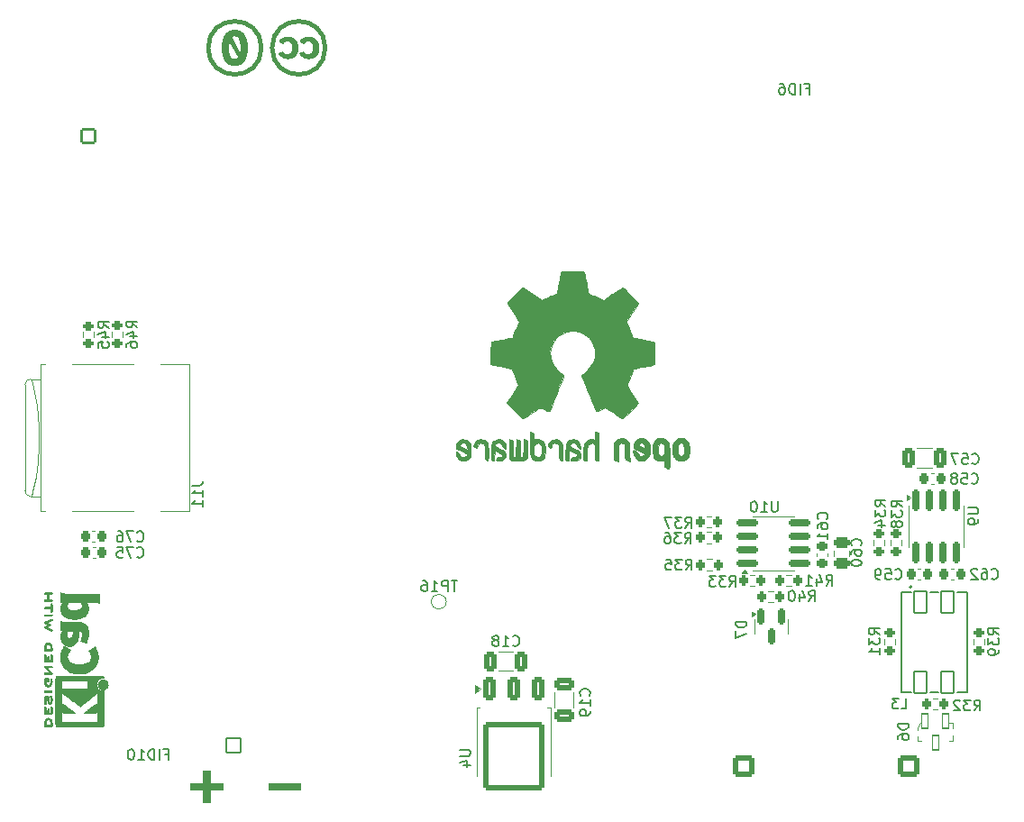
<source format=gbr>
%TF.GenerationSoftware,KiCad,Pcbnew,9.0.2*%
%TF.CreationDate,2025-09-08T10:53:28+03:00*%
%TF.ProjectId,OpenAirScope,4f70656e-4169-4725-9363-6f70652e6b69,v0-Draft*%
%TF.SameCoordinates,Original*%
%TF.FileFunction,Legend,Bot*%
%TF.FilePolarity,Positive*%
%FSLAX46Y46*%
G04 Gerber Fmt 4.6, Leading zero omitted, Abs format (unit mm)*
G04 Created by KiCad (PCBNEW 9.0.2) date 2025-09-08 10:53:28*
%MOMM*%
%LPD*%
G01*
G04 APERTURE LIST*
G04 Aperture macros list*
%AMRoundRect*
0 Rectangle with rounded corners*
0 $1 Rounding radius*
0 $2 $3 $4 $5 $6 $7 $8 $9 X,Y pos of 4 corners*
0 Add a 4 corners polygon primitive as box body*
4,1,4,$2,$3,$4,$5,$6,$7,$8,$9,$2,$3,0*
0 Add four circle primitives for the rounded corners*
1,1,$1+$1,$2,$3*
1,1,$1+$1,$4,$5*
1,1,$1+$1,$6,$7*
1,1,$1+$1,$8,$9*
0 Add four rect primitives between the rounded corners*
20,1,$1+$1,$2,$3,$4,$5,0*
20,1,$1+$1,$4,$5,$6,$7,0*
20,1,$1+$1,$6,$7,$8,$9,0*
20,1,$1+$1,$8,$9,$2,$3,0*%
G04 Aperture macros list end*
%ADD10C,0.150000*%
%ADD11C,0.120000*%
%ADD12C,0.010000*%
%ADD13C,0.100000*%
%ADD14C,0.200000*%
%ADD15C,0.400000*%
%ADD16C,0.000000*%
%ADD17C,2.000000*%
%ADD18C,3.200000*%
%ADD19R,1.700000X1.700000*%
%ADD20C,1.700000*%
%ADD21C,2.529000*%
%ADD22C,2.679000*%
%ADD23RoundRect,0.250001X-0.799999X-0.799999X0.799999X-0.799999X0.799999X0.799999X-0.799999X0.799999X0*%
%ADD24C,2.100000*%
%ADD25R,1.600000X1.600000*%
%ADD26C,1.600000*%
%ADD27RoundRect,0.102000X-0.654000X-0.654000X0.654000X-0.654000X0.654000X0.654000X-0.654000X0.654000X0*%
%ADD28C,1.512000*%
%ADD29C,0.650000*%
%ADD30C,0.500000*%
%ADD31R,1.000000X1.000000*%
%ADD32C,1.000000*%
%ADD33RoundRect,0.102000X-0.619000X0.619000X-0.619000X-0.619000X0.619000X-0.619000X0.619000X0.619000X0*%
%ADD34C,1.442000*%
%ADD35R,2.200000X2.200000*%
%ADD36C,2.200000*%
%ADD37RoundRect,0.225000X-0.225000X-0.250000X0.225000X-0.250000X0.225000X0.250000X-0.225000X0.250000X0*%
%ADD38RoundRect,0.250000X0.325000X0.650000X-0.325000X0.650000X-0.325000X-0.650000X0.325000X-0.650000X0*%
%ADD39RoundRect,0.200000X0.200000X0.275000X-0.200000X0.275000X-0.200000X-0.275000X0.200000X-0.275000X0*%
%ADD40RoundRect,0.200000X0.275000X-0.200000X0.275000X0.200000X-0.275000X0.200000X-0.275000X-0.200000X0*%
%ADD41RoundRect,0.070000X-0.300000X0.650000X-0.300000X-0.650000X0.300000X-0.650000X0.300000X0.650000X0*%
%ADD42RoundRect,0.250000X0.475000X-0.250000X0.475000X0.250000X-0.475000X0.250000X-0.475000X-0.250000X0*%
%ADD43RoundRect,0.150000X-0.825000X-0.150000X0.825000X-0.150000X0.825000X0.150000X-0.825000X0.150000X0*%
%ADD44RoundRect,0.250000X-0.650000X0.325000X-0.650000X-0.325000X0.650000X-0.325000X0.650000X0.325000X0*%
%ADD45RoundRect,0.225000X0.225000X0.250000X-0.225000X0.250000X-0.225000X-0.250000X0.225000X-0.250000X0*%
%ADD46RoundRect,0.250000X-0.325000X-0.650000X0.325000X-0.650000X0.325000X0.650000X-0.325000X0.650000X0*%
%ADD47RoundRect,0.150000X-0.150000X0.825000X-0.150000X-0.825000X0.150000X-0.825000X0.150000X0.825000X0*%
%ADD48RoundRect,0.225000X0.250000X-0.225000X0.250000X0.225000X-0.250000X0.225000X-0.250000X-0.225000X0*%
%ADD49RoundRect,0.150000X-0.150000X0.587500X-0.150000X-0.587500X0.150000X-0.587500X0.150000X0.587500X0*%
%ADD50RoundRect,0.102000X-0.600000X1.000000X-0.600000X-1.000000X0.600000X-1.000000X0.600000X1.000000X0*%
%ADD51RoundRect,0.250000X-0.350000X0.850000X-0.350000X-0.850000X0.350000X-0.850000X0.350000X0.850000X0*%
%ADD52RoundRect,0.249997X-2.650003X2.950003X-2.650003X-2.950003X2.650003X-2.950003X2.650003X2.950003X0*%
%ADD53RoundRect,0.200000X-0.275000X0.200000X-0.275000X-0.200000X0.275000X-0.200000X0.275000X0.200000X0*%
%ADD54R,1.500000X0.800000*%
%ADD55R,2.000000X1.450000*%
G04 APERTURE END LIST*
D10*
X107420140Y-122235642D02*
X107467759Y-122283262D01*
X107467759Y-122283262D02*
X107610616Y-122330881D01*
X107610616Y-122330881D02*
X107705854Y-122330881D01*
X107705854Y-122330881D02*
X107848711Y-122283262D01*
X107848711Y-122283262D02*
X107943949Y-122188023D01*
X107943949Y-122188023D02*
X107991568Y-122092785D01*
X107991568Y-122092785D02*
X108039187Y-121902309D01*
X108039187Y-121902309D02*
X108039187Y-121759452D01*
X108039187Y-121759452D02*
X107991568Y-121568976D01*
X107991568Y-121568976D02*
X107943949Y-121473738D01*
X107943949Y-121473738D02*
X107848711Y-121378500D01*
X107848711Y-121378500D02*
X107705854Y-121330881D01*
X107705854Y-121330881D02*
X107610616Y-121330881D01*
X107610616Y-121330881D02*
X107467759Y-121378500D01*
X107467759Y-121378500D02*
X107420140Y-121426119D01*
X107086806Y-121330881D02*
X106420140Y-121330881D01*
X106420140Y-121330881D02*
X106848711Y-122330881D01*
X105562997Y-121330881D02*
X106039187Y-121330881D01*
X106039187Y-121330881D02*
X106086806Y-121807071D01*
X106086806Y-121807071D02*
X106039187Y-121759452D01*
X106039187Y-121759452D02*
X105943949Y-121711833D01*
X105943949Y-121711833D02*
X105705854Y-121711833D01*
X105705854Y-121711833D02*
X105610616Y-121759452D01*
X105610616Y-121759452D02*
X105562997Y-121807071D01*
X105562997Y-121807071D02*
X105515378Y-121902309D01*
X105515378Y-121902309D02*
X105515378Y-122140404D01*
X105515378Y-122140404D02*
X105562997Y-122235642D01*
X105562997Y-122235642D02*
X105610616Y-122283262D01*
X105610616Y-122283262D02*
X105705854Y-122330881D01*
X105705854Y-122330881D02*
X105943949Y-122330881D01*
X105943949Y-122330881D02*
X106039187Y-122283262D01*
X106039187Y-122283262D02*
X106086806Y-122235642D01*
X185852857Y-113459580D02*
X185900476Y-113507200D01*
X185900476Y-113507200D02*
X186043333Y-113554819D01*
X186043333Y-113554819D02*
X186138571Y-113554819D01*
X186138571Y-113554819D02*
X186281428Y-113507200D01*
X186281428Y-113507200D02*
X186376666Y-113411961D01*
X186376666Y-113411961D02*
X186424285Y-113316723D01*
X186424285Y-113316723D02*
X186471904Y-113126247D01*
X186471904Y-113126247D02*
X186471904Y-112983390D01*
X186471904Y-112983390D02*
X186424285Y-112792914D01*
X186424285Y-112792914D02*
X186376666Y-112697676D01*
X186376666Y-112697676D02*
X186281428Y-112602438D01*
X186281428Y-112602438D02*
X186138571Y-112554819D01*
X186138571Y-112554819D02*
X186043333Y-112554819D01*
X186043333Y-112554819D02*
X185900476Y-112602438D01*
X185900476Y-112602438D02*
X185852857Y-112650057D01*
X184948095Y-112554819D02*
X185424285Y-112554819D01*
X185424285Y-112554819D02*
X185471904Y-113031009D01*
X185471904Y-113031009D02*
X185424285Y-112983390D01*
X185424285Y-112983390D02*
X185329047Y-112935771D01*
X185329047Y-112935771D02*
X185090952Y-112935771D01*
X185090952Y-112935771D02*
X184995714Y-112983390D01*
X184995714Y-112983390D02*
X184948095Y-113031009D01*
X184948095Y-113031009D02*
X184900476Y-113126247D01*
X184900476Y-113126247D02*
X184900476Y-113364342D01*
X184900476Y-113364342D02*
X184948095Y-113459580D01*
X184948095Y-113459580D02*
X184995714Y-113507200D01*
X184995714Y-113507200D02*
X185090952Y-113554819D01*
X185090952Y-113554819D02*
X185329047Y-113554819D01*
X185329047Y-113554819D02*
X185424285Y-113507200D01*
X185424285Y-113507200D02*
X185471904Y-113459580D01*
X184567142Y-112554819D02*
X183900476Y-112554819D01*
X183900476Y-112554819D02*
X184329047Y-113554819D01*
X170532857Y-126424819D02*
X170866190Y-125948628D01*
X171104285Y-126424819D02*
X171104285Y-125424819D01*
X171104285Y-125424819D02*
X170723333Y-125424819D01*
X170723333Y-125424819D02*
X170628095Y-125472438D01*
X170628095Y-125472438D02*
X170580476Y-125520057D01*
X170580476Y-125520057D02*
X170532857Y-125615295D01*
X170532857Y-125615295D02*
X170532857Y-125758152D01*
X170532857Y-125758152D02*
X170580476Y-125853390D01*
X170580476Y-125853390D02*
X170628095Y-125901009D01*
X170628095Y-125901009D02*
X170723333Y-125948628D01*
X170723333Y-125948628D02*
X171104285Y-125948628D01*
X169675714Y-125758152D02*
X169675714Y-126424819D01*
X169913809Y-125377200D02*
X170151904Y-126091485D01*
X170151904Y-126091485D02*
X169532857Y-126091485D01*
X168961428Y-125424819D02*
X168866190Y-125424819D01*
X168866190Y-125424819D02*
X168770952Y-125472438D01*
X168770952Y-125472438D02*
X168723333Y-125520057D01*
X168723333Y-125520057D02*
X168675714Y-125615295D01*
X168675714Y-125615295D02*
X168628095Y-125805771D01*
X168628095Y-125805771D02*
X168628095Y-126043866D01*
X168628095Y-126043866D02*
X168675714Y-126234342D01*
X168675714Y-126234342D02*
X168723333Y-126329580D01*
X168723333Y-126329580D02*
X168770952Y-126377200D01*
X168770952Y-126377200D02*
X168866190Y-126424819D01*
X168866190Y-126424819D02*
X168961428Y-126424819D01*
X168961428Y-126424819D02*
X169056666Y-126377200D01*
X169056666Y-126377200D02*
X169104285Y-126329580D01*
X169104285Y-126329580D02*
X169151904Y-126234342D01*
X169151904Y-126234342D02*
X169199523Y-126043866D01*
X169199523Y-126043866D02*
X169199523Y-125805771D01*
X169199523Y-125805771D02*
X169151904Y-125615295D01*
X169151904Y-125615295D02*
X169104285Y-125520057D01*
X169104285Y-125520057D02*
X169056666Y-125472438D01*
X169056666Y-125472438D02*
X168961428Y-125424819D01*
X107446889Y-100712783D02*
X106970698Y-100379450D01*
X107446889Y-100141355D02*
X106446889Y-100141355D01*
X106446889Y-100141355D02*
X106446889Y-100522307D01*
X106446889Y-100522307D02*
X106494508Y-100617545D01*
X106494508Y-100617545D02*
X106542127Y-100665164D01*
X106542127Y-100665164D02*
X106637365Y-100712783D01*
X106637365Y-100712783D02*
X106780222Y-100712783D01*
X106780222Y-100712783D02*
X106875460Y-100665164D01*
X106875460Y-100665164D02*
X106923079Y-100617545D01*
X106923079Y-100617545D02*
X106970698Y-100522307D01*
X106970698Y-100522307D02*
X106970698Y-100141355D01*
X106780222Y-101569926D02*
X107446889Y-101569926D01*
X106399270Y-101331831D02*
X107113555Y-101093736D01*
X107113555Y-101093736D02*
X107113555Y-101712783D01*
X106446889Y-102522307D02*
X106446889Y-102331831D01*
X106446889Y-102331831D02*
X106494508Y-102236593D01*
X106494508Y-102236593D02*
X106542127Y-102188974D01*
X106542127Y-102188974D02*
X106684984Y-102093736D01*
X106684984Y-102093736D02*
X106875460Y-102046117D01*
X106875460Y-102046117D02*
X107256412Y-102046117D01*
X107256412Y-102046117D02*
X107351650Y-102093736D01*
X107351650Y-102093736D02*
X107399270Y-102141355D01*
X107399270Y-102141355D02*
X107446889Y-102236593D01*
X107446889Y-102236593D02*
X107446889Y-102427069D01*
X107446889Y-102427069D02*
X107399270Y-102522307D01*
X107399270Y-102522307D02*
X107351650Y-102569926D01*
X107351650Y-102569926D02*
X107256412Y-102617545D01*
X107256412Y-102617545D02*
X107018317Y-102617545D01*
X107018317Y-102617545D02*
X106923079Y-102569926D01*
X106923079Y-102569926D02*
X106875460Y-102522307D01*
X106875460Y-102522307D02*
X106827841Y-102427069D01*
X106827841Y-102427069D02*
X106827841Y-102236593D01*
X106827841Y-102236593D02*
X106875460Y-102141355D01*
X106875460Y-102141355D02*
X106923079Y-102093736D01*
X106923079Y-102093736D02*
X107018317Y-102046117D01*
X179904819Y-137921905D02*
X178904819Y-137921905D01*
X178904819Y-137921905D02*
X178904819Y-138160000D01*
X178904819Y-138160000D02*
X178952438Y-138302857D01*
X178952438Y-138302857D02*
X179047676Y-138398095D01*
X179047676Y-138398095D02*
X179142914Y-138445714D01*
X179142914Y-138445714D02*
X179333390Y-138493333D01*
X179333390Y-138493333D02*
X179476247Y-138493333D01*
X179476247Y-138493333D02*
X179666723Y-138445714D01*
X179666723Y-138445714D02*
X179761961Y-138398095D01*
X179761961Y-138398095D02*
X179857200Y-138302857D01*
X179857200Y-138302857D02*
X179904819Y-138160000D01*
X179904819Y-138160000D02*
X179904819Y-137921905D01*
X178904819Y-139350476D02*
X178904819Y-139160000D01*
X178904819Y-139160000D02*
X178952438Y-139064762D01*
X178952438Y-139064762D02*
X179000057Y-139017143D01*
X179000057Y-139017143D02*
X179142914Y-138921905D01*
X179142914Y-138921905D02*
X179333390Y-138874286D01*
X179333390Y-138874286D02*
X179714342Y-138874286D01*
X179714342Y-138874286D02*
X179809580Y-138921905D01*
X179809580Y-138921905D02*
X179857200Y-138969524D01*
X179857200Y-138969524D02*
X179904819Y-139064762D01*
X179904819Y-139064762D02*
X179904819Y-139255238D01*
X179904819Y-139255238D02*
X179857200Y-139350476D01*
X179857200Y-139350476D02*
X179809580Y-139398095D01*
X179809580Y-139398095D02*
X179714342Y-139445714D01*
X179714342Y-139445714D02*
X179476247Y-139445714D01*
X179476247Y-139445714D02*
X179381009Y-139398095D01*
X179381009Y-139398095D02*
X179333390Y-139350476D01*
X179333390Y-139350476D02*
X179285771Y-139255238D01*
X179285771Y-139255238D02*
X179285771Y-139064762D01*
X179285771Y-139064762D02*
X179333390Y-138969524D01*
X179333390Y-138969524D02*
X179381009Y-138921905D01*
X179381009Y-138921905D02*
X179476247Y-138874286D01*
X158922857Y-119524819D02*
X159256190Y-119048628D01*
X159494285Y-119524819D02*
X159494285Y-118524819D01*
X159494285Y-118524819D02*
X159113333Y-118524819D01*
X159113333Y-118524819D02*
X159018095Y-118572438D01*
X159018095Y-118572438D02*
X158970476Y-118620057D01*
X158970476Y-118620057D02*
X158922857Y-118715295D01*
X158922857Y-118715295D02*
X158922857Y-118858152D01*
X158922857Y-118858152D02*
X158970476Y-118953390D01*
X158970476Y-118953390D02*
X159018095Y-119001009D01*
X159018095Y-119001009D02*
X159113333Y-119048628D01*
X159113333Y-119048628D02*
X159494285Y-119048628D01*
X158589523Y-118524819D02*
X157970476Y-118524819D01*
X157970476Y-118524819D02*
X158303809Y-118905771D01*
X158303809Y-118905771D02*
X158160952Y-118905771D01*
X158160952Y-118905771D02*
X158065714Y-118953390D01*
X158065714Y-118953390D02*
X158018095Y-119001009D01*
X158018095Y-119001009D02*
X157970476Y-119096247D01*
X157970476Y-119096247D02*
X157970476Y-119334342D01*
X157970476Y-119334342D02*
X158018095Y-119429580D01*
X158018095Y-119429580D02*
X158065714Y-119477200D01*
X158065714Y-119477200D02*
X158160952Y-119524819D01*
X158160952Y-119524819D02*
X158446666Y-119524819D01*
X158446666Y-119524819D02*
X158541904Y-119477200D01*
X158541904Y-119477200D02*
X158589523Y-119429580D01*
X157637142Y-118524819D02*
X156970476Y-118524819D01*
X156970476Y-118524819D02*
X157399047Y-119524819D01*
X137508094Y-124476819D02*
X136936666Y-124476819D01*
X137222380Y-125476819D02*
X137222380Y-124476819D01*
X136603332Y-125476819D02*
X136603332Y-124476819D01*
X136603332Y-124476819D02*
X136222380Y-124476819D01*
X136222380Y-124476819D02*
X136127142Y-124524438D01*
X136127142Y-124524438D02*
X136079523Y-124572057D01*
X136079523Y-124572057D02*
X136031904Y-124667295D01*
X136031904Y-124667295D02*
X136031904Y-124810152D01*
X136031904Y-124810152D02*
X136079523Y-124905390D01*
X136079523Y-124905390D02*
X136127142Y-124953009D01*
X136127142Y-124953009D02*
X136222380Y-125000628D01*
X136222380Y-125000628D02*
X136603332Y-125000628D01*
X135079523Y-125476819D02*
X135650951Y-125476819D01*
X135365237Y-125476819D02*
X135365237Y-124476819D01*
X135365237Y-124476819D02*
X135460475Y-124619676D01*
X135460475Y-124619676D02*
X135555713Y-124714914D01*
X135555713Y-124714914D02*
X135650951Y-124762533D01*
X134222380Y-124476819D02*
X134412856Y-124476819D01*
X134412856Y-124476819D02*
X134508094Y-124524438D01*
X134508094Y-124524438D02*
X134555713Y-124572057D01*
X134555713Y-124572057D02*
X134650951Y-124714914D01*
X134650951Y-124714914D02*
X134698570Y-124905390D01*
X134698570Y-124905390D02*
X134698570Y-125286342D01*
X134698570Y-125286342D02*
X134650951Y-125381580D01*
X134650951Y-125381580D02*
X134603332Y-125429200D01*
X134603332Y-125429200D02*
X134508094Y-125476819D01*
X134508094Y-125476819D02*
X134317618Y-125476819D01*
X134317618Y-125476819D02*
X134222380Y-125429200D01*
X134222380Y-125429200D02*
X134174761Y-125381580D01*
X134174761Y-125381580D02*
X134127142Y-125286342D01*
X134127142Y-125286342D02*
X134127142Y-125048247D01*
X134127142Y-125048247D02*
X134174761Y-124953009D01*
X134174761Y-124953009D02*
X134222380Y-124905390D01*
X134222380Y-124905390D02*
X134317618Y-124857771D01*
X134317618Y-124857771D02*
X134508094Y-124857771D01*
X134508094Y-124857771D02*
X134603332Y-124905390D01*
X134603332Y-124905390D02*
X134650951Y-124953009D01*
X134650951Y-124953009D02*
X134698570Y-125048247D01*
X107437781Y-120753851D02*
X107485400Y-120801471D01*
X107485400Y-120801471D02*
X107628257Y-120849090D01*
X107628257Y-120849090D02*
X107723495Y-120849090D01*
X107723495Y-120849090D02*
X107866352Y-120801471D01*
X107866352Y-120801471D02*
X107961590Y-120706232D01*
X107961590Y-120706232D02*
X108009209Y-120610994D01*
X108009209Y-120610994D02*
X108056828Y-120420518D01*
X108056828Y-120420518D02*
X108056828Y-120277661D01*
X108056828Y-120277661D02*
X108009209Y-120087185D01*
X108009209Y-120087185D02*
X107961590Y-119991947D01*
X107961590Y-119991947D02*
X107866352Y-119896709D01*
X107866352Y-119896709D02*
X107723495Y-119849090D01*
X107723495Y-119849090D02*
X107628257Y-119849090D01*
X107628257Y-119849090D02*
X107485400Y-119896709D01*
X107485400Y-119896709D02*
X107437781Y-119944328D01*
X107104447Y-119849090D02*
X106437781Y-119849090D01*
X106437781Y-119849090D02*
X106866352Y-120849090D01*
X105628257Y-119849090D02*
X105818733Y-119849090D01*
X105818733Y-119849090D02*
X105913971Y-119896709D01*
X105913971Y-119896709D02*
X105961590Y-119944328D01*
X105961590Y-119944328D02*
X106056828Y-120087185D01*
X106056828Y-120087185D02*
X106104447Y-120277661D01*
X106104447Y-120277661D02*
X106104447Y-120658613D01*
X106104447Y-120658613D02*
X106056828Y-120753851D01*
X106056828Y-120753851D02*
X106009209Y-120801471D01*
X106009209Y-120801471D02*
X105913971Y-120849090D01*
X105913971Y-120849090D02*
X105723495Y-120849090D01*
X105723495Y-120849090D02*
X105628257Y-120801471D01*
X105628257Y-120801471D02*
X105580638Y-120753851D01*
X105580638Y-120753851D02*
X105533019Y-120658613D01*
X105533019Y-120658613D02*
X105533019Y-120420518D01*
X105533019Y-120420518D02*
X105580638Y-120325280D01*
X105580638Y-120325280D02*
X105628257Y-120277661D01*
X105628257Y-120277661D02*
X105723495Y-120230042D01*
X105723495Y-120230042D02*
X105913971Y-120230042D01*
X105913971Y-120230042D02*
X106009209Y-120277661D01*
X106009209Y-120277661D02*
X106056828Y-120325280D01*
X106056828Y-120325280D02*
X106104447Y-120420518D01*
X170231428Y-78281009D02*
X170564761Y-78281009D01*
X170564761Y-78804819D02*
X170564761Y-77804819D01*
X170564761Y-77804819D02*
X170088571Y-77804819D01*
X169707618Y-78804819D02*
X169707618Y-77804819D01*
X169231428Y-78804819D02*
X169231428Y-77804819D01*
X169231428Y-77804819D02*
X168993333Y-77804819D01*
X168993333Y-77804819D02*
X168850476Y-77852438D01*
X168850476Y-77852438D02*
X168755238Y-77947676D01*
X168755238Y-77947676D02*
X168707619Y-78042914D01*
X168707619Y-78042914D02*
X168660000Y-78233390D01*
X168660000Y-78233390D02*
X168660000Y-78376247D01*
X168660000Y-78376247D02*
X168707619Y-78566723D01*
X168707619Y-78566723D02*
X168755238Y-78661961D01*
X168755238Y-78661961D02*
X168850476Y-78757200D01*
X168850476Y-78757200D02*
X168993333Y-78804819D01*
X168993333Y-78804819D02*
X169231428Y-78804819D01*
X167802857Y-77804819D02*
X167993333Y-77804819D01*
X167993333Y-77804819D02*
X168088571Y-77852438D01*
X168088571Y-77852438D02*
X168136190Y-77900057D01*
X168136190Y-77900057D02*
X168231428Y-78042914D01*
X168231428Y-78042914D02*
X168279047Y-78233390D01*
X168279047Y-78233390D02*
X168279047Y-78614342D01*
X168279047Y-78614342D02*
X168231428Y-78709580D01*
X168231428Y-78709580D02*
X168183809Y-78757200D01*
X168183809Y-78757200D02*
X168088571Y-78804819D01*
X168088571Y-78804819D02*
X167898095Y-78804819D01*
X167898095Y-78804819D02*
X167802857Y-78757200D01*
X167802857Y-78757200D02*
X167755238Y-78709580D01*
X167755238Y-78709580D02*
X167707619Y-78614342D01*
X167707619Y-78614342D02*
X167707619Y-78376247D01*
X167707619Y-78376247D02*
X167755238Y-78281009D01*
X167755238Y-78281009D02*
X167802857Y-78233390D01*
X167802857Y-78233390D02*
X167898095Y-78185771D01*
X167898095Y-78185771D02*
X168088571Y-78185771D01*
X168088571Y-78185771D02*
X168183809Y-78233390D01*
X168183809Y-78233390D02*
X168231428Y-78281009D01*
X168231428Y-78281009D02*
X168279047Y-78376247D01*
X158872857Y-120984819D02*
X159206190Y-120508628D01*
X159444285Y-120984819D02*
X159444285Y-119984819D01*
X159444285Y-119984819D02*
X159063333Y-119984819D01*
X159063333Y-119984819D02*
X158968095Y-120032438D01*
X158968095Y-120032438D02*
X158920476Y-120080057D01*
X158920476Y-120080057D02*
X158872857Y-120175295D01*
X158872857Y-120175295D02*
X158872857Y-120318152D01*
X158872857Y-120318152D02*
X158920476Y-120413390D01*
X158920476Y-120413390D02*
X158968095Y-120461009D01*
X158968095Y-120461009D02*
X159063333Y-120508628D01*
X159063333Y-120508628D02*
X159444285Y-120508628D01*
X158539523Y-119984819D02*
X157920476Y-119984819D01*
X157920476Y-119984819D02*
X158253809Y-120365771D01*
X158253809Y-120365771D02*
X158110952Y-120365771D01*
X158110952Y-120365771D02*
X158015714Y-120413390D01*
X158015714Y-120413390D02*
X157968095Y-120461009D01*
X157968095Y-120461009D02*
X157920476Y-120556247D01*
X157920476Y-120556247D02*
X157920476Y-120794342D01*
X157920476Y-120794342D02*
X157968095Y-120889580D01*
X157968095Y-120889580D02*
X158015714Y-120937200D01*
X158015714Y-120937200D02*
X158110952Y-120984819D01*
X158110952Y-120984819D02*
X158396666Y-120984819D01*
X158396666Y-120984819D02*
X158491904Y-120937200D01*
X158491904Y-120937200D02*
X158539523Y-120889580D01*
X157063333Y-119984819D02*
X157253809Y-119984819D01*
X157253809Y-119984819D02*
X157349047Y-120032438D01*
X157349047Y-120032438D02*
X157396666Y-120080057D01*
X157396666Y-120080057D02*
X157491904Y-120222914D01*
X157491904Y-120222914D02*
X157539523Y-120413390D01*
X157539523Y-120413390D02*
X157539523Y-120794342D01*
X157539523Y-120794342D02*
X157491904Y-120889580D01*
X157491904Y-120889580D02*
X157444285Y-120937200D01*
X157444285Y-120937200D02*
X157349047Y-120984819D01*
X157349047Y-120984819D02*
X157158571Y-120984819D01*
X157158571Y-120984819D02*
X157063333Y-120937200D01*
X157063333Y-120937200D02*
X157015714Y-120889580D01*
X157015714Y-120889580D02*
X156968095Y-120794342D01*
X156968095Y-120794342D02*
X156968095Y-120556247D01*
X156968095Y-120556247D02*
X157015714Y-120461009D01*
X157015714Y-120461009D02*
X157063333Y-120413390D01*
X157063333Y-120413390D02*
X157158571Y-120365771D01*
X157158571Y-120365771D02*
X157349047Y-120365771D01*
X157349047Y-120365771D02*
X157444285Y-120413390D01*
X157444285Y-120413390D02*
X157491904Y-120461009D01*
X157491904Y-120461009D02*
X157539523Y-120556247D01*
X186042857Y-136694819D02*
X186376190Y-136218628D01*
X186614285Y-136694819D02*
X186614285Y-135694819D01*
X186614285Y-135694819D02*
X186233333Y-135694819D01*
X186233333Y-135694819D02*
X186138095Y-135742438D01*
X186138095Y-135742438D02*
X186090476Y-135790057D01*
X186090476Y-135790057D02*
X186042857Y-135885295D01*
X186042857Y-135885295D02*
X186042857Y-136028152D01*
X186042857Y-136028152D02*
X186090476Y-136123390D01*
X186090476Y-136123390D02*
X186138095Y-136171009D01*
X186138095Y-136171009D02*
X186233333Y-136218628D01*
X186233333Y-136218628D02*
X186614285Y-136218628D01*
X185709523Y-135694819D02*
X185090476Y-135694819D01*
X185090476Y-135694819D02*
X185423809Y-136075771D01*
X185423809Y-136075771D02*
X185280952Y-136075771D01*
X185280952Y-136075771D02*
X185185714Y-136123390D01*
X185185714Y-136123390D02*
X185138095Y-136171009D01*
X185138095Y-136171009D02*
X185090476Y-136266247D01*
X185090476Y-136266247D02*
X185090476Y-136504342D01*
X185090476Y-136504342D02*
X185138095Y-136599580D01*
X185138095Y-136599580D02*
X185185714Y-136647200D01*
X185185714Y-136647200D02*
X185280952Y-136694819D01*
X185280952Y-136694819D02*
X185566666Y-136694819D01*
X185566666Y-136694819D02*
X185661904Y-136647200D01*
X185661904Y-136647200D02*
X185709523Y-136599580D01*
X184709523Y-135790057D02*
X184661904Y-135742438D01*
X184661904Y-135742438D02*
X184566666Y-135694819D01*
X184566666Y-135694819D02*
X184328571Y-135694819D01*
X184328571Y-135694819D02*
X184233333Y-135742438D01*
X184233333Y-135742438D02*
X184185714Y-135790057D01*
X184185714Y-135790057D02*
X184138095Y-135885295D01*
X184138095Y-135885295D02*
X184138095Y-135980533D01*
X184138095Y-135980533D02*
X184185714Y-136123390D01*
X184185714Y-136123390D02*
X184757142Y-136694819D01*
X184757142Y-136694819D02*
X184138095Y-136694819D01*
X175379580Y-121197142D02*
X175427200Y-121149523D01*
X175427200Y-121149523D02*
X175474819Y-121006666D01*
X175474819Y-121006666D02*
X175474819Y-120911428D01*
X175474819Y-120911428D02*
X175427200Y-120768571D01*
X175427200Y-120768571D02*
X175331961Y-120673333D01*
X175331961Y-120673333D02*
X175236723Y-120625714D01*
X175236723Y-120625714D02*
X175046247Y-120578095D01*
X175046247Y-120578095D02*
X174903390Y-120578095D01*
X174903390Y-120578095D02*
X174712914Y-120625714D01*
X174712914Y-120625714D02*
X174617676Y-120673333D01*
X174617676Y-120673333D02*
X174522438Y-120768571D01*
X174522438Y-120768571D02*
X174474819Y-120911428D01*
X174474819Y-120911428D02*
X174474819Y-121006666D01*
X174474819Y-121006666D02*
X174522438Y-121149523D01*
X174522438Y-121149523D02*
X174570057Y-121197142D01*
X174474819Y-122054285D02*
X174474819Y-121863809D01*
X174474819Y-121863809D02*
X174522438Y-121768571D01*
X174522438Y-121768571D02*
X174570057Y-121720952D01*
X174570057Y-121720952D02*
X174712914Y-121625714D01*
X174712914Y-121625714D02*
X174903390Y-121578095D01*
X174903390Y-121578095D02*
X175284342Y-121578095D01*
X175284342Y-121578095D02*
X175379580Y-121625714D01*
X175379580Y-121625714D02*
X175427200Y-121673333D01*
X175427200Y-121673333D02*
X175474819Y-121768571D01*
X175474819Y-121768571D02*
X175474819Y-121959047D01*
X175474819Y-121959047D02*
X175427200Y-122054285D01*
X175427200Y-122054285D02*
X175379580Y-122101904D01*
X175379580Y-122101904D02*
X175284342Y-122149523D01*
X175284342Y-122149523D02*
X175046247Y-122149523D01*
X175046247Y-122149523D02*
X174951009Y-122101904D01*
X174951009Y-122101904D02*
X174903390Y-122054285D01*
X174903390Y-122054285D02*
X174855771Y-121959047D01*
X174855771Y-121959047D02*
X174855771Y-121768571D01*
X174855771Y-121768571D02*
X174903390Y-121673333D01*
X174903390Y-121673333D02*
X174951009Y-121625714D01*
X174951009Y-121625714D02*
X175046247Y-121578095D01*
X174474819Y-122768571D02*
X174474819Y-122863809D01*
X174474819Y-122863809D02*
X174522438Y-122959047D01*
X174522438Y-122959047D02*
X174570057Y-123006666D01*
X174570057Y-123006666D02*
X174665295Y-123054285D01*
X174665295Y-123054285D02*
X174855771Y-123101904D01*
X174855771Y-123101904D02*
X175093866Y-123101904D01*
X175093866Y-123101904D02*
X175284342Y-123054285D01*
X175284342Y-123054285D02*
X175379580Y-123006666D01*
X175379580Y-123006666D02*
X175427200Y-122959047D01*
X175427200Y-122959047D02*
X175474819Y-122863809D01*
X175474819Y-122863809D02*
X175474819Y-122768571D01*
X175474819Y-122768571D02*
X175427200Y-122673333D01*
X175427200Y-122673333D02*
X175379580Y-122625714D01*
X175379580Y-122625714D02*
X175284342Y-122578095D01*
X175284342Y-122578095D02*
X175093866Y-122530476D01*
X175093866Y-122530476D02*
X174855771Y-122530476D01*
X174855771Y-122530476D02*
X174665295Y-122578095D01*
X174665295Y-122578095D02*
X174570057Y-122625714D01*
X174570057Y-122625714D02*
X174522438Y-122673333D01*
X174522438Y-122673333D02*
X174474819Y-122768571D01*
X167598094Y-117024819D02*
X167598094Y-117834342D01*
X167598094Y-117834342D02*
X167550475Y-117929580D01*
X167550475Y-117929580D02*
X167502856Y-117977200D01*
X167502856Y-117977200D02*
X167407618Y-118024819D01*
X167407618Y-118024819D02*
X167217142Y-118024819D01*
X167217142Y-118024819D02*
X167121904Y-117977200D01*
X167121904Y-117977200D02*
X167074285Y-117929580D01*
X167074285Y-117929580D02*
X167026666Y-117834342D01*
X167026666Y-117834342D02*
X167026666Y-117024819D01*
X166026666Y-118024819D02*
X166598094Y-118024819D01*
X166312380Y-118024819D02*
X166312380Y-117024819D01*
X166312380Y-117024819D02*
X166407618Y-117167676D01*
X166407618Y-117167676D02*
X166502856Y-117262914D01*
X166502856Y-117262914D02*
X166598094Y-117310533D01*
X165407618Y-117024819D02*
X165312380Y-117024819D01*
X165312380Y-117024819D02*
X165217142Y-117072438D01*
X165217142Y-117072438D02*
X165169523Y-117120057D01*
X165169523Y-117120057D02*
X165121904Y-117215295D01*
X165121904Y-117215295D02*
X165074285Y-117405771D01*
X165074285Y-117405771D02*
X165074285Y-117643866D01*
X165074285Y-117643866D02*
X165121904Y-117834342D01*
X165121904Y-117834342D02*
X165169523Y-117929580D01*
X165169523Y-117929580D02*
X165217142Y-117977200D01*
X165217142Y-117977200D02*
X165312380Y-118024819D01*
X165312380Y-118024819D02*
X165407618Y-118024819D01*
X165407618Y-118024819D02*
X165502856Y-117977200D01*
X165502856Y-117977200D02*
X165550475Y-117929580D01*
X165550475Y-117929580D02*
X165598094Y-117834342D01*
X165598094Y-117834342D02*
X165645713Y-117643866D01*
X165645713Y-117643866D02*
X165645713Y-117405771D01*
X165645713Y-117405771D02*
X165598094Y-117215295D01*
X165598094Y-117215295D02*
X165550475Y-117120057D01*
X165550475Y-117120057D02*
X165502856Y-117072438D01*
X165502856Y-117072438D02*
X165407618Y-117024819D01*
X149902861Y-135281683D02*
X149950481Y-135234064D01*
X149950481Y-135234064D02*
X149998100Y-135091207D01*
X149998100Y-135091207D02*
X149998100Y-134995969D01*
X149998100Y-134995969D02*
X149950481Y-134853112D01*
X149950481Y-134853112D02*
X149855242Y-134757874D01*
X149855242Y-134757874D02*
X149760004Y-134710255D01*
X149760004Y-134710255D02*
X149569528Y-134662636D01*
X149569528Y-134662636D02*
X149426671Y-134662636D01*
X149426671Y-134662636D02*
X149236195Y-134710255D01*
X149236195Y-134710255D02*
X149140957Y-134757874D01*
X149140957Y-134757874D02*
X149045719Y-134853112D01*
X149045719Y-134853112D02*
X148998100Y-134995969D01*
X148998100Y-134995969D02*
X148998100Y-135091207D01*
X148998100Y-135091207D02*
X149045719Y-135234064D01*
X149045719Y-135234064D02*
X149093338Y-135281683D01*
X149998100Y-136234064D02*
X149998100Y-135662636D01*
X149998100Y-135948350D02*
X148998100Y-135948350D01*
X148998100Y-135948350D02*
X149140957Y-135853112D01*
X149140957Y-135853112D02*
X149236195Y-135757874D01*
X149236195Y-135757874D02*
X149283814Y-135662636D01*
X149998100Y-136710255D02*
X149998100Y-136900731D01*
X149998100Y-136900731D02*
X149950481Y-136995969D01*
X149950481Y-136995969D02*
X149902861Y-137043588D01*
X149902861Y-137043588D02*
X149760004Y-137138826D01*
X149760004Y-137138826D02*
X149569528Y-137186445D01*
X149569528Y-137186445D02*
X149188576Y-137186445D01*
X149188576Y-137186445D02*
X149093338Y-137138826D01*
X149093338Y-137138826D02*
X149045719Y-137091207D01*
X149045719Y-137091207D02*
X148998100Y-136995969D01*
X148998100Y-136995969D02*
X148998100Y-136805493D01*
X148998100Y-136805493D02*
X149045719Y-136710255D01*
X149045719Y-136710255D02*
X149093338Y-136662636D01*
X149093338Y-136662636D02*
X149188576Y-136615017D01*
X149188576Y-136615017D02*
X149426671Y-136615017D01*
X149426671Y-136615017D02*
X149521909Y-136662636D01*
X149521909Y-136662636D02*
X149569528Y-136710255D01*
X149569528Y-136710255D02*
X149617147Y-136805493D01*
X149617147Y-136805493D02*
X149617147Y-136995969D01*
X149617147Y-136995969D02*
X149569528Y-137091207D01*
X149569528Y-137091207D02*
X149521909Y-137138826D01*
X149521909Y-137138826D02*
X149426671Y-137186445D01*
X185802857Y-115309580D02*
X185850476Y-115357200D01*
X185850476Y-115357200D02*
X185993333Y-115404819D01*
X185993333Y-115404819D02*
X186088571Y-115404819D01*
X186088571Y-115404819D02*
X186231428Y-115357200D01*
X186231428Y-115357200D02*
X186326666Y-115261961D01*
X186326666Y-115261961D02*
X186374285Y-115166723D01*
X186374285Y-115166723D02*
X186421904Y-114976247D01*
X186421904Y-114976247D02*
X186421904Y-114833390D01*
X186421904Y-114833390D02*
X186374285Y-114642914D01*
X186374285Y-114642914D02*
X186326666Y-114547676D01*
X186326666Y-114547676D02*
X186231428Y-114452438D01*
X186231428Y-114452438D02*
X186088571Y-114404819D01*
X186088571Y-114404819D02*
X185993333Y-114404819D01*
X185993333Y-114404819D02*
X185850476Y-114452438D01*
X185850476Y-114452438D02*
X185802857Y-114500057D01*
X184898095Y-114404819D02*
X185374285Y-114404819D01*
X185374285Y-114404819D02*
X185421904Y-114881009D01*
X185421904Y-114881009D02*
X185374285Y-114833390D01*
X185374285Y-114833390D02*
X185279047Y-114785771D01*
X185279047Y-114785771D02*
X185040952Y-114785771D01*
X185040952Y-114785771D02*
X184945714Y-114833390D01*
X184945714Y-114833390D02*
X184898095Y-114881009D01*
X184898095Y-114881009D02*
X184850476Y-114976247D01*
X184850476Y-114976247D02*
X184850476Y-115214342D01*
X184850476Y-115214342D02*
X184898095Y-115309580D01*
X184898095Y-115309580D02*
X184945714Y-115357200D01*
X184945714Y-115357200D02*
X185040952Y-115404819D01*
X185040952Y-115404819D02*
X185279047Y-115404819D01*
X185279047Y-115404819D02*
X185374285Y-115357200D01*
X185374285Y-115357200D02*
X185421904Y-115309580D01*
X184279047Y-114833390D02*
X184374285Y-114785771D01*
X184374285Y-114785771D02*
X184421904Y-114738152D01*
X184421904Y-114738152D02*
X184469523Y-114642914D01*
X184469523Y-114642914D02*
X184469523Y-114595295D01*
X184469523Y-114595295D02*
X184421904Y-114500057D01*
X184421904Y-114500057D02*
X184374285Y-114452438D01*
X184374285Y-114452438D02*
X184279047Y-114404819D01*
X184279047Y-114404819D02*
X184088571Y-114404819D01*
X184088571Y-114404819D02*
X183993333Y-114452438D01*
X183993333Y-114452438D02*
X183945714Y-114500057D01*
X183945714Y-114500057D02*
X183898095Y-114595295D01*
X183898095Y-114595295D02*
X183898095Y-114642914D01*
X183898095Y-114642914D02*
X183945714Y-114738152D01*
X183945714Y-114738152D02*
X183993333Y-114785771D01*
X183993333Y-114785771D02*
X184088571Y-114833390D01*
X184088571Y-114833390D02*
X184279047Y-114833390D01*
X184279047Y-114833390D02*
X184374285Y-114881009D01*
X184374285Y-114881009D02*
X184421904Y-114928628D01*
X184421904Y-114928628D02*
X184469523Y-115023866D01*
X184469523Y-115023866D02*
X184469523Y-115214342D01*
X184469523Y-115214342D02*
X184421904Y-115309580D01*
X184421904Y-115309580D02*
X184374285Y-115357200D01*
X184374285Y-115357200D02*
X184279047Y-115404819D01*
X184279047Y-115404819D02*
X184088571Y-115404819D01*
X184088571Y-115404819D02*
X183993333Y-115357200D01*
X183993333Y-115357200D02*
X183945714Y-115309580D01*
X183945714Y-115309580D02*
X183898095Y-115214342D01*
X183898095Y-115214342D02*
X183898095Y-115023866D01*
X183898095Y-115023866D02*
X183945714Y-114928628D01*
X183945714Y-114928628D02*
X183993333Y-114881009D01*
X183993333Y-114881009D02*
X184088571Y-114833390D01*
X142722857Y-130539580D02*
X142770476Y-130587200D01*
X142770476Y-130587200D02*
X142913333Y-130634819D01*
X142913333Y-130634819D02*
X143008571Y-130634819D01*
X143008571Y-130634819D02*
X143151428Y-130587200D01*
X143151428Y-130587200D02*
X143246666Y-130491961D01*
X143246666Y-130491961D02*
X143294285Y-130396723D01*
X143294285Y-130396723D02*
X143341904Y-130206247D01*
X143341904Y-130206247D02*
X143341904Y-130063390D01*
X143341904Y-130063390D02*
X143294285Y-129872914D01*
X143294285Y-129872914D02*
X143246666Y-129777676D01*
X143246666Y-129777676D02*
X143151428Y-129682438D01*
X143151428Y-129682438D02*
X143008571Y-129634819D01*
X143008571Y-129634819D02*
X142913333Y-129634819D01*
X142913333Y-129634819D02*
X142770476Y-129682438D01*
X142770476Y-129682438D02*
X142722857Y-129730057D01*
X141770476Y-130634819D02*
X142341904Y-130634819D01*
X142056190Y-130634819D02*
X142056190Y-129634819D01*
X142056190Y-129634819D02*
X142151428Y-129777676D01*
X142151428Y-129777676D02*
X142246666Y-129872914D01*
X142246666Y-129872914D02*
X142341904Y-129920533D01*
X141199047Y-130063390D02*
X141294285Y-130015771D01*
X141294285Y-130015771D02*
X141341904Y-129968152D01*
X141341904Y-129968152D02*
X141389523Y-129872914D01*
X141389523Y-129872914D02*
X141389523Y-129825295D01*
X141389523Y-129825295D02*
X141341904Y-129730057D01*
X141341904Y-129730057D02*
X141294285Y-129682438D01*
X141294285Y-129682438D02*
X141199047Y-129634819D01*
X141199047Y-129634819D02*
X141008571Y-129634819D01*
X141008571Y-129634819D02*
X140913333Y-129682438D01*
X140913333Y-129682438D02*
X140865714Y-129730057D01*
X140865714Y-129730057D02*
X140818095Y-129825295D01*
X140818095Y-129825295D02*
X140818095Y-129872914D01*
X140818095Y-129872914D02*
X140865714Y-129968152D01*
X140865714Y-129968152D02*
X140913333Y-130015771D01*
X140913333Y-130015771D02*
X141008571Y-130063390D01*
X141008571Y-130063390D02*
X141199047Y-130063390D01*
X141199047Y-130063390D02*
X141294285Y-130111009D01*
X141294285Y-130111009D02*
X141341904Y-130158628D01*
X141341904Y-130158628D02*
X141389523Y-130253866D01*
X141389523Y-130253866D02*
X141389523Y-130444342D01*
X141389523Y-130444342D02*
X141341904Y-130539580D01*
X141341904Y-130539580D02*
X141294285Y-130587200D01*
X141294285Y-130587200D02*
X141199047Y-130634819D01*
X141199047Y-130634819D02*
X141008571Y-130634819D01*
X141008571Y-130634819D02*
X140913333Y-130587200D01*
X140913333Y-130587200D02*
X140865714Y-130539580D01*
X140865714Y-130539580D02*
X140818095Y-130444342D01*
X140818095Y-130444342D02*
X140818095Y-130253866D01*
X140818095Y-130253866D02*
X140865714Y-130158628D01*
X140865714Y-130158628D02*
X140913333Y-130111009D01*
X140913333Y-130111009D02*
X141008571Y-130063390D01*
X163072857Y-125044819D02*
X163406190Y-124568628D01*
X163644285Y-125044819D02*
X163644285Y-124044819D01*
X163644285Y-124044819D02*
X163263333Y-124044819D01*
X163263333Y-124044819D02*
X163168095Y-124092438D01*
X163168095Y-124092438D02*
X163120476Y-124140057D01*
X163120476Y-124140057D02*
X163072857Y-124235295D01*
X163072857Y-124235295D02*
X163072857Y-124378152D01*
X163072857Y-124378152D02*
X163120476Y-124473390D01*
X163120476Y-124473390D02*
X163168095Y-124521009D01*
X163168095Y-124521009D02*
X163263333Y-124568628D01*
X163263333Y-124568628D02*
X163644285Y-124568628D01*
X162739523Y-124044819D02*
X162120476Y-124044819D01*
X162120476Y-124044819D02*
X162453809Y-124425771D01*
X162453809Y-124425771D02*
X162310952Y-124425771D01*
X162310952Y-124425771D02*
X162215714Y-124473390D01*
X162215714Y-124473390D02*
X162168095Y-124521009D01*
X162168095Y-124521009D02*
X162120476Y-124616247D01*
X162120476Y-124616247D02*
X162120476Y-124854342D01*
X162120476Y-124854342D02*
X162168095Y-124949580D01*
X162168095Y-124949580D02*
X162215714Y-124997200D01*
X162215714Y-124997200D02*
X162310952Y-125044819D01*
X162310952Y-125044819D02*
X162596666Y-125044819D01*
X162596666Y-125044819D02*
X162691904Y-124997200D01*
X162691904Y-124997200D02*
X162739523Y-124949580D01*
X161787142Y-124044819D02*
X161168095Y-124044819D01*
X161168095Y-124044819D02*
X161501428Y-124425771D01*
X161501428Y-124425771D02*
X161358571Y-124425771D01*
X161358571Y-124425771D02*
X161263333Y-124473390D01*
X161263333Y-124473390D02*
X161215714Y-124521009D01*
X161215714Y-124521009D02*
X161168095Y-124616247D01*
X161168095Y-124616247D02*
X161168095Y-124854342D01*
X161168095Y-124854342D02*
X161215714Y-124949580D01*
X161215714Y-124949580D02*
X161263333Y-124997200D01*
X161263333Y-124997200D02*
X161358571Y-125044819D01*
X161358571Y-125044819D02*
X161644285Y-125044819D01*
X161644285Y-125044819D02*
X161739523Y-124997200D01*
X161739523Y-124997200D02*
X161787142Y-124949580D01*
X172152857Y-124954819D02*
X172486190Y-124478628D01*
X172724285Y-124954819D02*
X172724285Y-123954819D01*
X172724285Y-123954819D02*
X172343333Y-123954819D01*
X172343333Y-123954819D02*
X172248095Y-124002438D01*
X172248095Y-124002438D02*
X172200476Y-124050057D01*
X172200476Y-124050057D02*
X172152857Y-124145295D01*
X172152857Y-124145295D02*
X172152857Y-124288152D01*
X172152857Y-124288152D02*
X172200476Y-124383390D01*
X172200476Y-124383390D02*
X172248095Y-124431009D01*
X172248095Y-124431009D02*
X172343333Y-124478628D01*
X172343333Y-124478628D02*
X172724285Y-124478628D01*
X171295714Y-124288152D02*
X171295714Y-124954819D01*
X171533809Y-123907200D02*
X171771904Y-124621485D01*
X171771904Y-124621485D02*
X171152857Y-124621485D01*
X170248095Y-124954819D02*
X170819523Y-124954819D01*
X170533809Y-124954819D02*
X170533809Y-123954819D01*
X170533809Y-123954819D02*
X170629047Y-124097676D01*
X170629047Y-124097676D02*
X170724285Y-124192914D01*
X170724285Y-124192914D02*
X170819523Y-124240533D01*
X188374819Y-129572142D02*
X187898628Y-129238809D01*
X188374819Y-129000714D02*
X187374819Y-129000714D01*
X187374819Y-129000714D02*
X187374819Y-129381666D01*
X187374819Y-129381666D02*
X187422438Y-129476904D01*
X187422438Y-129476904D02*
X187470057Y-129524523D01*
X187470057Y-129524523D02*
X187565295Y-129572142D01*
X187565295Y-129572142D02*
X187708152Y-129572142D01*
X187708152Y-129572142D02*
X187803390Y-129524523D01*
X187803390Y-129524523D02*
X187851009Y-129476904D01*
X187851009Y-129476904D02*
X187898628Y-129381666D01*
X187898628Y-129381666D02*
X187898628Y-129000714D01*
X187374819Y-129905476D02*
X187374819Y-130524523D01*
X187374819Y-130524523D02*
X187755771Y-130191190D01*
X187755771Y-130191190D02*
X187755771Y-130334047D01*
X187755771Y-130334047D02*
X187803390Y-130429285D01*
X187803390Y-130429285D02*
X187851009Y-130476904D01*
X187851009Y-130476904D02*
X187946247Y-130524523D01*
X187946247Y-130524523D02*
X188184342Y-130524523D01*
X188184342Y-130524523D02*
X188279580Y-130476904D01*
X188279580Y-130476904D02*
X188327200Y-130429285D01*
X188327200Y-130429285D02*
X188374819Y-130334047D01*
X188374819Y-130334047D02*
X188374819Y-130048333D01*
X188374819Y-130048333D02*
X188327200Y-129953095D01*
X188327200Y-129953095D02*
X188279580Y-129905476D01*
X188374819Y-131000714D02*
X188374819Y-131191190D01*
X188374819Y-131191190D02*
X188327200Y-131286428D01*
X188327200Y-131286428D02*
X188279580Y-131334047D01*
X188279580Y-131334047D02*
X188136723Y-131429285D01*
X188136723Y-131429285D02*
X187946247Y-131476904D01*
X187946247Y-131476904D02*
X187565295Y-131476904D01*
X187565295Y-131476904D02*
X187470057Y-131429285D01*
X187470057Y-131429285D02*
X187422438Y-131381666D01*
X187422438Y-131381666D02*
X187374819Y-131286428D01*
X187374819Y-131286428D02*
X187374819Y-131095952D01*
X187374819Y-131095952D02*
X187422438Y-131000714D01*
X187422438Y-131000714D02*
X187470057Y-130953095D01*
X187470057Y-130953095D02*
X187565295Y-130905476D01*
X187565295Y-130905476D02*
X187803390Y-130905476D01*
X187803390Y-130905476D02*
X187898628Y-130953095D01*
X187898628Y-130953095D02*
X187946247Y-131000714D01*
X187946247Y-131000714D02*
X187993866Y-131095952D01*
X187993866Y-131095952D02*
X187993866Y-131286428D01*
X187993866Y-131286428D02*
X187946247Y-131381666D01*
X187946247Y-131381666D02*
X187898628Y-131429285D01*
X187898628Y-131429285D02*
X187803390Y-131476904D01*
X185444819Y-117648095D02*
X186254342Y-117648095D01*
X186254342Y-117648095D02*
X186349580Y-117695714D01*
X186349580Y-117695714D02*
X186397200Y-117743333D01*
X186397200Y-117743333D02*
X186444819Y-117838571D01*
X186444819Y-117838571D02*
X186444819Y-118029047D01*
X186444819Y-118029047D02*
X186397200Y-118124285D01*
X186397200Y-118124285D02*
X186349580Y-118171904D01*
X186349580Y-118171904D02*
X186254342Y-118219523D01*
X186254342Y-118219523D02*
X185444819Y-118219523D01*
X186444819Y-118743333D02*
X186444819Y-118933809D01*
X186444819Y-118933809D02*
X186397200Y-119029047D01*
X186397200Y-119029047D02*
X186349580Y-119076666D01*
X186349580Y-119076666D02*
X186206723Y-119171904D01*
X186206723Y-119171904D02*
X186016247Y-119219523D01*
X186016247Y-119219523D02*
X185635295Y-119219523D01*
X185635295Y-119219523D02*
X185540057Y-119171904D01*
X185540057Y-119171904D02*
X185492438Y-119124285D01*
X185492438Y-119124285D02*
X185444819Y-119029047D01*
X185444819Y-119029047D02*
X185444819Y-118838571D01*
X185444819Y-118838571D02*
X185492438Y-118743333D01*
X185492438Y-118743333D02*
X185540057Y-118695714D01*
X185540057Y-118695714D02*
X185635295Y-118648095D01*
X185635295Y-118648095D02*
X185873390Y-118648095D01*
X185873390Y-118648095D02*
X185968628Y-118695714D01*
X185968628Y-118695714D02*
X186016247Y-118743333D01*
X186016247Y-118743333D02*
X186063866Y-118838571D01*
X186063866Y-118838571D02*
X186063866Y-119029047D01*
X186063866Y-119029047D02*
X186016247Y-119124285D01*
X186016247Y-119124285D02*
X185968628Y-119171904D01*
X185968628Y-119171904D02*
X185873390Y-119219523D01*
X172209580Y-118707142D02*
X172257200Y-118659523D01*
X172257200Y-118659523D02*
X172304819Y-118516666D01*
X172304819Y-118516666D02*
X172304819Y-118421428D01*
X172304819Y-118421428D02*
X172257200Y-118278571D01*
X172257200Y-118278571D02*
X172161961Y-118183333D01*
X172161961Y-118183333D02*
X172066723Y-118135714D01*
X172066723Y-118135714D02*
X171876247Y-118088095D01*
X171876247Y-118088095D02*
X171733390Y-118088095D01*
X171733390Y-118088095D02*
X171542914Y-118135714D01*
X171542914Y-118135714D02*
X171447676Y-118183333D01*
X171447676Y-118183333D02*
X171352438Y-118278571D01*
X171352438Y-118278571D02*
X171304819Y-118421428D01*
X171304819Y-118421428D02*
X171304819Y-118516666D01*
X171304819Y-118516666D02*
X171352438Y-118659523D01*
X171352438Y-118659523D02*
X171400057Y-118707142D01*
X171304819Y-119564285D02*
X171304819Y-119373809D01*
X171304819Y-119373809D02*
X171352438Y-119278571D01*
X171352438Y-119278571D02*
X171400057Y-119230952D01*
X171400057Y-119230952D02*
X171542914Y-119135714D01*
X171542914Y-119135714D02*
X171733390Y-119088095D01*
X171733390Y-119088095D02*
X172114342Y-119088095D01*
X172114342Y-119088095D02*
X172209580Y-119135714D01*
X172209580Y-119135714D02*
X172257200Y-119183333D01*
X172257200Y-119183333D02*
X172304819Y-119278571D01*
X172304819Y-119278571D02*
X172304819Y-119469047D01*
X172304819Y-119469047D02*
X172257200Y-119564285D01*
X172257200Y-119564285D02*
X172209580Y-119611904D01*
X172209580Y-119611904D02*
X172114342Y-119659523D01*
X172114342Y-119659523D02*
X171876247Y-119659523D01*
X171876247Y-119659523D02*
X171781009Y-119611904D01*
X171781009Y-119611904D02*
X171733390Y-119564285D01*
X171733390Y-119564285D02*
X171685771Y-119469047D01*
X171685771Y-119469047D02*
X171685771Y-119278571D01*
X171685771Y-119278571D02*
X171733390Y-119183333D01*
X171733390Y-119183333D02*
X171781009Y-119135714D01*
X171781009Y-119135714D02*
X171876247Y-119088095D01*
X172304819Y-120611904D02*
X172304819Y-120040476D01*
X172304819Y-120326190D02*
X171304819Y-120326190D01*
X171304819Y-120326190D02*
X171447676Y-120230952D01*
X171447676Y-120230952D02*
X171542914Y-120135714D01*
X171542914Y-120135714D02*
X171590533Y-120040476D01*
X110047618Y-140781009D02*
X110380951Y-140781009D01*
X110380951Y-141304819D02*
X110380951Y-140304819D01*
X110380951Y-140304819D02*
X109904761Y-140304819D01*
X109523808Y-141304819D02*
X109523808Y-140304819D01*
X109047618Y-141304819D02*
X109047618Y-140304819D01*
X109047618Y-140304819D02*
X108809523Y-140304819D01*
X108809523Y-140304819D02*
X108666666Y-140352438D01*
X108666666Y-140352438D02*
X108571428Y-140447676D01*
X108571428Y-140447676D02*
X108523809Y-140542914D01*
X108523809Y-140542914D02*
X108476190Y-140733390D01*
X108476190Y-140733390D02*
X108476190Y-140876247D01*
X108476190Y-140876247D02*
X108523809Y-141066723D01*
X108523809Y-141066723D02*
X108571428Y-141161961D01*
X108571428Y-141161961D02*
X108666666Y-141257200D01*
X108666666Y-141257200D02*
X108809523Y-141304819D01*
X108809523Y-141304819D02*
X109047618Y-141304819D01*
X107523809Y-141304819D02*
X108095237Y-141304819D01*
X107809523Y-141304819D02*
X107809523Y-140304819D01*
X107809523Y-140304819D02*
X107904761Y-140447676D01*
X107904761Y-140447676D02*
X107999999Y-140542914D01*
X107999999Y-140542914D02*
X108095237Y-140590533D01*
X106904761Y-140304819D02*
X106809523Y-140304819D01*
X106809523Y-140304819D02*
X106714285Y-140352438D01*
X106714285Y-140352438D02*
X106666666Y-140400057D01*
X106666666Y-140400057D02*
X106619047Y-140495295D01*
X106619047Y-140495295D02*
X106571428Y-140685771D01*
X106571428Y-140685771D02*
X106571428Y-140923866D01*
X106571428Y-140923866D02*
X106619047Y-141114342D01*
X106619047Y-141114342D02*
X106666666Y-141209580D01*
X106666666Y-141209580D02*
X106714285Y-141257200D01*
X106714285Y-141257200D02*
X106809523Y-141304819D01*
X106809523Y-141304819D02*
X106904761Y-141304819D01*
X106904761Y-141304819D02*
X106999999Y-141257200D01*
X106999999Y-141257200D02*
X107047618Y-141209580D01*
X107047618Y-141209580D02*
X107095237Y-141114342D01*
X107095237Y-141114342D02*
X107142856Y-140923866D01*
X107142856Y-140923866D02*
X107142856Y-140685771D01*
X107142856Y-140685771D02*
X107095237Y-140495295D01*
X107095237Y-140495295D02*
X107047618Y-140400057D01*
X107047618Y-140400057D02*
X106999999Y-140352438D01*
X106999999Y-140352438D02*
X106904761Y-140304819D01*
X164664819Y-128341905D02*
X163664819Y-128341905D01*
X163664819Y-128341905D02*
X163664819Y-128580000D01*
X163664819Y-128580000D02*
X163712438Y-128722857D01*
X163712438Y-128722857D02*
X163807676Y-128818095D01*
X163807676Y-128818095D02*
X163902914Y-128865714D01*
X163902914Y-128865714D02*
X164093390Y-128913333D01*
X164093390Y-128913333D02*
X164236247Y-128913333D01*
X164236247Y-128913333D02*
X164426723Y-128865714D01*
X164426723Y-128865714D02*
X164521961Y-128818095D01*
X164521961Y-128818095D02*
X164617200Y-128722857D01*
X164617200Y-128722857D02*
X164664819Y-128580000D01*
X164664819Y-128580000D02*
X164664819Y-128341905D01*
X163664819Y-129246667D02*
X163664819Y-129913333D01*
X163664819Y-129913333D02*
X164664819Y-129484762D01*
X104761028Y-100738760D02*
X104284837Y-100405427D01*
X104761028Y-100167332D02*
X103761028Y-100167332D01*
X103761028Y-100167332D02*
X103761028Y-100548284D01*
X103761028Y-100548284D02*
X103808647Y-100643522D01*
X103808647Y-100643522D02*
X103856266Y-100691141D01*
X103856266Y-100691141D02*
X103951504Y-100738760D01*
X103951504Y-100738760D02*
X104094361Y-100738760D01*
X104094361Y-100738760D02*
X104189599Y-100691141D01*
X104189599Y-100691141D02*
X104237218Y-100643522D01*
X104237218Y-100643522D02*
X104284837Y-100548284D01*
X104284837Y-100548284D02*
X104284837Y-100167332D01*
X104094361Y-101595903D02*
X104761028Y-101595903D01*
X103713409Y-101357808D02*
X104427694Y-101119713D01*
X104427694Y-101119713D02*
X104427694Y-101738760D01*
X103761028Y-102595903D02*
X103761028Y-102119713D01*
X103761028Y-102119713D02*
X104237218Y-102072094D01*
X104237218Y-102072094D02*
X104189599Y-102119713D01*
X104189599Y-102119713D02*
X104141980Y-102214951D01*
X104141980Y-102214951D02*
X104141980Y-102453046D01*
X104141980Y-102453046D02*
X104189599Y-102548284D01*
X104189599Y-102548284D02*
X104237218Y-102595903D01*
X104237218Y-102595903D02*
X104332456Y-102643522D01*
X104332456Y-102643522D02*
X104570551Y-102643522D01*
X104570551Y-102643522D02*
X104665789Y-102595903D01*
X104665789Y-102595903D02*
X104713409Y-102548284D01*
X104713409Y-102548284D02*
X104761028Y-102453046D01*
X104761028Y-102453046D02*
X104761028Y-102214951D01*
X104761028Y-102214951D02*
X104713409Y-102119713D01*
X104713409Y-102119713D02*
X104665789Y-102072094D01*
X179196666Y-136524819D02*
X179672856Y-136524819D01*
X179672856Y-136524819D02*
X179672856Y-135524819D01*
X178958570Y-135524819D02*
X178339523Y-135524819D01*
X178339523Y-135524819D02*
X178672856Y-135905771D01*
X178672856Y-135905771D02*
X178529999Y-135905771D01*
X178529999Y-135905771D02*
X178434761Y-135953390D01*
X178434761Y-135953390D02*
X178387142Y-136001009D01*
X178387142Y-136001009D02*
X178339523Y-136096247D01*
X178339523Y-136096247D02*
X178339523Y-136334342D01*
X178339523Y-136334342D02*
X178387142Y-136429580D01*
X178387142Y-136429580D02*
X178434761Y-136477200D01*
X178434761Y-136477200D02*
X178529999Y-136524819D01*
X178529999Y-136524819D02*
X178815713Y-136524819D01*
X178815713Y-136524819D02*
X178910951Y-136477200D01*
X178910951Y-136477200D02*
X178958570Y-136429580D01*
X137752368Y-140375363D02*
X138561891Y-140375363D01*
X138561891Y-140375363D02*
X138657129Y-140422982D01*
X138657129Y-140422982D02*
X138704749Y-140470601D01*
X138704749Y-140470601D02*
X138752368Y-140565839D01*
X138752368Y-140565839D02*
X138752368Y-140756315D01*
X138752368Y-140756315D02*
X138704749Y-140851553D01*
X138704749Y-140851553D02*
X138657129Y-140899172D01*
X138657129Y-140899172D02*
X138561891Y-140946791D01*
X138561891Y-140946791D02*
X137752368Y-140946791D01*
X138085701Y-141851553D02*
X138752368Y-141851553D01*
X137704749Y-141613458D02*
X138419034Y-141375363D01*
X138419034Y-141375363D02*
X138419034Y-141994410D01*
X179264819Y-117567142D02*
X178788628Y-117233809D01*
X179264819Y-116995714D02*
X178264819Y-116995714D01*
X178264819Y-116995714D02*
X178264819Y-117376666D01*
X178264819Y-117376666D02*
X178312438Y-117471904D01*
X178312438Y-117471904D02*
X178360057Y-117519523D01*
X178360057Y-117519523D02*
X178455295Y-117567142D01*
X178455295Y-117567142D02*
X178598152Y-117567142D01*
X178598152Y-117567142D02*
X178693390Y-117519523D01*
X178693390Y-117519523D02*
X178741009Y-117471904D01*
X178741009Y-117471904D02*
X178788628Y-117376666D01*
X178788628Y-117376666D02*
X178788628Y-116995714D01*
X178264819Y-117900476D02*
X178264819Y-118519523D01*
X178264819Y-118519523D02*
X178645771Y-118186190D01*
X178645771Y-118186190D02*
X178645771Y-118329047D01*
X178645771Y-118329047D02*
X178693390Y-118424285D01*
X178693390Y-118424285D02*
X178741009Y-118471904D01*
X178741009Y-118471904D02*
X178836247Y-118519523D01*
X178836247Y-118519523D02*
X179074342Y-118519523D01*
X179074342Y-118519523D02*
X179169580Y-118471904D01*
X179169580Y-118471904D02*
X179217200Y-118424285D01*
X179217200Y-118424285D02*
X179264819Y-118329047D01*
X179264819Y-118329047D02*
X179264819Y-118043333D01*
X179264819Y-118043333D02*
X179217200Y-117948095D01*
X179217200Y-117948095D02*
X179169580Y-117900476D01*
X178693390Y-119090952D02*
X178645771Y-118995714D01*
X178645771Y-118995714D02*
X178598152Y-118948095D01*
X178598152Y-118948095D02*
X178502914Y-118900476D01*
X178502914Y-118900476D02*
X178455295Y-118900476D01*
X178455295Y-118900476D02*
X178360057Y-118948095D01*
X178360057Y-118948095D02*
X178312438Y-118995714D01*
X178312438Y-118995714D02*
X178264819Y-119090952D01*
X178264819Y-119090952D02*
X178264819Y-119281428D01*
X178264819Y-119281428D02*
X178312438Y-119376666D01*
X178312438Y-119376666D02*
X178360057Y-119424285D01*
X178360057Y-119424285D02*
X178455295Y-119471904D01*
X178455295Y-119471904D02*
X178502914Y-119471904D01*
X178502914Y-119471904D02*
X178598152Y-119424285D01*
X178598152Y-119424285D02*
X178645771Y-119376666D01*
X178645771Y-119376666D02*
X178693390Y-119281428D01*
X178693390Y-119281428D02*
X178693390Y-119090952D01*
X178693390Y-119090952D02*
X178741009Y-118995714D01*
X178741009Y-118995714D02*
X178788628Y-118948095D01*
X178788628Y-118948095D02*
X178883866Y-118900476D01*
X178883866Y-118900476D02*
X179074342Y-118900476D01*
X179074342Y-118900476D02*
X179169580Y-118948095D01*
X179169580Y-118948095D02*
X179217200Y-118995714D01*
X179217200Y-118995714D02*
X179264819Y-119090952D01*
X179264819Y-119090952D02*
X179264819Y-119281428D01*
X179264819Y-119281428D02*
X179217200Y-119376666D01*
X179217200Y-119376666D02*
X179169580Y-119424285D01*
X179169580Y-119424285D02*
X179074342Y-119471904D01*
X179074342Y-119471904D02*
X178883866Y-119471904D01*
X178883866Y-119471904D02*
X178788628Y-119424285D01*
X178788628Y-119424285D02*
X178741009Y-119376666D01*
X178741009Y-119376666D02*
X178693390Y-119281428D01*
X177164819Y-129527142D02*
X176688628Y-129193809D01*
X177164819Y-128955714D02*
X176164819Y-128955714D01*
X176164819Y-128955714D02*
X176164819Y-129336666D01*
X176164819Y-129336666D02*
X176212438Y-129431904D01*
X176212438Y-129431904D02*
X176260057Y-129479523D01*
X176260057Y-129479523D02*
X176355295Y-129527142D01*
X176355295Y-129527142D02*
X176498152Y-129527142D01*
X176498152Y-129527142D02*
X176593390Y-129479523D01*
X176593390Y-129479523D02*
X176641009Y-129431904D01*
X176641009Y-129431904D02*
X176688628Y-129336666D01*
X176688628Y-129336666D02*
X176688628Y-128955714D01*
X176164819Y-129860476D02*
X176164819Y-130479523D01*
X176164819Y-130479523D02*
X176545771Y-130146190D01*
X176545771Y-130146190D02*
X176545771Y-130289047D01*
X176545771Y-130289047D02*
X176593390Y-130384285D01*
X176593390Y-130384285D02*
X176641009Y-130431904D01*
X176641009Y-130431904D02*
X176736247Y-130479523D01*
X176736247Y-130479523D02*
X176974342Y-130479523D01*
X176974342Y-130479523D02*
X177069580Y-130431904D01*
X177069580Y-130431904D02*
X177117200Y-130384285D01*
X177117200Y-130384285D02*
X177164819Y-130289047D01*
X177164819Y-130289047D02*
X177164819Y-130003333D01*
X177164819Y-130003333D02*
X177117200Y-129908095D01*
X177117200Y-129908095D02*
X177069580Y-129860476D01*
X177164819Y-131431904D02*
X177164819Y-130860476D01*
X177164819Y-131146190D02*
X176164819Y-131146190D01*
X176164819Y-131146190D02*
X176307676Y-131050952D01*
X176307676Y-131050952D02*
X176402914Y-130955714D01*
X176402914Y-130955714D02*
X176450533Y-130860476D01*
X178642857Y-124289580D02*
X178690476Y-124337200D01*
X178690476Y-124337200D02*
X178833333Y-124384819D01*
X178833333Y-124384819D02*
X178928571Y-124384819D01*
X178928571Y-124384819D02*
X179071428Y-124337200D01*
X179071428Y-124337200D02*
X179166666Y-124241961D01*
X179166666Y-124241961D02*
X179214285Y-124146723D01*
X179214285Y-124146723D02*
X179261904Y-123956247D01*
X179261904Y-123956247D02*
X179261904Y-123813390D01*
X179261904Y-123813390D02*
X179214285Y-123622914D01*
X179214285Y-123622914D02*
X179166666Y-123527676D01*
X179166666Y-123527676D02*
X179071428Y-123432438D01*
X179071428Y-123432438D02*
X178928571Y-123384819D01*
X178928571Y-123384819D02*
X178833333Y-123384819D01*
X178833333Y-123384819D02*
X178690476Y-123432438D01*
X178690476Y-123432438D02*
X178642857Y-123480057D01*
X177738095Y-123384819D02*
X178214285Y-123384819D01*
X178214285Y-123384819D02*
X178261904Y-123861009D01*
X178261904Y-123861009D02*
X178214285Y-123813390D01*
X178214285Y-123813390D02*
X178119047Y-123765771D01*
X178119047Y-123765771D02*
X177880952Y-123765771D01*
X177880952Y-123765771D02*
X177785714Y-123813390D01*
X177785714Y-123813390D02*
X177738095Y-123861009D01*
X177738095Y-123861009D02*
X177690476Y-123956247D01*
X177690476Y-123956247D02*
X177690476Y-124194342D01*
X177690476Y-124194342D02*
X177738095Y-124289580D01*
X177738095Y-124289580D02*
X177785714Y-124337200D01*
X177785714Y-124337200D02*
X177880952Y-124384819D01*
X177880952Y-124384819D02*
X178119047Y-124384819D01*
X178119047Y-124384819D02*
X178214285Y-124337200D01*
X178214285Y-124337200D02*
X178261904Y-124289580D01*
X177214285Y-124384819D02*
X177023809Y-124384819D01*
X177023809Y-124384819D02*
X176928571Y-124337200D01*
X176928571Y-124337200D02*
X176880952Y-124289580D01*
X176880952Y-124289580D02*
X176785714Y-124146723D01*
X176785714Y-124146723D02*
X176738095Y-123956247D01*
X176738095Y-123956247D02*
X176738095Y-123575295D01*
X176738095Y-123575295D02*
X176785714Y-123480057D01*
X176785714Y-123480057D02*
X176833333Y-123432438D01*
X176833333Y-123432438D02*
X176928571Y-123384819D01*
X176928571Y-123384819D02*
X177119047Y-123384819D01*
X177119047Y-123384819D02*
X177214285Y-123432438D01*
X177214285Y-123432438D02*
X177261904Y-123480057D01*
X177261904Y-123480057D02*
X177309523Y-123575295D01*
X177309523Y-123575295D02*
X177309523Y-123813390D01*
X177309523Y-123813390D02*
X177261904Y-123908628D01*
X177261904Y-123908628D02*
X177214285Y-123956247D01*
X177214285Y-123956247D02*
X177119047Y-124003866D01*
X177119047Y-124003866D02*
X176928571Y-124003866D01*
X176928571Y-124003866D02*
X176833333Y-123956247D01*
X176833333Y-123956247D02*
X176785714Y-123908628D01*
X176785714Y-123908628D02*
X176738095Y-123813390D01*
X158952857Y-123494819D02*
X159286190Y-123018628D01*
X159524285Y-123494819D02*
X159524285Y-122494819D01*
X159524285Y-122494819D02*
X159143333Y-122494819D01*
X159143333Y-122494819D02*
X159048095Y-122542438D01*
X159048095Y-122542438D02*
X159000476Y-122590057D01*
X159000476Y-122590057D02*
X158952857Y-122685295D01*
X158952857Y-122685295D02*
X158952857Y-122828152D01*
X158952857Y-122828152D02*
X159000476Y-122923390D01*
X159000476Y-122923390D02*
X159048095Y-122971009D01*
X159048095Y-122971009D02*
X159143333Y-123018628D01*
X159143333Y-123018628D02*
X159524285Y-123018628D01*
X158619523Y-122494819D02*
X158000476Y-122494819D01*
X158000476Y-122494819D02*
X158333809Y-122875771D01*
X158333809Y-122875771D02*
X158190952Y-122875771D01*
X158190952Y-122875771D02*
X158095714Y-122923390D01*
X158095714Y-122923390D02*
X158048095Y-122971009D01*
X158048095Y-122971009D02*
X158000476Y-123066247D01*
X158000476Y-123066247D02*
X158000476Y-123304342D01*
X158000476Y-123304342D02*
X158048095Y-123399580D01*
X158048095Y-123399580D02*
X158095714Y-123447200D01*
X158095714Y-123447200D02*
X158190952Y-123494819D01*
X158190952Y-123494819D02*
X158476666Y-123494819D01*
X158476666Y-123494819D02*
X158571904Y-123447200D01*
X158571904Y-123447200D02*
X158619523Y-123399580D01*
X157095714Y-122494819D02*
X157571904Y-122494819D01*
X157571904Y-122494819D02*
X157619523Y-122971009D01*
X157619523Y-122971009D02*
X157571904Y-122923390D01*
X157571904Y-122923390D02*
X157476666Y-122875771D01*
X157476666Y-122875771D02*
X157238571Y-122875771D01*
X157238571Y-122875771D02*
X157143333Y-122923390D01*
X157143333Y-122923390D02*
X157095714Y-122971009D01*
X157095714Y-122971009D02*
X157048095Y-123066247D01*
X157048095Y-123066247D02*
X157048095Y-123304342D01*
X157048095Y-123304342D02*
X157095714Y-123399580D01*
X157095714Y-123399580D02*
X157143333Y-123447200D01*
X157143333Y-123447200D02*
X157238571Y-123494819D01*
X157238571Y-123494819D02*
X157476666Y-123494819D01*
X157476666Y-123494819D02*
X157571904Y-123447200D01*
X157571904Y-123447200D02*
X157619523Y-123399580D01*
X112583504Y-115578137D02*
X113297789Y-115578137D01*
X113297789Y-115578137D02*
X113440646Y-115530518D01*
X113440646Y-115530518D02*
X113535885Y-115435280D01*
X113535885Y-115435280D02*
X113583504Y-115292423D01*
X113583504Y-115292423D02*
X113583504Y-115197185D01*
X113583504Y-116578137D02*
X113583504Y-116006709D01*
X113583504Y-116292423D02*
X112583504Y-116292423D01*
X112583504Y-116292423D02*
X112726361Y-116197185D01*
X112726361Y-116197185D02*
X112821599Y-116101947D01*
X112821599Y-116101947D02*
X112869218Y-116006709D01*
X113583504Y-117530518D02*
X113583504Y-116959090D01*
X113583504Y-117244804D02*
X112583504Y-117244804D01*
X112583504Y-117244804D02*
X112726361Y-117149566D01*
X112726361Y-117149566D02*
X112821599Y-117054328D01*
X112821599Y-117054328D02*
X112869218Y-116959090D01*
X177724819Y-117497142D02*
X177248628Y-117163809D01*
X177724819Y-116925714D02*
X176724819Y-116925714D01*
X176724819Y-116925714D02*
X176724819Y-117306666D01*
X176724819Y-117306666D02*
X176772438Y-117401904D01*
X176772438Y-117401904D02*
X176820057Y-117449523D01*
X176820057Y-117449523D02*
X176915295Y-117497142D01*
X176915295Y-117497142D02*
X177058152Y-117497142D01*
X177058152Y-117497142D02*
X177153390Y-117449523D01*
X177153390Y-117449523D02*
X177201009Y-117401904D01*
X177201009Y-117401904D02*
X177248628Y-117306666D01*
X177248628Y-117306666D02*
X177248628Y-116925714D01*
X176724819Y-117830476D02*
X176724819Y-118449523D01*
X176724819Y-118449523D02*
X177105771Y-118116190D01*
X177105771Y-118116190D02*
X177105771Y-118259047D01*
X177105771Y-118259047D02*
X177153390Y-118354285D01*
X177153390Y-118354285D02*
X177201009Y-118401904D01*
X177201009Y-118401904D02*
X177296247Y-118449523D01*
X177296247Y-118449523D02*
X177534342Y-118449523D01*
X177534342Y-118449523D02*
X177629580Y-118401904D01*
X177629580Y-118401904D02*
X177677200Y-118354285D01*
X177677200Y-118354285D02*
X177724819Y-118259047D01*
X177724819Y-118259047D02*
X177724819Y-117973333D01*
X177724819Y-117973333D02*
X177677200Y-117878095D01*
X177677200Y-117878095D02*
X177629580Y-117830476D01*
X177058152Y-119306666D02*
X177724819Y-119306666D01*
X176677200Y-119068571D02*
X177391485Y-118830476D01*
X177391485Y-118830476D02*
X177391485Y-119449523D01*
X187682857Y-124269580D02*
X187730476Y-124317200D01*
X187730476Y-124317200D02*
X187873333Y-124364819D01*
X187873333Y-124364819D02*
X187968571Y-124364819D01*
X187968571Y-124364819D02*
X188111428Y-124317200D01*
X188111428Y-124317200D02*
X188206666Y-124221961D01*
X188206666Y-124221961D02*
X188254285Y-124126723D01*
X188254285Y-124126723D02*
X188301904Y-123936247D01*
X188301904Y-123936247D02*
X188301904Y-123793390D01*
X188301904Y-123793390D02*
X188254285Y-123602914D01*
X188254285Y-123602914D02*
X188206666Y-123507676D01*
X188206666Y-123507676D02*
X188111428Y-123412438D01*
X188111428Y-123412438D02*
X187968571Y-123364819D01*
X187968571Y-123364819D02*
X187873333Y-123364819D01*
X187873333Y-123364819D02*
X187730476Y-123412438D01*
X187730476Y-123412438D02*
X187682857Y-123460057D01*
X186825714Y-123364819D02*
X187016190Y-123364819D01*
X187016190Y-123364819D02*
X187111428Y-123412438D01*
X187111428Y-123412438D02*
X187159047Y-123460057D01*
X187159047Y-123460057D02*
X187254285Y-123602914D01*
X187254285Y-123602914D02*
X187301904Y-123793390D01*
X187301904Y-123793390D02*
X187301904Y-124174342D01*
X187301904Y-124174342D02*
X187254285Y-124269580D01*
X187254285Y-124269580D02*
X187206666Y-124317200D01*
X187206666Y-124317200D02*
X187111428Y-124364819D01*
X187111428Y-124364819D02*
X186920952Y-124364819D01*
X186920952Y-124364819D02*
X186825714Y-124317200D01*
X186825714Y-124317200D02*
X186778095Y-124269580D01*
X186778095Y-124269580D02*
X186730476Y-124174342D01*
X186730476Y-124174342D02*
X186730476Y-123936247D01*
X186730476Y-123936247D02*
X186778095Y-123841009D01*
X186778095Y-123841009D02*
X186825714Y-123793390D01*
X186825714Y-123793390D02*
X186920952Y-123745771D01*
X186920952Y-123745771D02*
X187111428Y-123745771D01*
X187111428Y-123745771D02*
X187206666Y-123793390D01*
X187206666Y-123793390D02*
X187254285Y-123841009D01*
X187254285Y-123841009D02*
X187301904Y-123936247D01*
X186349523Y-123460057D02*
X186301904Y-123412438D01*
X186301904Y-123412438D02*
X186206666Y-123364819D01*
X186206666Y-123364819D02*
X185968571Y-123364819D01*
X185968571Y-123364819D02*
X185873333Y-123412438D01*
X185873333Y-123412438D02*
X185825714Y-123460057D01*
X185825714Y-123460057D02*
X185778095Y-123555295D01*
X185778095Y-123555295D02*
X185778095Y-123650533D01*
X185778095Y-123650533D02*
X185825714Y-123793390D01*
X185825714Y-123793390D02*
X186397142Y-124364819D01*
X186397142Y-124364819D02*
X185778095Y-124364819D01*
D11*
%TO.C,C75*%
X103234420Y-121340000D02*
X103515580Y-121340000D01*
X103234420Y-122360000D02*
X103515580Y-122360000D01*
%TO.C,C57*%
X182111252Y-112057618D02*
X180688748Y-112057618D01*
X182111252Y-113877618D02*
X180688748Y-113877618D01*
D12*
%TO.C,l3*%
X139901210Y-111228475D02*
X140102102Y-111303098D01*
X140185648Y-111359167D01*
X140270254Y-111439503D01*
X140330604Y-111541696D01*
X140370655Y-111680817D01*
X140394364Y-111871938D01*
X140405688Y-112130131D01*
X140408583Y-112470467D01*
X140408016Y-112646345D01*
X140405169Y-112886678D01*
X140400335Y-113078477D01*
X140393974Y-113205480D01*
X140386543Y-113251428D01*
X140338183Y-113236230D01*
X140240566Y-113194958D01*
X140237636Y-113193622D01*
X140186946Y-113167086D01*
X140152854Y-113130673D01*
X140132068Y-113066897D01*
X140121296Y-112958268D01*
X140117247Y-112787298D01*
X140116629Y-112536499D01*
X140115383Y-112377399D01*
X140102093Y-112078394D01*
X140071663Y-111859382D01*
X140020877Y-111708875D01*
X139946520Y-111615388D01*
X139845378Y-111567434D01*
X139831346Y-111564091D01*
X139641898Y-111561481D01*
X139494153Y-111646356D01*
X139392109Y-111816519D01*
X139373911Y-111865712D01*
X139332430Y-111974581D01*
X139311424Y-112024610D01*
X139268283Y-112017716D01*
X139174066Y-111980305D01*
X139086192Y-111918521D01*
X139046131Y-111801756D01*
X139058080Y-111718120D01*
X139131496Y-111548473D01*
X139250206Y-111389502D01*
X139389025Y-111279559D01*
X139447185Y-111254140D01*
X139667405Y-111211645D01*
X139901210Y-111228475D01*
G36*
X139901210Y-111228475D02*
G01*
X140102102Y-111303098D01*
X140185648Y-111359167D01*
X140270254Y-111439503D01*
X140330604Y-111541696D01*
X140370655Y-111680817D01*
X140394364Y-111871938D01*
X140405688Y-112130131D01*
X140408583Y-112470467D01*
X140408016Y-112646345D01*
X140405169Y-112886678D01*
X140400335Y-113078477D01*
X140393974Y-113205480D01*
X140386543Y-113251428D01*
X140338183Y-113236230D01*
X140240566Y-113194958D01*
X140237636Y-113193622D01*
X140186946Y-113167086D01*
X140152854Y-113130673D01*
X140132068Y-113066897D01*
X140121296Y-112958268D01*
X140117247Y-112787298D01*
X140116629Y-112536499D01*
X140115383Y-112377399D01*
X140102093Y-112078394D01*
X140071663Y-111859382D01*
X140020877Y-111708875D01*
X139946520Y-111615388D01*
X139845378Y-111567434D01*
X139831346Y-111564091D01*
X139641898Y-111561481D01*
X139494153Y-111646356D01*
X139392109Y-111816519D01*
X139373911Y-111865712D01*
X139332430Y-111974581D01*
X139311424Y-112024610D01*
X139268283Y-112017716D01*
X139174066Y-111980305D01*
X139086192Y-111918521D01*
X139046131Y-111801756D01*
X139058080Y-111718120D01*
X139131496Y-111548473D01*
X139250206Y-111389502D01*
X139389025Y-111279559D01*
X139447185Y-111254140D01*
X139667405Y-111211645D01*
X139901210Y-111228475D01*
G37*
X153137480Y-111116924D02*
X153364748Y-111223726D01*
X153550998Y-111408417D01*
X153589602Y-111466231D01*
X153621622Y-111531759D01*
X153644331Y-111614352D01*
X153659796Y-111730057D01*
X153670083Y-111894926D01*
X153677262Y-112125008D01*
X153683397Y-112436353D01*
X153698633Y-113300014D01*
X153570639Y-113251350D01*
X153453448Y-113206644D01*
X153365708Y-113163620D01*
X153308434Y-113108161D01*
X153275155Y-113023294D01*
X153259398Y-112892045D01*
X153254691Y-112697442D01*
X153254560Y-112422513D01*
X153253894Y-112203374D01*
X153249919Y-111993100D01*
X153240433Y-111849482D01*
X153223268Y-111755230D01*
X153196260Y-111693059D01*
X153157242Y-111645681D01*
X153061322Y-111578821D01*
X152900188Y-111553621D01*
X152740776Y-111617305D01*
X152730255Y-111625459D01*
X152697462Y-111663131D01*
X152673272Y-111723550D01*
X152655658Y-111821629D01*
X152642592Y-111972278D01*
X152632046Y-112190409D01*
X152621993Y-112490935D01*
X152597663Y-113295622D01*
X152390863Y-113202915D01*
X152184062Y-113110209D01*
X152184062Y-112375529D01*
X152184920Y-112175939D01*
X152192300Y-111898287D01*
X152210991Y-111691557D01*
X152245455Y-111539089D01*
X152300156Y-111424219D01*
X152379560Y-111330288D01*
X152488129Y-111240633D01*
X152644285Y-111150308D01*
X152890292Y-111091341D01*
X153137480Y-111116924D01*
G36*
X153137480Y-111116924D02*
G01*
X153364748Y-111223726D01*
X153550998Y-111408417D01*
X153589602Y-111466231D01*
X153621622Y-111531759D01*
X153644331Y-111614352D01*
X153659796Y-111730057D01*
X153670083Y-111894926D01*
X153677262Y-112125008D01*
X153683397Y-112436353D01*
X153698633Y-113300014D01*
X153570639Y-113251350D01*
X153453448Y-113206644D01*
X153365708Y-113163620D01*
X153308434Y-113108161D01*
X153275155Y-113023294D01*
X153259398Y-112892045D01*
X153254691Y-112697442D01*
X153254560Y-112422513D01*
X153253894Y-112203374D01*
X153249919Y-111993100D01*
X153240433Y-111849482D01*
X153223268Y-111755230D01*
X153196260Y-111693059D01*
X153157242Y-111645681D01*
X153061322Y-111578821D01*
X152900188Y-111553621D01*
X152740776Y-111617305D01*
X152730255Y-111625459D01*
X152697462Y-111663131D01*
X152673272Y-111723550D01*
X152655658Y-111821629D01*
X152642592Y-111972278D01*
X152632046Y-112190409D01*
X152621993Y-112490935D01*
X152597663Y-113295622D01*
X152390863Y-113202915D01*
X152184062Y-113110209D01*
X152184062Y-112375529D01*
X152184920Y-112175939D01*
X152192300Y-111898287D01*
X152210991Y-111691557D01*
X152245455Y-111539089D01*
X152300156Y-111424219D01*
X152379560Y-111330288D01*
X152488129Y-111240633D01*
X152644285Y-111150308D01*
X152890292Y-111091341D01*
X153137480Y-111116924D01*
G37*
X147024788Y-111280004D02*
X147040151Y-111288506D01*
X147165635Y-111385910D01*
X147277831Y-111511134D01*
X147297399Y-111539437D01*
X147334806Y-111605485D01*
X147361531Y-111683873D01*
X147379909Y-111791596D01*
X147392275Y-111945648D01*
X147400966Y-112163024D01*
X147408315Y-112460719D01*
X147409357Y-112511047D01*
X147412701Y-112837345D01*
X147407988Y-113068449D01*
X147395147Y-113205948D01*
X147374111Y-113251428D01*
X147310445Y-113237810D01*
X147202291Y-113196548D01*
X147176824Y-113184481D01*
X147137046Y-113157168D01*
X147109616Y-113112265D01*
X147091676Y-113033831D01*
X147080365Y-112905924D01*
X147072823Y-112712601D01*
X147066189Y-112437922D01*
X147064370Y-112357629D01*
X147057346Y-112104043D01*
X147048228Y-111926571D01*
X147034257Y-111808385D01*
X147012678Y-111732659D01*
X146980732Y-111682563D01*
X146935664Y-111641270D01*
X146802228Y-111568878D01*
X146638077Y-111554940D01*
X146491199Y-111610334D01*
X146385524Y-111725024D01*
X146344981Y-111888976D01*
X146343853Y-111933541D01*
X146321707Y-112014219D01*
X146256327Y-112026527D01*
X146128305Y-111978483D01*
X146098654Y-111963074D01*
X146018516Y-111872453D01*
X146016930Y-111737711D01*
X146093281Y-111551363D01*
X146163318Y-111449809D01*
X146342392Y-111305542D01*
X146563429Y-111223977D01*
X146799778Y-111212876D01*
X147024788Y-111280004D01*
G36*
X147024788Y-111280004D02*
G01*
X147040151Y-111288506D01*
X147165635Y-111385910D01*
X147277831Y-111511134D01*
X147297399Y-111539437D01*
X147334806Y-111605485D01*
X147361531Y-111683873D01*
X147379909Y-111791596D01*
X147392275Y-111945648D01*
X147400966Y-112163024D01*
X147408315Y-112460719D01*
X147409357Y-112511047D01*
X147412701Y-112837345D01*
X147407988Y-113068449D01*
X147395147Y-113205948D01*
X147374111Y-113251428D01*
X147310445Y-113237810D01*
X147202291Y-113196548D01*
X147176824Y-113184481D01*
X147137046Y-113157168D01*
X147109616Y-113112265D01*
X147091676Y-113033831D01*
X147080365Y-112905924D01*
X147072823Y-112712601D01*
X147066189Y-112437922D01*
X147064370Y-112357629D01*
X147057346Y-112104043D01*
X147048228Y-111926571D01*
X147034257Y-111808385D01*
X147012678Y-111732659D01*
X146980732Y-111682563D01*
X146935664Y-111641270D01*
X146802228Y-111568878D01*
X146638077Y-111554940D01*
X146491199Y-111610334D01*
X146385524Y-111725024D01*
X146344981Y-111888976D01*
X146343853Y-111933541D01*
X146321707Y-112014219D01*
X146256327Y-112026527D01*
X146128305Y-111978483D01*
X146098654Y-111963074D01*
X146018516Y-111872453D01*
X146016930Y-111737711D01*
X146093281Y-111551363D01*
X146163318Y-111449809D01*
X146342392Y-111305542D01*
X146563429Y-111223977D01*
X146799778Y-111212876D01*
X147024788Y-111280004D01*
G37*
X143827351Y-111222393D02*
X143934071Y-111264219D01*
X144058008Y-111320689D01*
X144058008Y-112951988D01*
X143904025Y-113105971D01*
X143868851Y-113140501D01*
X143771412Y-113217251D01*
X143673144Y-113242111D01*
X143526918Y-113230666D01*
X143467382Y-113223267D01*
X143313835Y-113207614D01*
X143206476Y-113201378D01*
X143174630Y-113202331D01*
X143043984Y-113212653D01*
X142886033Y-113230666D01*
X142835497Y-113236856D01*
X142708185Y-113239288D01*
X142615038Y-113200855D01*
X142508926Y-113105971D01*
X142354943Y-112951988D01*
X142354943Y-112079869D01*
X142356142Y-111822145D01*
X142359883Y-111576428D01*
X142365702Y-111381865D01*
X142373128Y-111253843D01*
X142381689Y-111207750D01*
X142383484Y-111207874D01*
X142445679Y-111230809D01*
X142550763Y-111281351D01*
X142693091Y-111354951D01*
X142706488Y-112120718D01*
X142719886Y-112886485D01*
X143011840Y-112886485D01*
X143025153Y-112047118D01*
X143029374Y-111818950D01*
X143035415Y-111575075D01*
X143041962Y-111381461D01*
X143048468Y-111253792D01*
X143054387Y-111207750D01*
X143056088Y-111207911D01*
X143115085Y-111224849D01*
X143223544Y-111261169D01*
X143376782Y-111314588D01*
X143377527Y-112051878D01*
X143378273Y-112179955D01*
X143383449Y-112428834D01*
X143392703Y-112636683D01*
X143405056Y-112784741D01*
X143419524Y-112854248D01*
X143471285Y-112891425D01*
X143576921Y-112902907D01*
X143693066Y-112886485D01*
X143706379Y-112047118D01*
X143711144Y-111833823D01*
X143721023Y-111581357D01*
X143733943Y-111383327D01*
X143748905Y-111254026D01*
X143764914Y-111207750D01*
X143827351Y-111222393D01*
G36*
X143827351Y-111222393D02*
G01*
X143934071Y-111264219D01*
X144058008Y-111320689D01*
X144058008Y-112951988D01*
X143904025Y-113105971D01*
X143868851Y-113140501D01*
X143771412Y-113217251D01*
X143673144Y-113242111D01*
X143526918Y-113230666D01*
X143467382Y-113223267D01*
X143313835Y-113207614D01*
X143206476Y-113201378D01*
X143174630Y-113202331D01*
X143043984Y-113212653D01*
X142886033Y-113230666D01*
X142835497Y-113236856D01*
X142708185Y-113239288D01*
X142615038Y-113200855D01*
X142508926Y-113105971D01*
X142354943Y-112951988D01*
X142354943Y-112079869D01*
X142356142Y-111822145D01*
X142359883Y-111576428D01*
X142365702Y-111381865D01*
X142373128Y-111253843D01*
X142381689Y-111207750D01*
X142383484Y-111207874D01*
X142445679Y-111230809D01*
X142550763Y-111281351D01*
X142693091Y-111354951D01*
X142706488Y-112120718D01*
X142719886Y-112886485D01*
X143011840Y-112886485D01*
X143025153Y-112047118D01*
X143029374Y-111818950D01*
X143035415Y-111575075D01*
X143041962Y-111381461D01*
X143048468Y-111253792D01*
X143054387Y-111207750D01*
X143056088Y-111207911D01*
X143115085Y-111224849D01*
X143223544Y-111261169D01*
X143376782Y-111314588D01*
X143377527Y-112051878D01*
X143378273Y-112179955D01*
X143383449Y-112428834D01*
X143392703Y-112636683D01*
X143405056Y-112784741D01*
X143419524Y-112854248D01*
X143471285Y-112891425D01*
X143576921Y-112902907D01*
X143693066Y-112886485D01*
X143706379Y-112047118D01*
X143711144Y-111833823D01*
X143721023Y-111581357D01*
X143733943Y-111383327D01*
X143748905Y-111254026D01*
X143764914Y-111207750D01*
X143827351Y-111222393D01*
G37*
X150772951Y-110619144D02*
X150772951Y-111935286D01*
X150772950Y-111950644D01*
X150772295Y-112295914D01*
X150770548Y-112606497D01*
X150767871Y-112869865D01*
X150764426Y-113073494D01*
X150760376Y-113204857D01*
X150755882Y-113251428D01*
X150754125Y-113251271D01*
X150694412Y-113234351D01*
X150585576Y-113198009D01*
X150432338Y-113144590D01*
X150432338Y-112459095D01*
X150431364Y-112189752D01*
X150426840Y-111994404D01*
X150416430Y-111861468D01*
X150397800Y-111773329D01*
X150368614Y-111712372D01*
X150326538Y-111660982D01*
X150297851Y-111633651D01*
X150142727Y-111557954D01*
X149971752Y-111564657D01*
X149815072Y-111654163D01*
X149792263Y-111676374D01*
X149755732Y-111722496D01*
X149730735Y-111783466D01*
X149715089Y-111875777D01*
X149706615Y-112015923D01*
X149703130Y-112220398D01*
X149702453Y-112505695D01*
X149702128Y-112650391D01*
X149700017Y-112888384D01*
X149696269Y-113078982D01*
X149691265Y-113205543D01*
X149685384Y-113251428D01*
X149683627Y-113251271D01*
X149623914Y-113234351D01*
X149515078Y-113198009D01*
X149361840Y-113144590D01*
X149361915Y-112455959D01*
X149362031Y-112394654D01*
X149368469Y-112075076D01*
X149388251Y-111833419D01*
X149426209Y-111653293D01*
X149487178Y-111518308D01*
X149575992Y-111412074D01*
X149697484Y-111318202D01*
X149815977Y-111259442D01*
X150005426Y-111214020D01*
X150191768Y-111211440D01*
X150335020Y-111255626D01*
X150345789Y-111261729D01*
X150379003Y-111261075D01*
X150401699Y-111209954D01*
X150418078Y-111092756D01*
X150432338Y-110893872D01*
X150456667Y-110485732D01*
X150772951Y-110619144D01*
G36*
X150772951Y-110619144D02*
G01*
X150772951Y-111935286D01*
X150772950Y-111950644D01*
X150772295Y-112295914D01*
X150770548Y-112606497D01*
X150767871Y-112869865D01*
X150764426Y-113073494D01*
X150760376Y-113204857D01*
X150755882Y-113251428D01*
X150754125Y-113251271D01*
X150694412Y-113234351D01*
X150585576Y-113198009D01*
X150432338Y-113144590D01*
X150432338Y-112459095D01*
X150431364Y-112189752D01*
X150426840Y-111994404D01*
X150416430Y-111861468D01*
X150397800Y-111773329D01*
X150368614Y-111712372D01*
X150326538Y-111660982D01*
X150297851Y-111633651D01*
X150142727Y-111557954D01*
X149971752Y-111564657D01*
X149815072Y-111654163D01*
X149792263Y-111676374D01*
X149755732Y-111722496D01*
X149730735Y-111783466D01*
X149715089Y-111875777D01*
X149706615Y-112015923D01*
X149703130Y-112220398D01*
X149702453Y-112505695D01*
X149702128Y-112650391D01*
X149700017Y-112888384D01*
X149696269Y-113078982D01*
X149691265Y-113205543D01*
X149685384Y-113251428D01*
X149683627Y-113251271D01*
X149623914Y-113234351D01*
X149515078Y-113198009D01*
X149361840Y-113144590D01*
X149361915Y-112455959D01*
X149362031Y-112394654D01*
X149368469Y-112075076D01*
X149388251Y-111833419D01*
X149426209Y-111653293D01*
X149487178Y-111518308D01*
X149575992Y-111412074D01*
X149697484Y-111318202D01*
X149815977Y-111259442D01*
X150005426Y-111214020D01*
X150191768Y-111211440D01*
X150335020Y-111255626D01*
X150345789Y-111261729D01*
X150379003Y-111261075D01*
X150401699Y-111209954D01*
X150418078Y-111092756D01*
X150432338Y-110893872D01*
X150456667Y-110485732D01*
X150772951Y-110619144D01*
G37*
X159288276Y-112180930D02*
X159288230Y-112233683D01*
X159285593Y-112468973D01*
X159276527Y-112632918D01*
X159257739Y-112747427D01*
X159225936Y-112834412D01*
X159177824Y-112915784D01*
X159165987Y-112932668D01*
X159040740Y-113065796D01*
X158898034Y-113166199D01*
X158824754Y-113198780D01*
X158561435Y-113253123D01*
X158301023Y-113217972D01*
X158061031Y-113097858D01*
X157858976Y-112897314D01*
X157841917Y-112870448D01*
X157786412Y-112714452D01*
X157749009Y-112497242D01*
X157730861Y-112246395D01*
X157732900Y-112014354D01*
X158223974Y-112014354D01*
X158227844Y-112335810D01*
X158229399Y-112356498D01*
X158252071Y-112533872D01*
X158292442Y-112646354D01*
X158360610Y-112723416D01*
X158474903Y-112795601D01*
X158587941Y-112799396D01*
X158704368Y-112716179D01*
X158724620Y-112694280D01*
X158764292Y-112628751D01*
X158787713Y-112533566D01*
X158798855Y-112386204D01*
X158801686Y-112164142D01*
X158796835Y-111956147D01*
X158772638Y-111757987D01*
X158722684Y-111632749D01*
X158640982Y-111567264D01*
X158521541Y-111548363D01*
X158476054Y-111552121D01*
X158348627Y-111621043D01*
X158264418Y-111775610D01*
X158223974Y-112014354D01*
X157732900Y-112014354D01*
X157733119Y-111989488D01*
X157756935Y-111754096D01*
X157803460Y-111567798D01*
X157863249Y-111443721D01*
X158031565Y-111250723D01*
X158259633Y-111130801D01*
X158538806Y-111089578D01*
X158613366Y-111091808D01*
X158832931Y-111137457D01*
X159013281Y-111252454D01*
X159178794Y-111450550D01*
X159188641Y-111465246D01*
X159233202Y-111544290D01*
X159262187Y-111633634D01*
X159278854Y-111755025D01*
X159286464Y-111930208D01*
X159288155Y-112164142D01*
X159288276Y-112180930D01*
G36*
X159288276Y-112180930D02*
G01*
X159288230Y-112233683D01*
X159285593Y-112468973D01*
X159276527Y-112632918D01*
X159257739Y-112747427D01*
X159225936Y-112834412D01*
X159177824Y-112915784D01*
X159165987Y-112932668D01*
X159040740Y-113065796D01*
X158898034Y-113166199D01*
X158824754Y-113198780D01*
X158561435Y-113253123D01*
X158301023Y-113217972D01*
X158061031Y-113097858D01*
X157858976Y-112897314D01*
X157841917Y-112870448D01*
X157786412Y-112714452D01*
X157749009Y-112497242D01*
X157730861Y-112246395D01*
X157732900Y-112014354D01*
X158223974Y-112014354D01*
X158227844Y-112335810D01*
X158229399Y-112356498D01*
X158252071Y-112533872D01*
X158292442Y-112646354D01*
X158360610Y-112723416D01*
X158474903Y-112795601D01*
X158587941Y-112799396D01*
X158704368Y-112716179D01*
X158724620Y-112694280D01*
X158764292Y-112628751D01*
X158787713Y-112533566D01*
X158798855Y-112386204D01*
X158801686Y-112164142D01*
X158796835Y-111956147D01*
X158772638Y-111757987D01*
X158722684Y-111632749D01*
X158640982Y-111567264D01*
X158521541Y-111548363D01*
X158476054Y-111552121D01*
X158348627Y-111621043D01*
X158264418Y-111775610D01*
X158223974Y-112014354D01*
X157732900Y-112014354D01*
X157733119Y-111989488D01*
X157756935Y-111754096D01*
X157803460Y-111567798D01*
X157863249Y-111443721D01*
X158031565Y-111250723D01*
X158259633Y-111130801D01*
X158538806Y-111089578D01*
X158613366Y-111091808D01*
X158832931Y-111137457D01*
X159013281Y-111252454D01*
X159178794Y-111450550D01*
X159188641Y-111465246D01*
X159233202Y-111544290D01*
X159262187Y-111633634D01*
X159278854Y-111755025D01*
X159286464Y-111930208D01*
X159288155Y-112164142D01*
X159288276Y-112180930D01*
G37*
X138753856Y-112239337D02*
X138752907Y-112369020D01*
X138741021Y-112624533D01*
X138709914Y-112811512D01*
X138652562Y-112950034D01*
X138561938Y-113060178D01*
X138431018Y-113162022D01*
X138347717Y-113208335D01*
X138214190Y-113239528D01*
X138026617Y-113237066D01*
X137921751Y-113227185D01*
X137795255Y-113197013D01*
X137694146Y-113131429D01*
X137576521Y-113009220D01*
X137560804Y-112991370D01*
X137455058Y-112854006D01*
X137404605Y-112734369D01*
X137391725Y-112592500D01*
X137391725Y-112384019D01*
X137537413Y-112439010D01*
X137643625Y-112503291D01*
X137735946Y-112654123D01*
X137755220Y-112702415D01*
X137862981Y-112839178D01*
X138009673Y-112908022D01*
X138169396Y-112901832D01*
X138316246Y-112813497D01*
X138366714Y-112758414D01*
X138412483Y-112675310D01*
X138398165Y-112599804D01*
X138315772Y-112522093D01*
X138157316Y-112432373D01*
X137914809Y-112320841D01*
X137416054Y-112102537D01*
X137402818Y-111886273D01*
X137407794Y-111748524D01*
X137732754Y-111748524D01*
X137757422Y-111833802D01*
X137869662Y-111924847D01*
X138073379Y-112028438D01*
X138107088Y-112043445D01*
X138268283Y-112113265D01*
X138388891Y-112162374D01*
X138444935Y-112180930D01*
X138453428Y-112167270D01*
X138456835Y-112083864D01*
X138444687Y-111949800D01*
X138414088Y-111818699D01*
X138318647Y-111653529D01*
X138180874Y-111560457D01*
X138016307Y-111547860D01*
X137840483Y-111624110D01*
X137791756Y-111662237D01*
X137732754Y-111748524D01*
X137407794Y-111748524D01*
X137408661Y-111724535D01*
X137482227Y-111520139D01*
X137575084Y-111407500D01*
X137767602Y-111281676D01*
X137995980Y-111218115D01*
X138232063Y-111223146D01*
X138447696Y-111303098D01*
X138495165Y-111333798D01*
X138604047Y-111428795D01*
X138678511Y-111548969D01*
X138724402Y-111712199D01*
X138747569Y-111936362D01*
X138750630Y-112083864D01*
X138753856Y-112239337D01*
G36*
X138753856Y-112239337D02*
G01*
X138752907Y-112369020D01*
X138741021Y-112624533D01*
X138709914Y-112811512D01*
X138652562Y-112950034D01*
X138561938Y-113060178D01*
X138431018Y-113162022D01*
X138347717Y-113208335D01*
X138214190Y-113239528D01*
X138026617Y-113237066D01*
X137921751Y-113227185D01*
X137795255Y-113197013D01*
X137694146Y-113131429D01*
X137576521Y-113009220D01*
X137560804Y-112991370D01*
X137455058Y-112854006D01*
X137404605Y-112734369D01*
X137391725Y-112592500D01*
X137391725Y-112384019D01*
X137537413Y-112439010D01*
X137643625Y-112503291D01*
X137735946Y-112654123D01*
X137755220Y-112702415D01*
X137862981Y-112839178D01*
X138009673Y-112908022D01*
X138169396Y-112901832D01*
X138316246Y-112813497D01*
X138366714Y-112758414D01*
X138412483Y-112675310D01*
X138398165Y-112599804D01*
X138315772Y-112522093D01*
X138157316Y-112432373D01*
X137914809Y-112320841D01*
X137416054Y-112102537D01*
X137402818Y-111886273D01*
X137407794Y-111748524D01*
X137732754Y-111748524D01*
X137757422Y-111833802D01*
X137869662Y-111924847D01*
X138073379Y-112028438D01*
X138107088Y-112043445D01*
X138268283Y-112113265D01*
X138388891Y-112162374D01*
X138444935Y-112180930D01*
X138453428Y-112167270D01*
X138456835Y-112083864D01*
X138444687Y-111949800D01*
X138414088Y-111818699D01*
X138318647Y-111653529D01*
X138180874Y-111560457D01*
X138016307Y-111547860D01*
X137840483Y-111624110D01*
X137791756Y-111662237D01*
X137732754Y-111748524D01*
X137407794Y-111748524D01*
X137408661Y-111724535D01*
X137482227Y-111520139D01*
X137575084Y-111407500D01*
X137767602Y-111281676D01*
X137995980Y-111218115D01*
X138232063Y-111223146D01*
X138447696Y-111303098D01*
X138495165Y-111333798D01*
X138604047Y-111428795D01*
X138678511Y-111548969D01*
X138724402Y-111712199D01*
X138747569Y-111936362D01*
X138750630Y-112083864D01*
X138753856Y-112239337D01*
G37*
X145760922Y-112229589D02*
X145757032Y-112419335D01*
X145729566Y-112677977D01*
X145669806Y-112871797D01*
X145570759Y-113019796D01*
X145425429Y-113140975D01*
X145286993Y-113211026D01*
X145054515Y-113250007D01*
X144822353Y-113207385D01*
X144612518Y-113088600D01*
X144447017Y-112899095D01*
X144427033Y-112864150D01*
X144400640Y-112802928D01*
X144381065Y-112724802D01*
X144367297Y-112616369D01*
X144358330Y-112464227D01*
X144353154Y-112254975D01*
X144352995Y-112236408D01*
X144690575Y-112236408D01*
X144691726Y-112413516D01*
X144699001Y-112573713D01*
X144716987Y-112677129D01*
X144750210Y-112746614D01*
X144803194Y-112805015D01*
X144815608Y-112816242D01*
X144975101Y-112899096D01*
X145143855Y-112890618D01*
X145301025Y-112791379D01*
X145347825Y-112739966D01*
X145386993Y-112671807D01*
X145408871Y-112577577D01*
X145418384Y-112433539D01*
X145420460Y-112215953D01*
X145419435Y-112049922D01*
X145412345Y-111887861D01*
X145394470Y-111783280D01*
X145361179Y-111713079D01*
X145307841Y-111654163D01*
X145276509Y-111627633D01*
X145114155Y-111556168D01*
X144944062Y-111567418D01*
X144796375Y-111660982D01*
X144764583Y-111698080D01*
X144725810Y-111767932D01*
X144703393Y-111865480D01*
X144693069Y-112013910D01*
X144690575Y-112236408D01*
X144352995Y-112236408D01*
X144350762Y-111975212D01*
X144350144Y-111611536D01*
X144349962Y-110482563D01*
X144508104Y-110548809D01*
X144549916Y-110566942D01*
X144616469Y-110607889D01*
X144654565Y-110669901D01*
X144675502Y-110778345D01*
X144690575Y-110958588D01*
X144704343Y-111120424D01*
X144722540Y-111226668D01*
X144748608Y-111266315D01*
X144787893Y-111255681D01*
X144888002Y-111218318D01*
X145066909Y-111209056D01*
X145259374Y-111243657D01*
X145425429Y-111318202D01*
X145516787Y-111387203D01*
X145634088Y-111521830D01*
X145709214Y-111694436D01*
X145749161Y-111924022D01*
X145760398Y-112215953D01*
X145760922Y-112229589D01*
G36*
X145760922Y-112229589D02*
G01*
X145757032Y-112419335D01*
X145729566Y-112677977D01*
X145669806Y-112871797D01*
X145570759Y-113019796D01*
X145425429Y-113140975D01*
X145286993Y-113211026D01*
X145054515Y-113250007D01*
X144822353Y-113207385D01*
X144612518Y-113088600D01*
X144447017Y-112899095D01*
X144427033Y-112864150D01*
X144400640Y-112802928D01*
X144381065Y-112724802D01*
X144367297Y-112616369D01*
X144358330Y-112464227D01*
X144353154Y-112254975D01*
X144352995Y-112236408D01*
X144690575Y-112236408D01*
X144691726Y-112413516D01*
X144699001Y-112573713D01*
X144716987Y-112677129D01*
X144750210Y-112746614D01*
X144803194Y-112805015D01*
X144815608Y-112816242D01*
X144975101Y-112899096D01*
X145143855Y-112890618D01*
X145301025Y-112791379D01*
X145347825Y-112739966D01*
X145386993Y-112671807D01*
X145408871Y-112577577D01*
X145418384Y-112433539D01*
X145420460Y-112215953D01*
X145419435Y-112049922D01*
X145412345Y-111887861D01*
X145394470Y-111783280D01*
X145361179Y-111713079D01*
X145307841Y-111654163D01*
X145276509Y-111627633D01*
X145114155Y-111556168D01*
X144944062Y-111567418D01*
X144796375Y-111660982D01*
X144764583Y-111698080D01*
X144725810Y-111767932D01*
X144703393Y-111865480D01*
X144693069Y-112013910D01*
X144690575Y-112236408D01*
X144352995Y-112236408D01*
X144350762Y-111975212D01*
X144350144Y-111611536D01*
X144349962Y-110482563D01*
X144508104Y-110548809D01*
X144549916Y-110566942D01*
X144616469Y-110607889D01*
X144654565Y-110669901D01*
X144675502Y-110778345D01*
X144690575Y-110958588D01*
X144704343Y-111120424D01*
X144722540Y-111226668D01*
X144748608Y-111266315D01*
X144787893Y-111255681D01*
X144888002Y-111218318D01*
X145066909Y-111209056D01*
X145259374Y-111243657D01*
X145425429Y-111318202D01*
X145516787Y-111387203D01*
X145634088Y-111521830D01*
X145709214Y-111694436D01*
X145749161Y-111924022D01*
X145760398Y-112215953D01*
X145760922Y-112229589D01*
G37*
X155589087Y-112042992D02*
X155573614Y-112411841D01*
X155564878Y-112489986D01*
X155499781Y-112768125D01*
X155382151Y-112979654D01*
X155203258Y-113141780D01*
X155193147Y-113148470D01*
X154965734Y-113243620D01*
X154728289Y-113252087D01*
X154499494Y-113179628D01*
X154298032Y-113032000D01*
X154142587Y-112814959D01*
X154139978Y-112809726D01*
X154088323Y-112674944D01*
X154050487Y-112521764D01*
X154030417Y-112377962D01*
X154032063Y-112271311D01*
X154059372Y-112229589D01*
X154083633Y-112232124D01*
X154199655Y-112278270D01*
X154331162Y-112363124D01*
X154443034Y-112461348D01*
X154500146Y-112547599D01*
X154559513Y-112664595D01*
X154681185Y-112771007D01*
X154822475Y-112813497D01*
X154874264Y-112801212D01*
X154976485Y-112739367D01*
X155065526Y-112653517D01*
X155103602Y-112575631D01*
X155103591Y-112575343D01*
X155060389Y-112539576D01*
X154945213Y-112475052D01*
X154775416Y-112390839D01*
X154568353Y-112296001D01*
X154567214Y-112295498D01*
X154342259Y-112195339D01*
X154191474Y-112123176D01*
X154100065Y-112067741D01*
X154053241Y-112017767D01*
X154036207Y-111961987D01*
X154034173Y-111889134D01*
X154048327Y-111751183D01*
X154528698Y-111751183D01*
X154578284Y-111794551D01*
X154701835Y-111859537D01*
X154705458Y-111861375D01*
X154851222Y-111930791D01*
X154981624Y-111986168D01*
X155064352Y-112009595D01*
X155097535Y-111978281D01*
X155103602Y-111870984D01*
X155078393Y-111737446D01*
X154990996Y-111616092D01*
X154864463Y-111553176D01*
X154723400Y-111559528D01*
X154592413Y-111645979D01*
X154540926Y-111705718D01*
X154528698Y-111751183D01*
X154048327Y-111751183D01*
X154052085Y-111714552D01*
X154140649Y-111477358D01*
X154288904Y-111290962D01*
X154480748Y-111161904D01*
X154700076Y-111096724D01*
X154930787Y-111101962D01*
X155156776Y-111184159D01*
X155361940Y-111349856D01*
X155475610Y-111513825D01*
X155557261Y-111747878D01*
X155570538Y-111870984D01*
X155589087Y-112042992D01*
G36*
X155589087Y-112042992D02*
G01*
X155573614Y-112411841D01*
X155564878Y-112489986D01*
X155499781Y-112768125D01*
X155382151Y-112979654D01*
X155203258Y-113141780D01*
X155193147Y-113148470D01*
X154965734Y-113243620D01*
X154728289Y-113252087D01*
X154499494Y-113179628D01*
X154298032Y-113032000D01*
X154142587Y-112814959D01*
X154139978Y-112809726D01*
X154088323Y-112674944D01*
X154050487Y-112521764D01*
X154030417Y-112377962D01*
X154032063Y-112271311D01*
X154059372Y-112229589D01*
X154083633Y-112232124D01*
X154199655Y-112278270D01*
X154331162Y-112363124D01*
X154443034Y-112461348D01*
X154500146Y-112547599D01*
X154559513Y-112664595D01*
X154681185Y-112771007D01*
X154822475Y-112813497D01*
X154874264Y-112801212D01*
X154976485Y-112739367D01*
X155065526Y-112653517D01*
X155103602Y-112575631D01*
X155103591Y-112575343D01*
X155060389Y-112539576D01*
X154945213Y-112475052D01*
X154775416Y-112390839D01*
X154568353Y-112296001D01*
X154567214Y-112295498D01*
X154342259Y-112195339D01*
X154191474Y-112123176D01*
X154100065Y-112067741D01*
X154053241Y-112017767D01*
X154036207Y-111961987D01*
X154034173Y-111889134D01*
X154048327Y-111751183D01*
X154528698Y-111751183D01*
X154578284Y-111794551D01*
X154701835Y-111859537D01*
X154705458Y-111861375D01*
X154851222Y-111930791D01*
X154981624Y-111986168D01*
X155064352Y-112009595D01*
X155097535Y-111978281D01*
X155103602Y-111870984D01*
X155078393Y-111737446D01*
X154990996Y-111616092D01*
X154864463Y-111553176D01*
X154723400Y-111559528D01*
X154592413Y-111645979D01*
X154540926Y-111705718D01*
X154528698Y-111751183D01*
X154048327Y-111751183D01*
X154052085Y-111714552D01*
X154140649Y-111477358D01*
X154288904Y-111290962D01*
X154480748Y-111161904D01*
X154700076Y-111096724D01*
X154930787Y-111101962D01*
X155156776Y-111184159D01*
X155361940Y-111349856D01*
X155475610Y-111513825D01*
X155557261Y-111747878D01*
X155570538Y-111870984D01*
X155589087Y-112042992D01*
G37*
X148639992Y-111260233D02*
X148807259Y-111357761D01*
X148880842Y-111433750D01*
X149022245Y-111660897D01*
X149069886Y-111908540D01*
X149069886Y-112078914D01*
X148913272Y-112013063D01*
X148804963Y-111946617D01*
X148719606Y-111808667D01*
X148710841Y-111780224D01*
X148616506Y-111635317D01*
X148474324Y-111557040D01*
X148311068Y-111553679D01*
X148153511Y-111633516D01*
X148129989Y-111654107D01*
X148051329Y-111743582D01*
X148038339Y-111821590D01*
X148097844Y-111898186D01*
X148236672Y-111983424D01*
X148461648Y-112087357D01*
X148476863Y-112093939D01*
X148726615Y-112210397D01*
X148897195Y-112313564D01*
X149002200Y-112416570D01*
X149055231Y-112532547D01*
X149069886Y-112674623D01*
X149050682Y-112832137D01*
X148953714Y-113033752D01*
X148783125Y-113178590D01*
X148659740Y-113222074D01*
X148485613Y-113245869D01*
X148316529Y-113240786D01*
X148195787Y-113204889D01*
X148182962Y-113195951D01*
X148148902Y-113133497D01*
X148172537Y-113023428D01*
X148213602Y-112937032D01*
X148279451Y-112901063D01*
X148404337Y-112902853D01*
X148577718Y-112892534D01*
X148691008Y-112821295D01*
X148729273Y-112689425D01*
X148729237Y-112685637D01*
X148706049Y-112609087D01*
X148627172Y-112538852D01*
X148473813Y-112457897D01*
X148265252Y-112360426D01*
X148127113Y-112307401D01*
X148047368Y-112310819D01*
X148010105Y-112380862D01*
X147999415Y-112527714D01*
X147999388Y-112761559D01*
X147998195Y-112905911D01*
X147992726Y-113084179D01*
X147983835Y-113206194D01*
X147972642Y-113251428D01*
X147969650Y-113251121D01*
X147904971Y-113226606D01*
X147797849Y-113174870D01*
X147649801Y-113098312D01*
X147667394Y-112408491D01*
X147668619Y-112362742D01*
X147682592Y-112041638D01*
X147707278Y-111799625D01*
X147747715Y-111620588D01*
X147808941Y-111488416D01*
X147895995Y-111386993D01*
X148013915Y-111300207D01*
X148016096Y-111298846D01*
X148206760Y-111228044D01*
X148427275Y-111216083D01*
X148639992Y-111260233D01*
G36*
X148639992Y-111260233D02*
G01*
X148807259Y-111357761D01*
X148880842Y-111433750D01*
X149022245Y-111660897D01*
X149069886Y-111908540D01*
X149069886Y-112078914D01*
X148913272Y-112013063D01*
X148804963Y-111946617D01*
X148719606Y-111808667D01*
X148710841Y-111780224D01*
X148616506Y-111635317D01*
X148474324Y-111557040D01*
X148311068Y-111553679D01*
X148153511Y-111633516D01*
X148129989Y-111654107D01*
X148051329Y-111743582D01*
X148038339Y-111821590D01*
X148097844Y-111898186D01*
X148236672Y-111983424D01*
X148461648Y-112087357D01*
X148476863Y-112093939D01*
X148726615Y-112210397D01*
X148897195Y-112313564D01*
X149002200Y-112416570D01*
X149055231Y-112532547D01*
X149069886Y-112674623D01*
X149050682Y-112832137D01*
X148953714Y-113033752D01*
X148783125Y-113178590D01*
X148659740Y-113222074D01*
X148485613Y-113245869D01*
X148316529Y-113240786D01*
X148195787Y-113204889D01*
X148182962Y-113195951D01*
X148148902Y-113133497D01*
X148172537Y-113023428D01*
X148213602Y-112937032D01*
X148279451Y-112901063D01*
X148404337Y-112902853D01*
X148577718Y-112892534D01*
X148691008Y-112821295D01*
X148729273Y-112689425D01*
X148729237Y-112685637D01*
X148706049Y-112609087D01*
X148627172Y-112538852D01*
X148473813Y-112457897D01*
X148265252Y-112360426D01*
X148127113Y-112307401D01*
X148047368Y-112310819D01*
X148010105Y-112380862D01*
X147999415Y-112527714D01*
X147999388Y-112761559D01*
X147998195Y-112905911D01*
X147992726Y-113084179D01*
X147983835Y-113206194D01*
X147972642Y-113251428D01*
X147969650Y-113251121D01*
X147904971Y-113226606D01*
X147797849Y-113174870D01*
X147649801Y-113098312D01*
X147667394Y-112408491D01*
X147668619Y-112362742D01*
X147682592Y-112041638D01*
X147707278Y-111799625D01*
X147747715Y-111620588D01*
X147808941Y-111488416D01*
X147895995Y-111386993D01*
X148013915Y-111300207D01*
X148016096Y-111298846D01*
X148206760Y-111228044D01*
X148427275Y-111216083D01*
X148639992Y-111260233D01*
G37*
X141526047Y-111212127D02*
X141630324Y-111238614D01*
X141727410Y-111304647D01*
X141852365Y-111427570D01*
X141932722Y-111514382D01*
X142016431Y-111627087D01*
X142054184Y-111732723D01*
X142062989Y-111866750D01*
X142062989Y-112086111D01*
X141913393Y-112008752D01*
X141794841Y-111914485D01*
X141713639Y-111787510D01*
X141699691Y-111752987D01*
X141593428Y-111619178D01*
X141445784Y-111552083D01*
X141284788Y-111558613D01*
X141138468Y-111645681D01*
X141076561Y-111716393D01*
X141040500Y-111806856D01*
X141079103Y-111887366D01*
X141199132Y-111968351D01*
X141407351Y-112060238D01*
X141438947Y-112072929D01*
X141628509Y-112155985D01*
X141791178Y-112237885D01*
X141894673Y-112302577D01*
X141998332Y-112418128D01*
X142067245Y-112602528D01*
X142059928Y-112800414D01*
X141978396Y-112987689D01*
X141824663Y-113140260D01*
X141700184Y-113205206D01*
X141459720Y-113250683D01*
X141326094Y-113244548D01*
X141202392Y-113211377D01*
X141154934Y-113141774D01*
X141172680Y-113027143D01*
X141177842Y-113011986D01*
X141218780Y-112931607D01*
X141286943Y-112901184D01*
X141416799Y-112903220D01*
X141508485Y-112905986D01*
X141615766Y-112882245D01*
X141689269Y-112811263D01*
X141731134Y-112723871D01*
X141735803Y-112632324D01*
X141735588Y-112631789D01*
X141681308Y-112582323D01*
X141565138Y-112510335D01*
X141414831Y-112429879D01*
X141258139Y-112355009D01*
X141122815Y-112299781D01*
X141036614Y-112278248D01*
X141023790Y-112299334D01*
X141007647Y-112398556D01*
X140996591Y-112560589D01*
X140992491Y-112764838D01*
X140991537Y-112906215D01*
X140987043Y-113084267D01*
X140979703Y-113206205D01*
X140970451Y-113251428D01*
X140922091Y-113236230D01*
X140824474Y-113194958D01*
X140700537Y-113138489D01*
X140700537Y-112413998D01*
X140701329Y-112228289D01*
X140708822Y-111946278D01*
X140727912Y-111737059D01*
X140763047Y-111584715D01*
X140818677Y-111473330D01*
X140899251Y-111386986D01*
X141009219Y-111309766D01*
X141149323Y-111246037D01*
X141408012Y-111207750D01*
X141526047Y-111212127D01*
G36*
X141526047Y-111212127D02*
G01*
X141630324Y-111238614D01*
X141727410Y-111304647D01*
X141852365Y-111427570D01*
X141932722Y-111514382D01*
X142016431Y-111627087D01*
X142054184Y-111732723D01*
X142062989Y-111866750D01*
X142062989Y-112086111D01*
X141913393Y-112008752D01*
X141794841Y-111914485D01*
X141713639Y-111787510D01*
X141699691Y-111752987D01*
X141593428Y-111619178D01*
X141445784Y-111552083D01*
X141284788Y-111558613D01*
X141138468Y-111645681D01*
X141076561Y-111716393D01*
X141040500Y-111806856D01*
X141079103Y-111887366D01*
X141199132Y-111968351D01*
X141407351Y-112060238D01*
X141438947Y-112072929D01*
X141628509Y-112155985D01*
X141791178Y-112237885D01*
X141894673Y-112302577D01*
X141998332Y-112418128D01*
X142067245Y-112602528D01*
X142059928Y-112800414D01*
X141978396Y-112987689D01*
X141824663Y-113140260D01*
X141700184Y-113205206D01*
X141459720Y-113250683D01*
X141326094Y-113244548D01*
X141202392Y-113211377D01*
X141154934Y-113141774D01*
X141172680Y-113027143D01*
X141177842Y-113011986D01*
X141218780Y-112931607D01*
X141286943Y-112901184D01*
X141416799Y-112903220D01*
X141508485Y-112905986D01*
X141615766Y-112882245D01*
X141689269Y-112811263D01*
X141731134Y-112723871D01*
X141735803Y-112632324D01*
X141735588Y-112631789D01*
X141681308Y-112582323D01*
X141565138Y-112510335D01*
X141414831Y-112429879D01*
X141258139Y-112355009D01*
X141122815Y-112299781D01*
X141036614Y-112278248D01*
X141023790Y-112299334D01*
X141007647Y-112398556D01*
X140996591Y-112560589D01*
X140992491Y-112764838D01*
X140991537Y-112906215D01*
X140987043Y-113084267D01*
X140979703Y-113206205D01*
X140970451Y-113251428D01*
X140922091Y-113236230D01*
X140824474Y-113194958D01*
X140700537Y-113138489D01*
X140700537Y-112413998D01*
X140701329Y-112228289D01*
X140708822Y-111946278D01*
X140727912Y-111737059D01*
X140763047Y-111584715D01*
X140818677Y-111473330D01*
X140899251Y-111386986D01*
X141009219Y-111309766D01*
X141149323Y-111246037D01*
X141408012Y-111207750D01*
X141526047Y-111212127D01*
G37*
X157424630Y-112403280D02*
X157429448Y-112777003D01*
X157430785Y-112885419D01*
X157435067Y-113247877D01*
X157435928Y-113525230D01*
X157430729Y-113727186D01*
X157416833Y-113863455D01*
X157391604Y-113943745D01*
X157352403Y-113977767D01*
X157296594Y-113975229D01*
X157221539Y-113945841D01*
X157124602Y-113899312D01*
X157103887Y-113889384D01*
X157017631Y-113840786D01*
X156972583Y-113782966D01*
X156955345Y-113686560D01*
X156952516Y-113522205D01*
X156952388Y-113227098D01*
X156648397Y-113227098D01*
X156461401Y-113218910D01*
X156314367Y-113185699D01*
X156192264Y-113118574D01*
X156183160Y-113112012D01*
X156059264Y-113001181D01*
X155973039Y-112867290D01*
X155918660Y-112692041D01*
X155890304Y-112457136D01*
X155883384Y-112191757D01*
X156368736Y-112191757D01*
X156368820Y-112236236D01*
X156373441Y-112437007D01*
X156388279Y-112568251D01*
X156417696Y-112653473D01*
X156466054Y-112716179D01*
X156469067Y-112719173D01*
X156587922Y-112800309D01*
X156703109Y-112792312D01*
X156833208Y-112694061D01*
X156865032Y-112660482D01*
X156911904Y-112591635D01*
X156938334Y-112502088D01*
X156950016Y-112366320D01*
X156952644Y-112158812D01*
X156950368Y-112033186D01*
X156925671Y-111804713D01*
X156869299Y-111655024D01*
X156775650Y-111573210D01*
X156639120Y-111548363D01*
X156581594Y-111553658D01*
X156482060Y-111606200D01*
X156416254Y-111723285D01*
X156379903Y-111915082D01*
X156368736Y-112191757D01*
X155883384Y-112191757D01*
X155882146Y-112144278D01*
X155883953Y-111915980D01*
X155892179Y-111743051D01*
X155910454Y-111623130D01*
X155942397Y-111533277D01*
X155991629Y-111450550D01*
X156036821Y-111387328D01*
X156200917Y-111216647D01*
X156386835Y-111123949D01*
X156620411Y-111094606D01*
X156887725Y-111123855D01*
X157118813Y-111228771D01*
X157301586Y-111413816D01*
X157315364Y-111433406D01*
X157347498Y-111485466D01*
X157372116Y-111544956D01*
X157390424Y-111624717D01*
X157403624Y-111737589D01*
X157412923Y-111896413D01*
X157419523Y-112114030D01*
X157420314Y-112158812D01*
X157424630Y-112403280D01*
G36*
X157424630Y-112403280D02*
G01*
X157429448Y-112777003D01*
X157430785Y-112885419D01*
X157435067Y-113247877D01*
X157435928Y-113525230D01*
X157430729Y-113727186D01*
X157416833Y-113863455D01*
X157391604Y-113943745D01*
X157352403Y-113977767D01*
X157296594Y-113975229D01*
X157221539Y-113945841D01*
X157124602Y-113899312D01*
X157103887Y-113889384D01*
X157017631Y-113840786D01*
X156972583Y-113782966D01*
X156955345Y-113686560D01*
X156952516Y-113522205D01*
X156952388Y-113227098D01*
X156648397Y-113227098D01*
X156461401Y-113218910D01*
X156314367Y-113185699D01*
X156192264Y-113118574D01*
X156183160Y-113112012D01*
X156059264Y-113001181D01*
X155973039Y-112867290D01*
X155918660Y-112692041D01*
X155890304Y-112457136D01*
X155883384Y-112191757D01*
X156368736Y-112191757D01*
X156368820Y-112236236D01*
X156373441Y-112437007D01*
X156388279Y-112568251D01*
X156417696Y-112653473D01*
X156466054Y-112716179D01*
X156469067Y-112719173D01*
X156587922Y-112800309D01*
X156703109Y-112792312D01*
X156833208Y-112694061D01*
X156865032Y-112660482D01*
X156911904Y-112591635D01*
X156938334Y-112502088D01*
X156950016Y-112366320D01*
X156952644Y-112158812D01*
X156950368Y-112033186D01*
X156925671Y-111804713D01*
X156869299Y-111655024D01*
X156775650Y-111573210D01*
X156639120Y-111548363D01*
X156581594Y-111553658D01*
X156482060Y-111606200D01*
X156416254Y-111723285D01*
X156379903Y-111915082D01*
X156368736Y-112191757D01*
X155883384Y-112191757D01*
X155882146Y-112144278D01*
X155883953Y-111915980D01*
X155892179Y-111743051D01*
X155910454Y-111623130D01*
X155942397Y-111533277D01*
X155991629Y-111450550D01*
X156036821Y-111387328D01*
X156200917Y-111216647D01*
X156386835Y-111123949D01*
X156620411Y-111094606D01*
X156887725Y-111123855D01*
X157118813Y-111228771D01*
X157301586Y-111413816D01*
X157315364Y-111433406D01*
X157347498Y-111485466D01*
X157372116Y-111544956D01*
X157390424Y-111624717D01*
X157403624Y-111737589D01*
X157412923Y-111896413D01*
X157419523Y-112114030D01*
X157420314Y-112158812D01*
X157424630Y-112403280D01*
G37*
X148721959Y-95442518D02*
X148976492Y-95444175D01*
X149159653Y-95448432D01*
X149283725Y-95456518D01*
X149360990Y-95469661D01*
X149403732Y-95489089D01*
X149424233Y-95516031D01*
X149434776Y-95551715D01*
X149435078Y-95552996D01*
X149452403Y-95636882D01*
X149483899Y-95798923D01*
X149526337Y-96022127D01*
X149576483Y-96289502D01*
X149631107Y-96584055D01*
X149635562Y-96608156D01*
X149690017Y-96894042D01*
X149740688Y-97145152D01*
X149784280Y-97346222D01*
X149817494Y-97481991D01*
X149837033Y-97537196D01*
X149837138Y-97537284D01*
X149898716Y-97567825D01*
X150025096Y-97618572D01*
X150189043Y-97678585D01*
X150198276Y-97681844D01*
X150407873Y-97761060D01*
X150651685Y-97860414D01*
X150878822Y-97959203D01*
X151252317Y-98128719D01*
X152079365Y-97563938D01*
X152137617Y-97524215D01*
X152387134Y-97355369D01*
X152609779Y-97206735D01*
X152792238Y-97087066D01*
X152921197Y-97005115D01*
X152983340Y-96969638D01*
X153025921Y-96977770D01*
X153122593Y-97040780D01*
X153271993Y-97165560D01*
X153478263Y-97355615D01*
X153745548Y-97614451D01*
X153769466Y-97638011D01*
X153981556Y-97849108D01*
X154169949Y-98040352D01*
X154323112Y-98199762D01*
X154429512Y-98315353D01*
X154477617Y-98375143D01*
X154477773Y-98375433D01*
X154483885Y-98420953D01*
X154461347Y-98494789D01*
X154404474Y-98607045D01*
X154307580Y-98767820D01*
X154164981Y-98987216D01*
X153970991Y-99275334D01*
X153937932Y-99323963D01*
X153770743Y-99570320D01*
X153623206Y-99788405D01*
X153504109Y-99965182D01*
X153422240Y-100087613D01*
X153386385Y-100142661D01*
X153383680Y-100154321D01*
X153400645Y-100241320D01*
X153451466Y-100383378D01*
X153527854Y-100556262D01*
X153631667Y-100782361D01*
X153747581Y-101050646D01*
X153846015Y-101293478D01*
X153870420Y-101356331D01*
X153934333Y-101516813D01*
X153981285Y-101628616D01*
X154002496Y-101670585D01*
X154025909Y-101673721D01*
X154131135Y-101691862D01*
X154303366Y-101723191D01*
X154524682Y-101764301D01*
X154777162Y-101811784D01*
X155042887Y-101862231D01*
X155303936Y-101912235D01*
X155542390Y-101958386D01*
X155740326Y-101997277D01*
X155879827Y-102025499D01*
X155942970Y-102039644D01*
X155953439Y-102043631D01*
X155978955Y-102065141D01*
X155997939Y-102110936D01*
X156011340Y-102193187D01*
X156020108Y-102324065D01*
X156025194Y-102515743D01*
X156027549Y-102780393D01*
X156028123Y-103130184D01*
X156028123Y-104193954D01*
X155772663Y-104244376D01*
X155741762Y-104250418D01*
X155577660Y-104281724D01*
X155350747Y-104324265D01*
X155086812Y-104373224D01*
X154811648Y-104423787D01*
X154703289Y-104444126D01*
X154461162Y-104493605D01*
X154259377Y-104540394D01*
X154116477Y-104580004D01*
X154051002Y-104607945D01*
X154021332Y-104653601D01*
X153967315Y-104774399D01*
X153912057Y-104930738D01*
X153892607Y-104989282D01*
X153821008Y-105181458D01*
X153728655Y-105408904D01*
X153630589Y-105634034D01*
X153578141Y-105751624D01*
X153503419Y-105927268D01*
X153452068Y-106058807D01*
X153432976Y-106124198D01*
X153434037Y-106129133D01*
X153470251Y-106198508D01*
X153551911Y-106332392D01*
X153670730Y-106517809D01*
X153818424Y-106741785D01*
X153986706Y-106991343D01*
X154540435Y-107803995D01*
X153812953Y-108532692D01*
X153742592Y-108602812D01*
X153527450Y-108812698D01*
X153335178Y-108993700D01*
X153177041Y-109135616D01*
X153064304Y-109228246D01*
X153008231Y-109261390D01*
X152947337Y-109236173D01*
X152819817Y-109163778D01*
X152640327Y-109052893D01*
X152422946Y-108912222D01*
X152181754Y-108750470D01*
X151944851Y-108590716D01*
X151731130Y-108450038D01*
X151556758Y-108338859D01*
X151435285Y-108265817D01*
X151380264Y-108239551D01*
X151377038Y-108239789D01*
X151303949Y-108265685D01*
X151174331Y-108325979D01*
X151013987Y-108408752D01*
X151012303Y-108409659D01*
X150799343Y-108516320D01*
X150653418Y-108568428D01*
X150562877Y-108568572D01*
X150516068Y-108519340D01*
X150496254Y-108470878D01*
X150442781Y-108341090D01*
X150360412Y-108141568D01*
X150253530Y-107882920D01*
X150126519Y-107575750D01*
X149983760Y-107230665D01*
X149829636Y-106858269D01*
X149689938Y-106519486D01*
X149547797Y-106171859D01*
X149422037Y-105861215D01*
X149316877Y-105598121D01*
X149236539Y-105393141D01*
X149185241Y-105256841D01*
X149167204Y-105199786D01*
X149201652Y-105147468D01*
X149297349Y-105060114D01*
X149432815Y-104958617D01*
X149758035Y-104693088D01*
X150049076Y-104353788D01*
X150262058Y-103980456D01*
X150395670Y-103584115D01*
X150448600Y-103175788D01*
X150419537Y-102766498D01*
X150307169Y-102367269D01*
X150110185Y-101989122D01*
X149827274Y-101643082D01*
X149679761Y-101508322D01*
X149326341Y-101270042D01*
X148948176Y-101114697D01*
X148556320Y-101038588D01*
X148161824Y-101038017D01*
X147775743Y-101109285D01*
X147409130Y-101248693D01*
X147073038Y-101452544D01*
X146778519Y-101717139D01*
X146536628Y-102038779D01*
X146358418Y-102413766D01*
X146254941Y-102838401D01*
X146235950Y-103043072D01*
X146262078Y-103486500D01*
X146379745Y-103907204D01*
X146585471Y-104297747D01*
X146875778Y-104650696D01*
X147247186Y-104958617D01*
X147377603Y-105055981D01*
X147475407Y-105144293D01*
X147512797Y-105199704D01*
X147497887Y-105248008D01*
X147449505Y-105377437D01*
X147371710Y-105576528D01*
X147268719Y-105834714D01*
X147144750Y-106141430D01*
X147004021Y-106486109D01*
X146850750Y-106858187D01*
X146711286Y-107195347D01*
X146567277Y-107543587D01*
X146438563Y-107854941D01*
X146329527Y-108118800D01*
X146244552Y-108324558D01*
X146188021Y-108461607D01*
X146164318Y-108519340D01*
X146164042Y-108520023D01*
X146116621Y-108568773D01*
X146025637Y-108568215D01*
X145879349Y-108515743D01*
X145666014Y-108408752D01*
X145649221Y-108399743D01*
X145490803Y-108318694D01*
X145365707Y-108261323D01*
X145299738Y-108239551D01*
X145245667Y-108265281D01*
X145124826Y-108337874D01*
X144950942Y-108448695D01*
X144737565Y-108589107D01*
X144498247Y-108750470D01*
X144262447Y-108908667D01*
X144044352Y-109049927D01*
X143863821Y-109161603D01*
X143734934Y-109234992D01*
X143671770Y-109261390D01*
X143661012Y-109258038D01*
X143586016Y-109205207D01*
X143457879Y-109096079D01*
X143287869Y-108940857D01*
X143087253Y-108749745D01*
X142867299Y-108532943D01*
X142140066Y-107804496D01*
X142706477Y-106971336D01*
X143272889Y-106138176D01*
X143100671Y-105765587D01*
X143100161Y-105764484D01*
X142996745Y-105526967D01*
X142891067Y-105262473D01*
X142805930Y-105028056D01*
X142793046Y-104990248D01*
X142728088Y-104814726D01*
X142669512Y-104678334D01*
X142628658Y-104607945D01*
X142612021Y-104598006D01*
X142512144Y-104564658D01*
X142342554Y-104521513D01*
X142121780Y-104473060D01*
X141868353Y-104423787D01*
X141792443Y-104409889D01*
X141517808Y-104359288D01*
X141261551Y-104311625D01*
X141049464Y-104271716D01*
X140907338Y-104244376D01*
X140651878Y-104193954D01*
X140651878Y-103130184D01*
X140651934Y-102999385D01*
X140653013Y-102680281D01*
X140656201Y-102442129D01*
X140662448Y-102272758D01*
X140672704Y-102159995D01*
X140687920Y-102091670D01*
X140709045Y-102055610D01*
X140737031Y-102039644D01*
X140764124Y-102033175D01*
X140874581Y-102010294D01*
X141050800Y-101975352D01*
X141274858Y-101931756D01*
X141528838Y-101882915D01*
X141794817Y-101832238D01*
X142054876Y-101783132D01*
X142291095Y-101739005D01*
X142485553Y-101703266D01*
X142620330Y-101679323D01*
X142677505Y-101670585D01*
X142681370Y-101665310D01*
X142712458Y-101596846D01*
X142766256Y-101465850D01*
X142833986Y-101293478D01*
X142927981Y-101061232D01*
X143043690Y-100792820D01*
X143152147Y-100556262D01*
X143177004Y-100503163D01*
X143246746Y-100336891D01*
X143288531Y-100208644D01*
X143294043Y-100142661D01*
X143291201Y-100137985D01*
X143246052Y-100069118D01*
X143156546Y-99935343D01*
X143031463Y-99749693D01*
X142879578Y-99525202D01*
X142709668Y-99274903D01*
X142518217Y-98990529D01*
X142374602Y-98769628D01*
X142276886Y-98607629D01*
X142219417Y-98494499D01*
X142196543Y-98420204D01*
X142202615Y-98374711D01*
X142204658Y-98371298D01*
X142259579Y-98305004D01*
X142371546Y-98184197D01*
X142529032Y-98020853D01*
X142720510Y-97826946D01*
X142934453Y-97614451D01*
X143156385Y-97398811D01*
X143373782Y-97196124D01*
X143533532Y-97059370D01*
X143639777Y-96985043D01*
X143696661Y-96969638D01*
X143704094Y-96973098D01*
X143782369Y-97019752D01*
X143924476Y-97110917D01*
X144117099Y-97237838D01*
X144346924Y-97391763D01*
X144600636Y-97563938D01*
X145427684Y-98128719D01*
X145801179Y-97959203D01*
X145812032Y-97954291D01*
X146041341Y-97854950D01*
X146284613Y-97756147D01*
X146490958Y-97678585D01*
X146491870Y-97678265D01*
X146655691Y-97618271D01*
X146781802Y-97567602D01*
X146842968Y-97537196D01*
X146843958Y-97536093D01*
X146864722Y-97473828D01*
X146898895Y-97332228D01*
X146943179Y-97126558D01*
X146994278Y-96872079D01*
X147048894Y-96584055D01*
X147050798Y-96573733D01*
X147105322Y-96279828D01*
X147155259Y-96013681D01*
X147197376Y-95792285D01*
X147228442Y-95632632D01*
X147245225Y-95551715D01*
X147246299Y-95547231D01*
X147257348Y-95512591D01*
X147279735Y-95486554D01*
X147325744Y-95467893D01*
X147407656Y-95455380D01*
X147537755Y-95447785D01*
X147728324Y-95443882D01*
X147991644Y-95442440D01*
X148340001Y-95442233D01*
X148383770Y-95442233D01*
X148721959Y-95442518D01*
G36*
X148721959Y-95442518D02*
G01*
X148976492Y-95444175D01*
X149159653Y-95448432D01*
X149283725Y-95456518D01*
X149360990Y-95469661D01*
X149403732Y-95489089D01*
X149424233Y-95516031D01*
X149434776Y-95551715D01*
X149435078Y-95552996D01*
X149452403Y-95636882D01*
X149483899Y-95798923D01*
X149526337Y-96022127D01*
X149576483Y-96289502D01*
X149631107Y-96584055D01*
X149635562Y-96608156D01*
X149690017Y-96894042D01*
X149740688Y-97145152D01*
X149784280Y-97346222D01*
X149817494Y-97481991D01*
X149837033Y-97537196D01*
X149837138Y-97537284D01*
X149898716Y-97567825D01*
X150025096Y-97618572D01*
X150189043Y-97678585D01*
X150198276Y-97681844D01*
X150407873Y-97761060D01*
X150651685Y-97860414D01*
X150878822Y-97959203D01*
X151252317Y-98128719D01*
X152079365Y-97563938D01*
X152137617Y-97524215D01*
X152387134Y-97355369D01*
X152609779Y-97206735D01*
X152792238Y-97087066D01*
X152921197Y-97005115D01*
X152983340Y-96969638D01*
X153025921Y-96977770D01*
X153122593Y-97040780D01*
X153271993Y-97165560D01*
X153478263Y-97355615D01*
X153745548Y-97614451D01*
X153769466Y-97638011D01*
X153981556Y-97849108D01*
X154169949Y-98040352D01*
X154323112Y-98199762D01*
X154429512Y-98315353D01*
X154477617Y-98375143D01*
X154477773Y-98375433D01*
X154483885Y-98420953D01*
X154461347Y-98494789D01*
X154404474Y-98607045D01*
X154307580Y-98767820D01*
X154164981Y-98987216D01*
X153970991Y-99275334D01*
X153937932Y-99323963D01*
X153770743Y-99570320D01*
X153623206Y-99788405D01*
X153504109Y-99965182D01*
X153422240Y-100087613D01*
X153386385Y-100142661D01*
X153383680Y-100154321D01*
X153400645Y-100241320D01*
X153451466Y-100383378D01*
X153527854Y-100556262D01*
X153631667Y-100782361D01*
X153747581Y-101050646D01*
X153846015Y-101293478D01*
X153870420Y-101356331D01*
X153934333Y-101516813D01*
X153981285Y-101628616D01*
X154002496Y-101670585D01*
X154025909Y-101673721D01*
X154131135Y-101691862D01*
X154303366Y-101723191D01*
X154524682Y-101764301D01*
X154777162Y-101811784D01*
X155042887Y-101862231D01*
X155303936Y-101912235D01*
X155542390Y-101958386D01*
X155740326Y-101997277D01*
X155879827Y-102025499D01*
X155942970Y-102039644D01*
X155953439Y-102043631D01*
X155978955Y-102065141D01*
X155997939Y-102110936D01*
X156011340Y-102193187D01*
X156020108Y-102324065D01*
X156025194Y-102515743D01*
X156027549Y-102780393D01*
X156028123Y-103130184D01*
X156028123Y-104193954D01*
X155772663Y-104244376D01*
X155741762Y-104250418D01*
X155577660Y-104281724D01*
X155350747Y-104324265D01*
X155086812Y-104373224D01*
X154811648Y-104423787D01*
X154703289Y-104444126D01*
X154461162Y-104493605D01*
X154259377Y-104540394D01*
X154116477Y-104580004D01*
X154051002Y-104607945D01*
X154021332Y-104653601D01*
X153967315Y-104774399D01*
X153912057Y-104930738D01*
X153892607Y-104989282D01*
X153821008Y-105181458D01*
X153728655Y-105408904D01*
X153630589Y-105634034D01*
X153578141Y-105751624D01*
X153503419Y-105927268D01*
X153452068Y-106058807D01*
X153432976Y-106124198D01*
X153434037Y-106129133D01*
X153470251Y-106198508D01*
X153551911Y-106332392D01*
X153670730Y-106517809D01*
X153818424Y-106741785D01*
X153986706Y-106991343D01*
X154540435Y-107803995D01*
X153812953Y-108532692D01*
X153742592Y-108602812D01*
X153527450Y-108812698D01*
X153335178Y-108993700D01*
X153177041Y-109135616D01*
X153064304Y-109228246D01*
X153008231Y-109261390D01*
X152947337Y-109236173D01*
X152819817Y-109163778D01*
X152640327Y-109052893D01*
X152422946Y-108912222D01*
X152181754Y-108750470D01*
X151944851Y-108590716D01*
X151731130Y-108450038D01*
X151556758Y-108338859D01*
X151435285Y-108265817D01*
X151380264Y-108239551D01*
X151377038Y-108239789D01*
X151303949Y-108265685D01*
X151174331Y-108325979D01*
X151013987Y-108408752D01*
X151012303Y-108409659D01*
X150799343Y-108516320D01*
X150653418Y-108568428D01*
X150562877Y-108568572D01*
X150516068Y-108519340D01*
X150496254Y-108470878D01*
X150442781Y-108341090D01*
X150360412Y-108141568D01*
X150253530Y-107882920D01*
X150126519Y-107575750D01*
X149983760Y-107230665D01*
X149829636Y-106858269D01*
X149689938Y-106519486D01*
X149547797Y-106171859D01*
X149422037Y-105861215D01*
X149316877Y-105598121D01*
X149236539Y-105393141D01*
X149185241Y-105256841D01*
X149167204Y-105199786D01*
X149201652Y-105147468D01*
X149297349Y-105060114D01*
X149432815Y-104958617D01*
X149758035Y-104693088D01*
X150049076Y-104353788D01*
X150262058Y-103980456D01*
X150395670Y-103584115D01*
X150448600Y-103175788D01*
X150419537Y-102766498D01*
X150307169Y-102367269D01*
X150110185Y-101989122D01*
X149827274Y-101643082D01*
X149679761Y-101508322D01*
X149326341Y-101270042D01*
X148948176Y-101114697D01*
X148556320Y-101038588D01*
X148161824Y-101038017D01*
X147775743Y-101109285D01*
X147409130Y-101248693D01*
X147073038Y-101452544D01*
X146778519Y-101717139D01*
X146536628Y-102038779D01*
X146358418Y-102413766D01*
X146254941Y-102838401D01*
X146235950Y-103043072D01*
X146262078Y-103486500D01*
X146379745Y-103907204D01*
X146585471Y-104297747D01*
X146875778Y-104650696D01*
X147247186Y-104958617D01*
X147377603Y-105055981D01*
X147475407Y-105144293D01*
X147512797Y-105199704D01*
X147497887Y-105248008D01*
X147449505Y-105377437D01*
X147371710Y-105576528D01*
X147268719Y-105834714D01*
X147144750Y-106141430D01*
X147004021Y-106486109D01*
X146850750Y-106858187D01*
X146711286Y-107195347D01*
X146567277Y-107543587D01*
X146438563Y-107854941D01*
X146329527Y-108118800D01*
X146244552Y-108324558D01*
X146188021Y-108461607D01*
X146164318Y-108519340D01*
X146164042Y-108520023D01*
X146116621Y-108568773D01*
X146025637Y-108568215D01*
X145879349Y-108515743D01*
X145666014Y-108408752D01*
X145649221Y-108399743D01*
X145490803Y-108318694D01*
X145365707Y-108261323D01*
X145299738Y-108239551D01*
X145245667Y-108265281D01*
X145124826Y-108337874D01*
X144950942Y-108448695D01*
X144737565Y-108589107D01*
X144498247Y-108750470D01*
X144262447Y-108908667D01*
X144044352Y-109049927D01*
X143863821Y-109161603D01*
X143734934Y-109234992D01*
X143671770Y-109261390D01*
X143661012Y-109258038D01*
X143586016Y-109205207D01*
X143457879Y-109096079D01*
X143287869Y-108940857D01*
X143087253Y-108749745D01*
X142867299Y-108532943D01*
X142140066Y-107804496D01*
X142706477Y-106971336D01*
X143272889Y-106138176D01*
X143100671Y-105765587D01*
X143100161Y-105764484D01*
X142996745Y-105526967D01*
X142891067Y-105262473D01*
X142805930Y-105028056D01*
X142793046Y-104990248D01*
X142728088Y-104814726D01*
X142669512Y-104678334D01*
X142628658Y-104607945D01*
X142612021Y-104598006D01*
X142512144Y-104564658D01*
X142342554Y-104521513D01*
X142121780Y-104473060D01*
X141868353Y-104423787D01*
X141792443Y-104409889D01*
X141517808Y-104359288D01*
X141261551Y-104311625D01*
X141049464Y-104271716D01*
X140907338Y-104244376D01*
X140651878Y-104193954D01*
X140651878Y-103130184D01*
X140651934Y-102999385D01*
X140653013Y-102680281D01*
X140656201Y-102442129D01*
X140662448Y-102272758D01*
X140672704Y-102159995D01*
X140687920Y-102091670D01*
X140709045Y-102055610D01*
X140737031Y-102039644D01*
X140764124Y-102033175D01*
X140874581Y-102010294D01*
X141050800Y-101975352D01*
X141274858Y-101931756D01*
X141528838Y-101882915D01*
X141794817Y-101832238D01*
X142054876Y-101783132D01*
X142291095Y-101739005D01*
X142485553Y-101703266D01*
X142620330Y-101679323D01*
X142677505Y-101670585D01*
X142681370Y-101665310D01*
X142712458Y-101596846D01*
X142766256Y-101465850D01*
X142833986Y-101293478D01*
X142927981Y-101061232D01*
X143043690Y-100792820D01*
X143152147Y-100556262D01*
X143177004Y-100503163D01*
X143246746Y-100336891D01*
X143288531Y-100208644D01*
X143294043Y-100142661D01*
X143291201Y-100137985D01*
X143246052Y-100069118D01*
X143156546Y-99935343D01*
X143031463Y-99749693D01*
X142879578Y-99525202D01*
X142709668Y-99274903D01*
X142518217Y-98990529D01*
X142374602Y-98769628D01*
X142276886Y-98607629D01*
X142219417Y-98494499D01*
X142196543Y-98420204D01*
X142202615Y-98374711D01*
X142204658Y-98371298D01*
X142259579Y-98305004D01*
X142371546Y-98184197D01*
X142529032Y-98020853D01*
X142720510Y-97826946D01*
X142934453Y-97614451D01*
X143156385Y-97398811D01*
X143373782Y-97196124D01*
X143533532Y-97059370D01*
X143639777Y-96985043D01*
X143696661Y-96969638D01*
X143704094Y-96973098D01*
X143782369Y-97019752D01*
X143924476Y-97110917D01*
X144117099Y-97237838D01*
X144346924Y-97391763D01*
X144600636Y-97563938D01*
X145427684Y-98128719D01*
X145801179Y-97959203D01*
X145812032Y-97954291D01*
X146041341Y-97854950D01*
X146284613Y-97756147D01*
X146490958Y-97678585D01*
X146491870Y-97678265D01*
X146655691Y-97618271D01*
X146781802Y-97567602D01*
X146842968Y-97537196D01*
X146843958Y-97536093D01*
X146864722Y-97473828D01*
X146898895Y-97332228D01*
X146943179Y-97126558D01*
X146994278Y-96872079D01*
X147048894Y-96584055D01*
X147050798Y-96573733D01*
X147105322Y-96279828D01*
X147155259Y-96013681D01*
X147197376Y-95792285D01*
X147228442Y-95632632D01*
X147245225Y-95551715D01*
X147246299Y-95547231D01*
X147257348Y-95512591D01*
X147279735Y-95486554D01*
X147325744Y-95467893D01*
X147407656Y-95455380D01*
X147537755Y-95447785D01*
X147728324Y-95443882D01*
X147991644Y-95442440D01*
X148340001Y-95442233D01*
X148383770Y-95442233D01*
X148721959Y-95442518D01*
G37*
D11*
%TO.C,R40*%
X167187258Y-125477500D02*
X166712742Y-125477500D01*
X167187258Y-126522500D02*
X166712742Y-126522500D01*
%TO.C,R46*%
X105039570Y-101592899D02*
X105039570Y-101118383D01*
X106084570Y-101592899D02*
X106084570Y-101118383D01*
D13*
%TO.C,D6*%
X180760000Y-138250000D02*
X181035000Y-137875000D01*
X180760000Y-138525000D02*
X180760000Y-138250000D01*
X180760000Y-139150000D02*
X180760000Y-139525000D01*
X180760000Y-139525000D02*
X181060000Y-139525000D01*
X181035000Y-137875000D02*
X181085000Y-137875000D01*
X181085000Y-137875000D02*
X181085000Y-137100000D01*
X183760000Y-139525000D02*
X184060000Y-139525000D01*
X183835000Y-139525000D02*
X183710000Y-139525000D01*
X184060000Y-137875000D02*
X183710000Y-137875000D01*
X184060000Y-138350000D02*
X184060000Y-137875000D01*
X184060000Y-139525000D02*
X184060000Y-139075000D01*
D11*
%TO.C,R37*%
X161387258Y-118427500D02*
X160912742Y-118427500D01*
X161387258Y-119472500D02*
X160912742Y-119472500D01*
%TO.C,TP16*%
X136470000Y-126470000D02*
G75*
G02*
X135070000Y-126470000I-700000J0D01*
G01*
X135070000Y-126470000D02*
G75*
G02*
X136470000Y-126470000I700000J0D01*
G01*
%TO.C,C76*%
X103204420Y-119800000D02*
X103485580Y-119800000D01*
X103204420Y-120820000D02*
X103485580Y-120820000D01*
%TO.C,R36*%
X161387258Y-119927500D02*
X160912742Y-119927500D01*
X161387258Y-120972500D02*
X160912742Y-120972500D01*
%TO.C,R32*%
X182617258Y-135567500D02*
X182142742Y-135567500D01*
X182617258Y-136612500D02*
X182142742Y-136612500D01*
%TO.C,C60*%
X172865000Y-122161252D02*
X172865000Y-121638748D01*
X174335000Y-122161252D02*
X174335000Y-121638748D01*
%TO.C,U10*%
X167200000Y-118440000D02*
X165250000Y-118440000D01*
X167200000Y-118440000D02*
X169150000Y-118440000D01*
X167200000Y-123560000D02*
X165250000Y-123560000D01*
X167200000Y-123560000D02*
X169150000Y-123560000D01*
X164740000Y-123795000D02*
X164260000Y-123795000D01*
X164500000Y-123465000D01*
X164740000Y-123795000D01*
G36*
X164740000Y-123795000D02*
G01*
X164260000Y-123795000D01*
X164500000Y-123465000D01*
X164740000Y-123795000D01*
G37*
D12*
%TO.C,REF\u002A\u002A*%
X122764258Y-144111782D02*
X119746436Y-144111782D01*
X119746436Y-143508218D01*
X122764258Y-143508218D01*
X122764258Y-144111782D01*
G36*
X122764258Y-144111782D02*
G01*
X119746436Y-144111782D01*
X119746436Y-143508218D01*
X122764258Y-143508218D01*
X122764258Y-144111782D01*
G37*
X114246436Y-143508218D02*
X115453565Y-143508218D01*
X115453565Y-144111782D01*
X114246436Y-144111782D01*
X114246436Y-145318911D01*
X113642872Y-145318911D01*
X113642872Y-144111782D01*
X112435743Y-144111782D01*
X112435743Y-143508218D01*
X113642872Y-143508218D01*
X113642872Y-142301089D01*
X114246436Y-142301089D01*
X114246436Y-143508218D01*
G36*
X114246436Y-143508218D02*
G01*
X115453565Y-143508218D01*
X115453565Y-144111782D01*
X114246436Y-144111782D01*
X114246436Y-145318911D01*
X113642872Y-145318911D01*
X113642872Y-144111782D01*
X112435743Y-144111782D01*
X112435743Y-143508218D01*
X113642872Y-143508218D01*
X113642872Y-142301089D01*
X114246436Y-142301089D01*
X114246436Y-143508218D01*
G37*
D11*
%TO.C,C19*%
X146620000Y-134988748D02*
X146620000Y-136411252D01*
X148440000Y-134988748D02*
X148440000Y-136411252D01*
%TO.C,C58*%
X182290580Y-114357618D02*
X182009420Y-114357618D01*
X182290580Y-115377618D02*
X182009420Y-115377618D01*
%TO.C,C18*%
X141338748Y-131160000D02*
X142761252Y-131160000D01*
X141338748Y-132980000D02*
X142761252Y-132980000D01*
%TO.C,R33*%
X165462258Y-123977500D02*
X164987742Y-123977500D01*
X165462258Y-125022500D02*
X164987742Y-125022500D01*
%TO.C,R41*%
X168887258Y-123977500D02*
X168412742Y-123977500D01*
X168887258Y-125022500D02*
X168412742Y-125022500D01*
%TO.C,R39*%
X185967500Y-130452258D02*
X185967500Y-129977742D01*
X187012500Y-130452258D02*
X187012500Y-129977742D01*
%TO.C,U9*%
X179940000Y-119400000D02*
X179940000Y-117450000D01*
X179940000Y-119400000D02*
X179940000Y-121350000D01*
X185060000Y-119400000D02*
X185060000Y-117450000D01*
X185060000Y-119400000D02*
X185060000Y-121350000D01*
X180035000Y-116700000D02*
X179705000Y-116940000D01*
X179705000Y-116460000D01*
X180035000Y-116700000D01*
G36*
X180035000Y-116700000D02*
G01*
X179705000Y-116940000D01*
X179705000Y-116460000D01*
X180035000Y-116700000D01*
G37*
%TO.C,C61*%
X171240000Y-122190580D02*
X171240000Y-121909420D01*
X172260000Y-122190580D02*
X172260000Y-121909420D01*
%TO.C,D7*%
X165440000Y-128800000D02*
X165440000Y-128150000D01*
X165440000Y-128800000D02*
X165440000Y-129450000D01*
X168560000Y-128800000D02*
X168560000Y-128150000D01*
X168560000Y-128800000D02*
X168560000Y-129450000D01*
X165490000Y-127637500D02*
X165160000Y-127877500D01*
X165160000Y-127397500D01*
X165490000Y-127637500D01*
G36*
X165490000Y-127637500D02*
G01*
X165160000Y-127877500D01*
X165160000Y-127397500D01*
X165490000Y-127637500D01*
G37*
%TO.C,R45*%
X102353709Y-101618876D02*
X102353709Y-101144360D01*
X103398709Y-101618876D02*
X103398709Y-101144360D01*
D14*
%TO.C,L3*%
X179200000Y-125593250D02*
X179200000Y-134993250D01*
X180130000Y-125593250D02*
X179200000Y-125593250D01*
X180130000Y-134993250D02*
X179200000Y-134993250D01*
X181930000Y-125593250D02*
X182670000Y-125593250D01*
X181930000Y-134993250D02*
X182670000Y-134993250D01*
X184470000Y-125593250D02*
X185400000Y-125593250D01*
X184470000Y-134993250D02*
X185400000Y-134993250D01*
X185400000Y-125593250D02*
X185400000Y-134993250D01*
X180200000Y-125093250D02*
G75*
G02*
X180000000Y-125093250I-100000J0D01*
G01*
X180000000Y-125093250D02*
G75*
G02*
X180200000Y-125093250I100000J0D01*
G01*
D15*
%TO.C,l5*%
X119105000Y-74440000D02*
G75*
G02*
X114105000Y-74440000I-2500000J0D01*
G01*
X114105000Y-74440000D02*
G75*
G02*
X119105000Y-74440000I2500000J0D01*
G01*
X125105000Y-74440000D02*
G75*
G02*
X120105000Y-74440000I-2500000J0D01*
G01*
X120105000Y-74440000D02*
G75*
G02*
X125105000Y-74440000I2500000J0D01*
G01*
D16*
G36*
X123619166Y-73393499D02*
G01*
X123671122Y-73396833D01*
X123721917Y-73402388D01*
X123771552Y-73410165D01*
X123820027Y-73420163D01*
X123867342Y-73432382D01*
X123913497Y-73446822D01*
X123958492Y-73463482D01*
X124002327Y-73482362D01*
X124045003Y-73503461D01*
X124086520Y-73526780D01*
X124126878Y-73552319D01*
X124166076Y-73580076D01*
X124204116Y-73610051D01*
X124240997Y-73642245D01*
X124276719Y-73676656D01*
X124310765Y-73712974D01*
X124342615Y-73750848D01*
X124372270Y-73790278D01*
X124399729Y-73831264D01*
X124424992Y-73873808D01*
X124448060Y-73917909D01*
X124468931Y-73963568D01*
X124487606Y-74010785D01*
X124504084Y-74059562D01*
X124518366Y-74109898D01*
X124530451Y-74161794D01*
X124540339Y-74215250D01*
X124548030Y-74270268D01*
X124553523Y-74326846D01*
X124556820Y-74384986D01*
X124557919Y-74444689D01*
X124556832Y-74505811D01*
X124553573Y-74565235D01*
X124548141Y-74622958D01*
X124540535Y-74678982D01*
X124530757Y-74733307D01*
X124518807Y-74785931D01*
X124504683Y-74836856D01*
X124488386Y-74886080D01*
X124469917Y-74933604D01*
X124449274Y-74979427D01*
X124426459Y-75023550D01*
X124401470Y-75065972D01*
X124374309Y-75106693D01*
X124344975Y-75145712D01*
X124313468Y-75183031D01*
X124279789Y-75218648D01*
X124244335Y-75252364D01*
X124207508Y-75283900D01*
X124169308Y-75313257D01*
X124129735Y-75340436D01*
X124088790Y-75365436D01*
X124046473Y-75388260D01*
X124002784Y-75408907D01*
X123957725Y-75427378D01*
X123911295Y-75443673D01*
X123863495Y-75457794D01*
X123814325Y-75469741D01*
X123763787Y-75479514D01*
X123711880Y-75487114D01*
X123658604Y-75492542D01*
X123603961Y-75495799D01*
X123547951Y-75496884D01*
X123512600Y-75496329D01*
X123477626Y-75494666D01*
X123443030Y-75491893D01*
X123408812Y-75488010D01*
X123374973Y-75483018D01*
X123341514Y-75476915D01*
X123308434Y-75469701D01*
X123275735Y-75461377D01*
X123243416Y-75451941D01*
X123211479Y-75441394D01*
X123179923Y-75429735D01*
X123148750Y-75416963D01*
X123117959Y-75403079D01*
X123087551Y-75388083D01*
X123057527Y-75371973D01*
X123027886Y-75354750D01*
X122998800Y-75336577D01*
X122970518Y-75317577D01*
X122943039Y-75297751D01*
X122916364Y-75277098D01*
X122890493Y-75255618D01*
X122865426Y-75233310D01*
X122841162Y-75210174D01*
X122817701Y-75186210D01*
X122795045Y-75161418D01*
X122773192Y-75135797D01*
X122752143Y-75109347D01*
X122731897Y-75082067D01*
X122712455Y-75053958D01*
X122693817Y-75025018D01*
X122675982Y-74995248D01*
X122658951Y-74964648D01*
X123076146Y-74752982D01*
X123091971Y-74788124D01*
X123109162Y-74821001D01*
X123127721Y-74851612D01*
X123147647Y-74879958D01*
X123168941Y-74906039D01*
X123191604Y-74929853D01*
X123215635Y-74951400D01*
X123241035Y-74970681D01*
X123267804Y-74987694D01*
X123295943Y-75002440D01*
X123325451Y-75014918D01*
X123356330Y-75025129D01*
X123388580Y-75033070D01*
X123422200Y-75038744D01*
X123457191Y-75042148D01*
X123493553Y-75043282D01*
X123521107Y-75042644D01*
X123547811Y-75040728D01*
X123573664Y-75037535D01*
X123598665Y-75033065D01*
X123622817Y-75027318D01*
X123646117Y-75020294D01*
X123668566Y-75011994D01*
X123690165Y-75002418D01*
X123700645Y-74997151D01*
X123710913Y-74991565D01*
X123720968Y-74985660D01*
X123730810Y-74979436D01*
X123740439Y-74972893D01*
X123749856Y-74966032D01*
X123759060Y-74958851D01*
X123768052Y-74951351D01*
X123785396Y-74935395D01*
X123801890Y-74918164D01*
X123817533Y-74899657D01*
X123832326Y-74879876D01*
X123846225Y-74859033D01*
X123859229Y-74837345D01*
X123871336Y-74814810D01*
X123882548Y-74791427D01*
X123892864Y-74767197D01*
X123902284Y-74742118D01*
X123910807Y-74716192D01*
X123918434Y-74689415D01*
X123925164Y-74661790D01*
X123930998Y-74633314D01*
X123935934Y-74603988D01*
X123939973Y-74573811D01*
X123943115Y-74542782D01*
X123945359Y-74510902D01*
X123946706Y-74478169D01*
X123947155Y-74444583D01*
X123946711Y-74407743D01*
X123945381Y-74372073D01*
X123943165Y-74337573D01*
X123940061Y-74304243D01*
X123936072Y-74272083D01*
X123931196Y-74241093D01*
X123925433Y-74211273D01*
X123918785Y-74182623D01*
X123911250Y-74155142D01*
X123902829Y-74128832D01*
X123893522Y-74103691D01*
X123883330Y-74079720D01*
X123872251Y-74056919D01*
X123860287Y-74035287D01*
X123847437Y-74014825D01*
X123833701Y-73995532D01*
X123819080Y-73977410D01*
X123803574Y-73960456D01*
X123787182Y-73944672D01*
X123769905Y-73930058D01*
X123751742Y-73916612D01*
X123732695Y-73904337D01*
X123712762Y-73893230D01*
X123691944Y-73883293D01*
X123670242Y-73874525D01*
X123647654Y-73866926D01*
X123624182Y-73860497D01*
X123599825Y-73855236D01*
X123574584Y-73851145D01*
X123548458Y-73848222D01*
X123521448Y-73846469D01*
X123493553Y-73845884D01*
X123482144Y-73846121D01*
X123470618Y-73846831D01*
X123458976Y-73848015D01*
X123447216Y-73849671D01*
X123435339Y-73851800D01*
X123423345Y-73854401D01*
X123411234Y-73857474D01*
X123399004Y-73861018D01*
X123386657Y-73865034D01*
X123374192Y-73869521D01*
X123361609Y-73874478D01*
X123348907Y-73879906D01*
X123336087Y-73885804D01*
X123323148Y-73892172D01*
X123310091Y-73899009D01*
X123296915Y-73906315D01*
X123283829Y-73914231D01*
X123271003Y-73922859D01*
X123258438Y-73932197D01*
X123246131Y-73942245D01*
X123234084Y-73953003D01*
X123222296Y-73964470D01*
X123210767Y-73976644D01*
X123199495Y-73989526D01*
X123188482Y-74003116D01*
X123177726Y-74017411D01*
X123167228Y-74032412D01*
X123156987Y-74048118D01*
X123147002Y-74064529D01*
X123137274Y-74081644D01*
X123127802Y-74099461D01*
X123118586Y-74117982D01*
X122664878Y-73882079D01*
X122700302Y-73822755D01*
X122738509Y-73767258D01*
X122779501Y-73715590D01*
X122823277Y-73667750D01*
X122869839Y-73623738D01*
X122919188Y-73583556D01*
X122971323Y-73547202D01*
X123026246Y-73514678D01*
X123083956Y-73485984D01*
X123144456Y-73461120D01*
X123207744Y-73440087D01*
X123273823Y-73422884D01*
X123342692Y-73409513D01*
X123414352Y-73399973D01*
X123488804Y-73394264D01*
X123566049Y-73392388D01*
X123619166Y-73393499D01*
G37*
G36*
X121659749Y-73393499D02*
G01*
X121711688Y-73396833D01*
X121762469Y-73402388D01*
X121812091Y-73410165D01*
X121860554Y-73420163D01*
X121907858Y-73432382D01*
X121954003Y-73446822D01*
X121998988Y-73463482D01*
X122042813Y-73482362D01*
X122085479Y-73503461D01*
X122126985Y-73526780D01*
X122167331Y-73552319D01*
X122206516Y-73580076D01*
X122244541Y-73610051D01*
X122281406Y-73642245D01*
X122317110Y-73676656D01*
X122351192Y-73712974D01*
X122383071Y-73750848D01*
X122412749Y-73790278D01*
X122440225Y-73831264D01*
X122465501Y-73873808D01*
X122488577Y-73917909D01*
X122509452Y-73963568D01*
X122528128Y-74010785D01*
X122544605Y-74059562D01*
X122558884Y-74109898D01*
X122570965Y-74161794D01*
X122580848Y-74215250D01*
X122588534Y-74270268D01*
X122594024Y-74326846D01*
X122597317Y-74384986D01*
X122598415Y-74444689D01*
X122597341Y-74505811D01*
X122594118Y-74565235D01*
X122588746Y-74622958D01*
X122581223Y-74678982D01*
X122571551Y-74733307D01*
X122559727Y-74785931D01*
X122545751Y-74836856D01*
X122529623Y-74886080D01*
X122511342Y-74933604D01*
X122490907Y-74979427D01*
X122468318Y-75023550D01*
X122443574Y-75065972D01*
X122416674Y-75106693D01*
X122387619Y-75145712D01*
X122356406Y-75183031D01*
X122323036Y-75218648D01*
X122287946Y-75252364D01*
X122251415Y-75283900D01*
X122213442Y-75313257D01*
X122174026Y-75340436D01*
X122133169Y-75365436D01*
X122090868Y-75388260D01*
X122047125Y-75408907D01*
X122001938Y-75427378D01*
X121955308Y-75443673D01*
X121907233Y-75457794D01*
X121857715Y-75469741D01*
X121806752Y-75479514D01*
X121754344Y-75487114D01*
X121700491Y-75492542D01*
X121645192Y-75495799D01*
X121588447Y-75496884D01*
X121553846Y-75496329D01*
X121519575Y-75494666D01*
X121485633Y-75491893D01*
X121452022Y-75488010D01*
X121418740Y-75483018D01*
X121385788Y-75476915D01*
X121353166Y-75469701D01*
X121320874Y-75461377D01*
X121288912Y-75451941D01*
X121257280Y-75441394D01*
X121225978Y-75429735D01*
X121195006Y-75416963D01*
X121164363Y-75403079D01*
X121134050Y-75388083D01*
X121104068Y-75371973D01*
X121074415Y-75354750D01*
X121045342Y-75336577D01*
X121017018Y-75317577D01*
X120989445Y-75297751D01*
X120962624Y-75277098D01*
X120936554Y-75255618D01*
X120911238Y-75233310D01*
X120886676Y-75210174D01*
X120862868Y-75186210D01*
X120839815Y-75161418D01*
X120817518Y-75135797D01*
X120795978Y-75109347D01*
X120775196Y-75082067D01*
X120755172Y-75053958D01*
X120735908Y-75025018D01*
X120717403Y-74995248D01*
X120699659Y-74964648D01*
X121122992Y-74752982D01*
X121138781Y-74788124D01*
X121155942Y-74821001D01*
X121174477Y-74851612D01*
X121194384Y-74879958D01*
X121215662Y-74906039D01*
X121238312Y-74929853D01*
X121262332Y-74951400D01*
X121287722Y-74970681D01*
X121314481Y-74987694D01*
X121342609Y-75002440D01*
X121372105Y-75014918D01*
X121402968Y-75025129D01*
X121435198Y-75033070D01*
X121468794Y-75038744D01*
X121503756Y-75042148D01*
X121540082Y-75043282D01*
X121567672Y-75042644D01*
X121594405Y-75040728D01*
X121620280Y-75037535D01*
X121645298Y-75033065D01*
X121669460Y-75027318D01*
X121692767Y-75020294D01*
X121715217Y-75011994D01*
X121736813Y-75002418D01*
X121747290Y-74997151D01*
X121757554Y-74991565D01*
X121767604Y-74985660D01*
X121777441Y-74979436D01*
X121787065Y-74972893D01*
X121796475Y-74966032D01*
X121805671Y-74958851D01*
X121814655Y-74951351D01*
X121823425Y-74943533D01*
X121831983Y-74935395D01*
X121848458Y-74918164D01*
X121864082Y-74899657D01*
X121878855Y-74879876D01*
X121892755Y-74859033D01*
X121905762Y-74837345D01*
X121917875Y-74814810D01*
X121929094Y-74791427D01*
X121939418Y-74767197D01*
X121948846Y-74742118D01*
X121957379Y-74716192D01*
X121965016Y-74689415D01*
X121971756Y-74661790D01*
X121977599Y-74633314D01*
X121982544Y-74603988D01*
X121986591Y-74573811D01*
X121989740Y-74542782D01*
X121991989Y-74510902D01*
X121993339Y-74478169D01*
X121993789Y-74444583D01*
X121993346Y-74407743D01*
X121992016Y-74372073D01*
X121989799Y-74337573D01*
X121986696Y-74304243D01*
X121982706Y-74272083D01*
X121977830Y-74241093D01*
X121972067Y-74211273D01*
X121965418Y-74182623D01*
X121957882Y-74155142D01*
X121949461Y-74128832D01*
X121940153Y-74103691D01*
X121929959Y-74079720D01*
X121918879Y-74056919D01*
X121906913Y-74035287D01*
X121894061Y-74014825D01*
X121880323Y-73995532D01*
X121865699Y-73977410D01*
X121850189Y-73960456D01*
X121833794Y-73944672D01*
X121816513Y-73930058D01*
X121798347Y-73916612D01*
X121779295Y-73904337D01*
X121759357Y-73893230D01*
X121738534Y-73883293D01*
X121716826Y-73874525D01*
X121694232Y-73866926D01*
X121670753Y-73860497D01*
X121646389Y-73855236D01*
X121621140Y-73851145D01*
X121595006Y-73848222D01*
X121567986Y-73846469D01*
X121540082Y-73845884D01*
X121527997Y-73846121D01*
X121515833Y-73846831D01*
X121503591Y-73848015D01*
X121491271Y-73849671D01*
X121478874Y-73851800D01*
X121466399Y-73854401D01*
X121453848Y-73857474D01*
X121441220Y-73861018D01*
X121428517Y-73865034D01*
X121415739Y-73869521D01*
X121402886Y-73874478D01*
X121389959Y-73879906D01*
X121376958Y-73885804D01*
X121363884Y-73892172D01*
X121350736Y-73899009D01*
X121337517Y-73906315D01*
X121324429Y-73914231D01*
X121311597Y-73922859D01*
X121299021Y-73932197D01*
X121286702Y-73942245D01*
X121274640Y-73953003D01*
X121262837Y-73964470D01*
X121251291Y-73976644D01*
X121240005Y-73989526D01*
X121228977Y-74003116D01*
X121218209Y-74017411D01*
X121207702Y-74032412D01*
X121197455Y-74048118D01*
X121187469Y-74064529D01*
X121177744Y-74081644D01*
X121168282Y-74099461D01*
X121159082Y-74117982D01*
X120711513Y-73882079D01*
X120711512Y-73882079D01*
X120746172Y-73822755D01*
X120783673Y-73767258D01*
X120824015Y-73715590D01*
X120867198Y-73667750D01*
X120913220Y-73623738D01*
X120962081Y-73583556D01*
X121013780Y-73547202D01*
X121068316Y-73514678D01*
X121125688Y-73485984D01*
X121185897Y-73461120D01*
X121248940Y-73440087D01*
X121314817Y-73422884D01*
X121383527Y-73409513D01*
X121455070Y-73399973D01*
X121529445Y-73394264D01*
X121606650Y-73392388D01*
X121659749Y-73393499D01*
G37*
G36*
X117829412Y-74430000D02*
G01*
X117826411Y-74578140D01*
X117816933Y-74728013D01*
X117800264Y-74878060D01*
X117775693Y-75026724D01*
X117742506Y-75172447D01*
X117700455Y-75312132D01*
X117699992Y-75313672D01*
X117647436Y-75448840D01*
X117617170Y-75513666D01*
X117584127Y-75576393D01*
X117548217Y-75636828D01*
X117509351Y-75694775D01*
X117467441Y-75750039D01*
X117422397Y-75802426D01*
X117374130Y-75851741D01*
X117322551Y-75897790D01*
X117267571Y-75940377D01*
X117209100Y-75979308D01*
X117147051Y-76014388D01*
X117081333Y-76045423D01*
X117011857Y-76072217D01*
X116938535Y-76094576D01*
X116861277Y-76112306D01*
X116779995Y-76125211D01*
X116694599Y-76133097D01*
X116605000Y-76135769D01*
X116515417Y-76133097D01*
X116430036Y-76125211D01*
X116348767Y-76112306D01*
X116271522Y-76094576D01*
X116198210Y-76072217D01*
X116128744Y-76045423D01*
X116063035Y-76014388D01*
X116000992Y-75979308D01*
X115942528Y-75940377D01*
X115887552Y-75897790D01*
X115835977Y-75851741D01*
X115787713Y-75802426D01*
X115742672Y-75750039D01*
X115700763Y-75694775D01*
X115661898Y-75636828D01*
X115625989Y-75576393D01*
X115592945Y-75513665D01*
X115562678Y-75448840D01*
X115535100Y-75382110D01*
X115510120Y-75313672D01*
X115487650Y-75243719D01*
X115467602Y-75172447D01*
X115434411Y-75026724D01*
X115409835Y-74878060D01*
X115393163Y-74728013D01*
X115383682Y-74578140D01*
X115380680Y-74430000D01*
X116077897Y-74430000D01*
X116079906Y-74574645D01*
X116083418Y-74656090D01*
X116089490Y-74741484D01*
X116098790Y-74829231D01*
X116111984Y-74917732D01*
X116129738Y-75005389D01*
X116152721Y-75090603D01*
X116181599Y-75171778D01*
X116198457Y-75210351D01*
X116217039Y-75247314D01*
X116237427Y-75282468D01*
X116259706Y-75315614D01*
X116283960Y-75346551D01*
X116310270Y-75375079D01*
X116338721Y-75400999D01*
X116369395Y-75424112D01*
X116402378Y-75444216D01*
X116437750Y-75461113D01*
X116475597Y-75474603D01*
X116516001Y-75484486D01*
X116559046Y-75490563D01*
X116604815Y-75492633D01*
X116619531Y-75492437D01*
X116633959Y-75491850D01*
X116648105Y-75490870D01*
X116661975Y-75489496D01*
X116675576Y-75487727D01*
X116688914Y-75485562D01*
X116701996Y-75482999D01*
X116714829Y-75480039D01*
X116719601Y-75478561D01*
X116724251Y-75477040D01*
X116728867Y-75475468D01*
X116733534Y-75473834D01*
X116741391Y-75471539D01*
X116749300Y-75469088D01*
X116753226Y-75467798D01*
X116757105Y-75466463D01*
X116760920Y-75465080D01*
X116764650Y-75463647D01*
X116785141Y-75454247D01*
X116804469Y-75443903D01*
X116813636Y-75438365D01*
X116822441Y-75432575D01*
X116830859Y-75426529D01*
X116838866Y-75420222D01*
X116846439Y-75413648D01*
X116853553Y-75406803D01*
X116860184Y-75399681D01*
X116866309Y-75392278D01*
X116871904Y-75384588D01*
X116876945Y-75376606D01*
X116881407Y-75368327D01*
X116885267Y-75359746D01*
X116888500Y-75350857D01*
X116891084Y-75341657D01*
X116892993Y-75332139D01*
X116894205Y-75322299D01*
X116894695Y-75312132D01*
X116894438Y-75301632D01*
X116893412Y-75290794D01*
X116891593Y-75279614D01*
X116888955Y-75268086D01*
X116885476Y-75256205D01*
X116881131Y-75243966D01*
X116875897Y-75231364D01*
X116869749Y-75218393D01*
X116862664Y-75205050D01*
X116854618Y-75191328D01*
X116845586Y-75177223D01*
X116117346Y-73919473D01*
X116105734Y-73988626D01*
X116096610Y-74057779D01*
X116089685Y-74126171D01*
X116084669Y-74193038D01*
X116081272Y-74257617D01*
X116079204Y-74319146D01*
X116077897Y-74430000D01*
X115380680Y-74430000D01*
X115383682Y-74281875D01*
X115393163Y-74132014D01*
X115409835Y-73981975D01*
X115434411Y-73833315D01*
X115467602Y-73687594D01*
X115510120Y-73546369D01*
X115518287Y-73525365D01*
X116421186Y-73525365D01*
X116421447Y-73534215D01*
X116422173Y-73543238D01*
X116423376Y-73552437D01*
X116425069Y-73561813D01*
X116427262Y-73571368D01*
X116429969Y-73581104D01*
X116433201Y-73591022D01*
X116436971Y-73601126D01*
X116441290Y-73611415D01*
X116446171Y-73621893D01*
X116451626Y-73632561D01*
X116457667Y-73643420D01*
X117109229Y-74840792D01*
X117115955Y-74784186D01*
X117121242Y-74728265D01*
X117125257Y-74673435D01*
X117128167Y-74620105D01*
X117130140Y-74568679D01*
X117131342Y-74519567D01*
X117132103Y-74429907D01*
X117130093Y-74285297D01*
X117126581Y-74203869D01*
X117120507Y-74118491D01*
X117111205Y-74030761D01*
X117098007Y-73942275D01*
X117080246Y-73854633D01*
X117057255Y-73769432D01*
X117028368Y-73688270D01*
X117011504Y-73649703D01*
X116992916Y-73612745D01*
X116972520Y-73577595D01*
X116950233Y-73544455D01*
X116925971Y-73513522D01*
X116899652Y-73484998D01*
X116871191Y-73459081D01*
X116840505Y-73435972D01*
X116807511Y-73415870D01*
X116772125Y-73398975D01*
X116734265Y-73385487D01*
X116693846Y-73375605D01*
X116650785Y-73369530D01*
X116605000Y-73367460D01*
X116590264Y-73367739D01*
X116575843Y-73368547D01*
X116561718Y-73369838D01*
X116547875Y-73371569D01*
X116534296Y-73373695D01*
X116520966Y-73376172D01*
X116507868Y-73378955D01*
X116494986Y-73381999D01*
X116482211Y-73393662D01*
X116470377Y-73405880D01*
X116464843Y-73412202D01*
X116459580Y-73418668D01*
X116454601Y-73425280D01*
X116449918Y-73432040D01*
X116445543Y-73438950D01*
X116441487Y-73446011D01*
X116437764Y-73453226D01*
X116434384Y-73460596D01*
X116431361Y-73468123D01*
X116428706Y-73475809D01*
X116426431Y-73483656D01*
X116424549Y-73491665D01*
X116423071Y-73499839D01*
X116422010Y-73508179D01*
X116421378Y-73516687D01*
X116421186Y-73525365D01*
X115518287Y-73525365D01*
X115562678Y-73411199D01*
X115592945Y-73346371D01*
X115625989Y-73283642D01*
X115661898Y-73223205D01*
X115700763Y-73165255D01*
X115742672Y-73109988D01*
X115787713Y-73057598D01*
X115835977Y-73008280D01*
X115887552Y-72962229D01*
X115942528Y-72919639D01*
X116000992Y-72880705D01*
X116063035Y-72845622D01*
X116128744Y-72814585D01*
X116198210Y-72787789D01*
X116271522Y-72765428D01*
X116348767Y-72747696D01*
X116430036Y-72734790D01*
X116515417Y-72726904D01*
X116605000Y-72724231D01*
X116694591Y-72726904D01*
X116779980Y-72734790D01*
X116861256Y-72747696D01*
X116938508Y-72765428D01*
X117011826Y-72787789D01*
X117081298Y-72814585D01*
X117147013Y-72845622D01*
X117209061Y-72880705D01*
X117267530Y-72919639D01*
X117322510Y-72962229D01*
X117374089Y-73008280D01*
X117422356Y-73057598D01*
X117467401Y-73109988D01*
X117509313Y-73165255D01*
X117548180Y-73223205D01*
X117584092Y-73283642D01*
X117617138Y-73346371D01*
X117647406Y-73411199D01*
X117674986Y-73477930D01*
X117699967Y-73546369D01*
X117722438Y-73616322D01*
X117742488Y-73687594D01*
X117775680Y-73833315D01*
X117800256Y-73981975D01*
X117816929Y-74132014D01*
X117826410Y-74281875D01*
X117829410Y-74429907D01*
X117829412Y-74430000D01*
G37*
D11*
%TO.C,U4*%
X139345000Y-136405000D02*
X139615000Y-136405000D01*
X139345000Y-142825000D02*
X139345000Y-136405000D01*
X146245000Y-136405000D02*
X145975000Y-136405000D01*
X146245000Y-142825000D02*
X146245000Y-136405000D01*
X139655000Y-134675000D02*
X139185000Y-135015000D01*
X139185000Y-134335000D01*
X139655000Y-134675000D01*
G36*
X139655000Y-134675000D02*
G01*
X139185000Y-135015000D01*
X139185000Y-134335000D01*
X139655000Y-134675000D01*
G37*
%TO.C,R38*%
X178177500Y-120662742D02*
X178177500Y-121137258D01*
X179222500Y-120662742D02*
X179222500Y-121137258D01*
%TO.C,R31*%
X177617500Y-130452258D02*
X177617500Y-129977742D01*
X178662500Y-130452258D02*
X178662500Y-129977742D01*
D12*
%TO.C,l4*%
X99404353Y-127682673D02*
X99419123Y-127706386D01*
X99425933Y-127729400D01*
X99420051Y-127750406D01*
X99404353Y-127776127D01*
X99382773Y-127802778D01*
X98735316Y-127802778D01*
X98713736Y-127776127D01*
X98696261Y-127744767D01*
X98695425Y-127708966D01*
X98715918Y-127677528D01*
X98720584Y-127673652D01*
X98730051Y-127668186D01*
X98743733Y-127663979D01*
X98764252Y-127660867D01*
X98794232Y-127658687D01*
X98836296Y-127657276D01*
X98893068Y-127656471D01*
X98967170Y-127656107D01*
X99061227Y-127656022D01*
X99382773Y-127656022D01*
X99404353Y-127682673D01*
G36*
X99404353Y-127682673D02*
G01*
X99419123Y-127706386D01*
X99425933Y-127729400D01*
X99420051Y-127750406D01*
X99404353Y-127776127D01*
X99382773Y-127802778D01*
X98735316Y-127802778D01*
X98713736Y-127776127D01*
X98696261Y-127744767D01*
X98695425Y-127708966D01*
X98715918Y-127677528D01*
X98720584Y-127673652D01*
X98730051Y-127668186D01*
X98743733Y-127663979D01*
X98764252Y-127660867D01*
X98794232Y-127658687D01*
X98836296Y-127657276D01*
X98893068Y-127656471D01*
X98967170Y-127656107D01*
X99061227Y-127656022D01*
X99382773Y-127656022D01*
X99404353Y-127682673D01*
G37*
X99134706Y-134796284D02*
X99212615Y-134796539D01*
X99272625Y-134797183D01*
X99317352Y-134798387D01*
X99349415Y-134800324D01*
X99371429Y-134803164D01*
X99386013Y-134807079D01*
X99395782Y-134812242D01*
X99403355Y-134818822D01*
X99422377Y-134848006D01*
X99421537Y-134881137D01*
X99398224Y-134915291D01*
X99370515Y-134943000D01*
X99057463Y-134943000D01*
X98973433Y-134942959D01*
X98899211Y-134942701D01*
X98842459Y-134942030D01*
X98800488Y-134940752D01*
X98770611Y-134938673D01*
X98750139Y-134935599D01*
X98736386Y-134931334D01*
X98726663Y-134925684D01*
X98718283Y-134918455D01*
X98696819Y-134886991D01*
X98695053Y-134851826D01*
X98714733Y-134818822D01*
X98720602Y-134813516D01*
X98729686Y-134808066D01*
X98743027Y-134803900D01*
X98763243Y-134800846D01*
X98792951Y-134798732D01*
X98834768Y-134797386D01*
X98891311Y-134796638D01*
X98965198Y-134796314D01*
X99059044Y-134796245D01*
X99134706Y-134796284D01*
G36*
X99134706Y-134796284D02*
G01*
X99212615Y-134796539D01*
X99272625Y-134797183D01*
X99317352Y-134798387D01*
X99349415Y-134800324D01*
X99371429Y-134803164D01*
X99386013Y-134807079D01*
X99395782Y-134812242D01*
X99403355Y-134818822D01*
X99422377Y-134848006D01*
X99421537Y-134881137D01*
X99398224Y-134915291D01*
X99370515Y-134943000D01*
X99057463Y-134943000D01*
X98973433Y-134942959D01*
X98899211Y-134942701D01*
X98842459Y-134942030D01*
X98800488Y-134940752D01*
X98770611Y-134938673D01*
X98750139Y-134935599D01*
X98736386Y-134931334D01*
X98726663Y-134925684D01*
X98718283Y-134918455D01*
X98696819Y-134886991D01*
X98695053Y-134851826D01*
X98714733Y-134818822D01*
X98720602Y-134813516D01*
X98729686Y-134808066D01*
X98743027Y-134803900D01*
X98763243Y-134800846D01*
X98792951Y-134798732D01*
X98834768Y-134797386D01*
X98891311Y-134796638D01*
X98965198Y-134796314D01*
X99059044Y-134796245D01*
X99134706Y-134796284D01*
G37*
X104281470Y-133778136D02*
X104377780Y-133804399D01*
X104466506Y-133849418D01*
X104541581Y-133910373D01*
X104601359Y-133985184D01*
X104644191Y-134071768D01*
X104668429Y-134168043D01*
X104672424Y-134271928D01*
X104662150Y-134349562D01*
X104634947Y-134432313D01*
X104589516Y-134507406D01*
X104523698Y-134579298D01*
X104479433Y-134617846D01*
X104421039Y-134657256D01*
X104360414Y-134682446D01*
X104291135Y-134695861D01*
X104206778Y-134699948D01*
X104160693Y-134699669D01*
X104119550Y-134697460D01*
X104087418Y-134691894D01*
X104056878Y-134681586D01*
X104020511Y-134665148D01*
X103993272Y-134651200D01*
X103907571Y-134592665D01*
X103838383Y-134520619D01*
X103787259Y-134436947D01*
X103755750Y-134343531D01*
X103748775Y-134310434D01*
X103741906Y-134269960D01*
X103740081Y-134236999D01*
X103743053Y-134202698D01*
X103750574Y-134158200D01*
X103762998Y-134106934D01*
X103800888Y-134016434D01*
X103855164Y-133937345D01*
X103923230Y-133871528D01*
X104002489Y-133820840D01*
X104090346Y-133787140D01*
X104184205Y-133772286D01*
X104281470Y-133778136D01*
G36*
X104281470Y-133778136D02*
G01*
X104377780Y-133804399D01*
X104466506Y-133849418D01*
X104541581Y-133910373D01*
X104601359Y-133985184D01*
X104644191Y-134071768D01*
X104668429Y-134168043D01*
X104672424Y-134271928D01*
X104662150Y-134349562D01*
X104634947Y-134432313D01*
X104589516Y-134507406D01*
X104523698Y-134579298D01*
X104479433Y-134617846D01*
X104421039Y-134657256D01*
X104360414Y-134682446D01*
X104291135Y-134695861D01*
X104206778Y-134699948D01*
X104160693Y-134699669D01*
X104119550Y-134697460D01*
X104087418Y-134691894D01*
X104056878Y-134681586D01*
X104020511Y-134665148D01*
X103993272Y-134651200D01*
X103907571Y-134592665D01*
X103838383Y-134520619D01*
X103787259Y-134436947D01*
X103755750Y-134343531D01*
X103748775Y-134310434D01*
X103741906Y-134269960D01*
X103740081Y-134236999D01*
X103743053Y-134202698D01*
X103750574Y-134158200D01*
X103762998Y-134106934D01*
X103800888Y-134016434D01*
X103855164Y-133937345D01*
X103923230Y-133871528D01*
X104002489Y-133820840D01*
X104090346Y-133787140D01*
X104184205Y-133772286D01*
X104281470Y-133778136D01*
G37*
X99373642Y-126633543D02*
X99406178Y-126659187D01*
X99409895Y-126664129D01*
X99414731Y-126674338D01*
X99418494Y-126689764D01*
X99421317Y-126712886D01*
X99423330Y-126746183D01*
X99424667Y-126792137D01*
X99425458Y-126853228D01*
X99425837Y-126931935D01*
X99425933Y-127030740D01*
X99425932Y-127050767D01*
X99425842Y-127144890D01*
X99425502Y-127219405D01*
X99424761Y-127276811D01*
X99423465Y-127319611D01*
X99421463Y-127350304D01*
X99418604Y-127371391D01*
X99414734Y-127385373D01*
X99409702Y-127394750D01*
X99403355Y-127402022D01*
X99370638Y-127420828D01*
X99333061Y-127422275D01*
X99299822Y-127405917D01*
X99298369Y-127404557D01*
X99290008Y-127393354D01*
X99284453Y-127376252D01*
X99281160Y-127349082D01*
X99279582Y-127307678D01*
X99279178Y-127247873D01*
X99279178Y-127108511D01*
X99015411Y-127108511D01*
X98939583Y-127108436D01*
X98872917Y-127108028D01*
X98823133Y-127107046D01*
X98787216Y-127105250D01*
X98762150Y-127102399D01*
X98744919Y-127098253D01*
X98732508Y-127092571D01*
X98721900Y-127085114D01*
X98719094Y-127082824D01*
X98696452Y-127051646D01*
X98694888Y-127017266D01*
X98714733Y-126984334D01*
X98722809Y-126977355D01*
X98733407Y-126971883D01*
X98749251Y-126967863D01*
X98773227Y-126965072D01*
X98808226Y-126963288D01*
X98857136Y-126962289D01*
X98922846Y-126961852D01*
X99008244Y-126961756D01*
X99279178Y-126961756D01*
X99279178Y-126815820D01*
X99279179Y-126804720D01*
X99279404Y-126748202D01*
X99280543Y-126709358D01*
X99283343Y-126683965D01*
X99288550Y-126667804D01*
X99296911Y-126656652D01*
X99309174Y-126646289D01*
X99339862Y-126630441D01*
X99373642Y-126633543D01*
G36*
X99373642Y-126633543D02*
G01*
X99406178Y-126659187D01*
X99409895Y-126664129D01*
X99414731Y-126674338D01*
X99418494Y-126689764D01*
X99421317Y-126712886D01*
X99423330Y-126746183D01*
X99424667Y-126792137D01*
X99425458Y-126853228D01*
X99425837Y-126931935D01*
X99425933Y-127030740D01*
X99425932Y-127050767D01*
X99425842Y-127144890D01*
X99425502Y-127219405D01*
X99424761Y-127276811D01*
X99423465Y-127319611D01*
X99421463Y-127350304D01*
X99418604Y-127371391D01*
X99414734Y-127385373D01*
X99409702Y-127394750D01*
X99403355Y-127402022D01*
X99370638Y-127420828D01*
X99333061Y-127422275D01*
X99299822Y-127405917D01*
X99298369Y-127404557D01*
X99290008Y-127393354D01*
X99284453Y-127376252D01*
X99281160Y-127349082D01*
X99279582Y-127307678D01*
X99279178Y-127247873D01*
X99279178Y-127108511D01*
X99015411Y-127108511D01*
X98939583Y-127108436D01*
X98872917Y-127108028D01*
X98823133Y-127107046D01*
X98787216Y-127105250D01*
X98762150Y-127102399D01*
X98744919Y-127098253D01*
X98732508Y-127092571D01*
X98721900Y-127085114D01*
X98719094Y-127082824D01*
X98696452Y-127051646D01*
X98694888Y-127017266D01*
X98714733Y-126984334D01*
X98722809Y-126977355D01*
X98733407Y-126971883D01*
X98749251Y-126967863D01*
X98773227Y-126965072D01*
X98808226Y-126963288D01*
X98857136Y-126962289D01*
X98922846Y-126961852D01*
X99008244Y-126961756D01*
X99279178Y-126961756D01*
X99279178Y-126815820D01*
X99279179Y-126804720D01*
X99279404Y-126748202D01*
X99280543Y-126709358D01*
X99283343Y-126683965D01*
X99288550Y-126667804D01*
X99296911Y-126656652D01*
X99309174Y-126646289D01*
X99339862Y-126630441D01*
X99373642Y-126633543D01*
G37*
X99398224Y-125634798D02*
X99420467Y-125666177D01*
X99423156Y-125699406D01*
X99403355Y-125731267D01*
X99393585Y-125739553D01*
X99377693Y-125746965D01*
X99353725Y-125751302D01*
X99316852Y-125753338D01*
X99262244Y-125753845D01*
X99143711Y-125753845D01*
X99143711Y-126250556D01*
X99259224Y-126250556D01*
X99310922Y-126250994D01*
X99345446Y-126252958D01*
X99368022Y-126257474D01*
X99383874Y-126265567D01*
X99398224Y-126278265D01*
X99420467Y-126309643D01*
X99423156Y-126342872D01*
X99403355Y-126374734D01*
X99397165Y-126380366D01*
X99388959Y-126385456D01*
X99377183Y-126389543D01*
X99359724Y-126392721D01*
X99334470Y-126395087D01*
X99299310Y-126396738D01*
X99252131Y-126397769D01*
X99190823Y-126398277D01*
X99113273Y-126398359D01*
X99017369Y-126398109D01*
X98901000Y-126397625D01*
X98886825Y-126397557D01*
X98825063Y-126396971D01*
X98781380Y-126395648D01*
X98751999Y-126393103D01*
X98733145Y-126388848D01*
X98721041Y-126382396D01*
X98711911Y-126373262D01*
X98694494Y-126339804D01*
X98697396Y-126304856D01*
X98721900Y-126273953D01*
X98735103Y-126264944D01*
X98753639Y-126257492D01*
X98779667Y-126253124D01*
X98818213Y-126251069D01*
X98874300Y-126250556D01*
X98996955Y-126250556D01*
X98996955Y-125753845D01*
X98862129Y-125753845D01*
X98826338Y-125753772D01*
X98780008Y-125753009D01*
X98749474Y-125750833D01*
X98730443Y-125746536D01*
X98718626Y-125739412D01*
X98709729Y-125728755D01*
X98694659Y-125696504D01*
X98697327Y-125661217D01*
X98721900Y-125630486D01*
X98728155Y-125625831D01*
X98738679Y-125619895D01*
X98752609Y-125615364D01*
X98772683Y-125612048D01*
X98801640Y-125609759D01*
X98842220Y-125608308D01*
X98897160Y-125607505D01*
X98969201Y-125607162D01*
X99061080Y-125607089D01*
X99370515Y-125607089D01*
X99398224Y-125634798D01*
G36*
X99398224Y-125634798D02*
G01*
X99420467Y-125666177D01*
X99423156Y-125699406D01*
X99403355Y-125731267D01*
X99393585Y-125739553D01*
X99377693Y-125746965D01*
X99353725Y-125751302D01*
X99316852Y-125753338D01*
X99262244Y-125753845D01*
X99143711Y-125753845D01*
X99143711Y-126250556D01*
X99259224Y-126250556D01*
X99310922Y-126250994D01*
X99345446Y-126252958D01*
X99368022Y-126257474D01*
X99383874Y-126265567D01*
X99398224Y-126278265D01*
X99420467Y-126309643D01*
X99423156Y-126342872D01*
X99403355Y-126374734D01*
X99397165Y-126380366D01*
X99388959Y-126385456D01*
X99377183Y-126389543D01*
X99359724Y-126392721D01*
X99334470Y-126395087D01*
X99299310Y-126396738D01*
X99252131Y-126397769D01*
X99190823Y-126398277D01*
X99113273Y-126398359D01*
X99017369Y-126398109D01*
X98901000Y-126397625D01*
X98886825Y-126397557D01*
X98825063Y-126396971D01*
X98781380Y-126395648D01*
X98751999Y-126393103D01*
X98733145Y-126388848D01*
X98721041Y-126382396D01*
X98711911Y-126373262D01*
X98694494Y-126339804D01*
X98697396Y-126304856D01*
X98721900Y-126273953D01*
X98735103Y-126264944D01*
X98753639Y-126257492D01*
X98779667Y-126253124D01*
X98818213Y-126251069D01*
X98874300Y-126250556D01*
X98996955Y-126250556D01*
X98996955Y-125753845D01*
X98862129Y-125753845D01*
X98826338Y-125753772D01*
X98780008Y-125753009D01*
X98749474Y-125750833D01*
X98730443Y-125746536D01*
X98718626Y-125739412D01*
X98709729Y-125728755D01*
X98694659Y-125696504D01*
X98697327Y-125661217D01*
X98721900Y-125630486D01*
X98728155Y-125625831D01*
X98738679Y-125619895D01*
X98752609Y-125615364D01*
X98772683Y-125612048D01*
X98801640Y-125609759D01*
X98842220Y-125608308D01*
X98897160Y-125607505D01*
X98969201Y-125607162D01*
X99061080Y-125607089D01*
X99370515Y-125607089D01*
X99398224Y-125634798D01*
G37*
X99117517Y-130290399D02*
X99179649Y-130314541D01*
X99181342Y-130315337D01*
X99250764Y-130355788D01*
X99307362Y-130406473D01*
X99351930Y-130469198D01*
X99385259Y-130545774D01*
X99408139Y-130638009D01*
X99421364Y-130747712D01*
X99425725Y-130876691D01*
X99425730Y-130880263D01*
X99425590Y-130940283D01*
X99424554Y-130982214D01*
X99421960Y-131010328D01*
X99417147Y-131028897D01*
X99409456Y-131042194D01*
X99398224Y-131054491D01*
X99370515Y-131082200D01*
X99061080Y-131082200D01*
X98999474Y-131082175D01*
X98920689Y-131081950D01*
X98859979Y-131081332D01*
X98838911Y-131080775D01*
X98814604Y-131080133D01*
X98781825Y-131078163D01*
X98758905Y-131075235D01*
X98743103Y-131071158D01*
X98731681Y-131065743D01*
X98721900Y-131058803D01*
X98692155Y-131035406D01*
X98692749Y-130869714D01*
X98693047Y-130834918D01*
X98693209Y-130830274D01*
X98838911Y-130830274D01*
X98838911Y-130924156D01*
X99279178Y-130924156D01*
X99278730Y-130836667D01*
X99276254Y-130769747D01*
X99265002Y-130677349D01*
X99245463Y-130598034D01*
X99218489Y-130536060D01*
X99197760Y-130505120D01*
X99167994Y-130477000D01*
X99125566Y-130453660D01*
X99109600Y-130446533D01*
X99077098Y-130434709D01*
X99052667Y-130432279D01*
X99027939Y-130437892D01*
X99012061Y-130443618D01*
X98952153Y-130476548D01*
X98906400Y-130523886D01*
X98873264Y-130587652D01*
X98851210Y-130669861D01*
X98850708Y-130672655D01*
X98844745Y-130718940D01*
X98840517Y-130775336D01*
X98838911Y-130830274D01*
X98693209Y-130830274D01*
X98696478Y-130736435D01*
X98704161Y-130655473D01*
X98716718Y-130588379D01*
X98734773Y-130531496D01*
X98758948Y-130481169D01*
X98760865Y-130477810D01*
X98797583Y-130419998D01*
X98834549Y-130377644D01*
X98878034Y-130344828D01*
X98934311Y-130315628D01*
X98943927Y-130311346D01*
X99007113Y-130288769D01*
X99062491Y-130281797D01*
X99117517Y-130290399D01*
G36*
X99117517Y-130290399D02*
G01*
X99179649Y-130314541D01*
X99181342Y-130315337D01*
X99250764Y-130355788D01*
X99307362Y-130406473D01*
X99351930Y-130469198D01*
X99385259Y-130545774D01*
X99408139Y-130638009D01*
X99421364Y-130747712D01*
X99425725Y-130876691D01*
X99425730Y-130880263D01*
X99425590Y-130940283D01*
X99424554Y-130982214D01*
X99421960Y-131010328D01*
X99417147Y-131028897D01*
X99409456Y-131042194D01*
X99398224Y-131054491D01*
X99370515Y-131082200D01*
X99061080Y-131082200D01*
X98999474Y-131082175D01*
X98920689Y-131081950D01*
X98859979Y-131081332D01*
X98838911Y-131080775D01*
X98814604Y-131080133D01*
X98781825Y-131078163D01*
X98758905Y-131075235D01*
X98743103Y-131071158D01*
X98731681Y-131065743D01*
X98721900Y-131058803D01*
X98692155Y-131035406D01*
X98692749Y-130869714D01*
X98693047Y-130834918D01*
X98693209Y-130830274D01*
X98838911Y-130830274D01*
X98838911Y-130924156D01*
X99279178Y-130924156D01*
X99278730Y-130836667D01*
X99276254Y-130769747D01*
X99265002Y-130677349D01*
X99245463Y-130598034D01*
X99218489Y-130536060D01*
X99197760Y-130505120D01*
X99167994Y-130477000D01*
X99125566Y-130453660D01*
X99109600Y-130446533D01*
X99077098Y-130434709D01*
X99052667Y-130432279D01*
X99027939Y-130437892D01*
X99012061Y-130443618D01*
X98952153Y-130476548D01*
X98906400Y-130523886D01*
X98873264Y-130587652D01*
X98851210Y-130669861D01*
X98850708Y-130672655D01*
X98844745Y-130718940D01*
X98840517Y-130775336D01*
X98838911Y-130830274D01*
X98693209Y-130830274D01*
X98696478Y-130736435D01*
X98704161Y-130655473D01*
X98716718Y-130588379D01*
X98734773Y-130531496D01*
X98758948Y-130481169D01*
X98760865Y-130477810D01*
X98797583Y-130419998D01*
X98834549Y-130377644D01*
X98878034Y-130344828D01*
X98934311Y-130315628D01*
X98943927Y-130311346D01*
X99007113Y-130288769D01*
X99062491Y-130281797D01*
X99117517Y-130290399D01*
G37*
X99080261Y-137382679D02*
X99137677Y-137394991D01*
X99197587Y-137417520D01*
X99251637Y-137446750D01*
X99291468Y-137479167D01*
X99308490Y-137498708D01*
X99347678Y-137553420D01*
X99377807Y-137613723D01*
X99399768Y-137682919D01*
X99414450Y-137764311D01*
X99422741Y-137861200D01*
X99425533Y-137976889D01*
X99425934Y-138016371D01*
X99426347Y-138062082D01*
X99424543Y-138097883D01*
X99418261Y-138124974D01*
X99405241Y-138144556D01*
X99383222Y-138157830D01*
X99349945Y-138165998D01*
X99303149Y-138170260D01*
X99279178Y-138170857D01*
X99240573Y-138171817D01*
X99159959Y-138171870D01*
X99059044Y-138171622D01*
X98983383Y-138171583D01*
X98905474Y-138171328D01*
X98845464Y-138170684D01*
X98800736Y-138169480D01*
X98768674Y-138167543D01*
X98746660Y-138164703D01*
X98732076Y-138160788D01*
X98722306Y-138155626D01*
X98714733Y-138149045D01*
X98708499Y-138142077D01*
X98701199Y-138129079D01*
X98696446Y-138109931D01*
X98693708Y-138080528D01*
X98692455Y-138036762D01*
X98692398Y-138024867D01*
X98838911Y-138024867D01*
X99279178Y-138024867D01*
X99279192Y-137948667D01*
X99279183Y-137945639D01*
X99277218Y-137894519D01*
X99272493Y-137834416D01*
X99265965Y-137777708D01*
X99256669Y-137727750D01*
X99230400Y-137652998D01*
X99191101Y-137595489D01*
X99138067Y-137553988D01*
X99086800Y-137532771D01*
X99038974Y-137531353D01*
X98988039Y-137549635D01*
X98942122Y-137579305D01*
X98899713Y-137626002D01*
X98869910Y-137687392D01*
X98850774Y-137766538D01*
X98850536Y-137768028D01*
X98844744Y-137816999D01*
X98840604Y-137875693D01*
X98838996Y-137931734D01*
X98838911Y-138024867D01*
X98692398Y-138024867D01*
X98692155Y-137974528D01*
X98692531Y-137925582D01*
X98696959Y-137818722D01*
X98707047Y-137729494D01*
X98723635Y-137654696D01*
X98747565Y-137591125D01*
X98779679Y-137535579D01*
X98820818Y-137484854D01*
X98826670Y-137478866D01*
X98875179Y-137441999D01*
X98935987Y-137410899D01*
X99000231Y-137389417D01*
X99059044Y-137381400D01*
X99080261Y-137382679D01*
G36*
X99080261Y-137382679D02*
G01*
X99137677Y-137394991D01*
X99197587Y-137417520D01*
X99251637Y-137446750D01*
X99291468Y-137479167D01*
X99308490Y-137498708D01*
X99347678Y-137553420D01*
X99377807Y-137613723D01*
X99399768Y-137682919D01*
X99414450Y-137764311D01*
X99422741Y-137861200D01*
X99425533Y-137976889D01*
X99425934Y-138016371D01*
X99426347Y-138062082D01*
X99424543Y-138097883D01*
X99418261Y-138124974D01*
X99405241Y-138144556D01*
X99383222Y-138157830D01*
X99349945Y-138165998D01*
X99303149Y-138170260D01*
X99279178Y-138170857D01*
X99240573Y-138171817D01*
X99159959Y-138171870D01*
X99059044Y-138171622D01*
X98983383Y-138171583D01*
X98905474Y-138171328D01*
X98845464Y-138170684D01*
X98800736Y-138169480D01*
X98768674Y-138167543D01*
X98746660Y-138164703D01*
X98732076Y-138160788D01*
X98722306Y-138155626D01*
X98714733Y-138149045D01*
X98708499Y-138142077D01*
X98701199Y-138129079D01*
X98696446Y-138109931D01*
X98693708Y-138080528D01*
X98692455Y-138036762D01*
X98692398Y-138024867D01*
X98838911Y-138024867D01*
X99279178Y-138024867D01*
X99279192Y-137948667D01*
X99279183Y-137945639D01*
X99277218Y-137894519D01*
X99272493Y-137834416D01*
X99265965Y-137777708D01*
X99256669Y-137727750D01*
X99230400Y-137652998D01*
X99191101Y-137595489D01*
X99138067Y-137553988D01*
X99086800Y-137532771D01*
X99038974Y-137531353D01*
X98988039Y-137549635D01*
X98942122Y-137579305D01*
X98899713Y-137626002D01*
X98869910Y-137687392D01*
X98850774Y-137766538D01*
X98850536Y-137768028D01*
X98844744Y-137816999D01*
X98840604Y-137875693D01*
X98838996Y-137931734D01*
X98838911Y-138024867D01*
X98692398Y-138024867D01*
X98692155Y-137974528D01*
X98692531Y-137925582D01*
X98696959Y-137818722D01*
X98707047Y-137729494D01*
X98723635Y-137654696D01*
X98747565Y-137591125D01*
X98779679Y-137535579D01*
X98820818Y-137484854D01*
X98826670Y-137478866D01*
X98875179Y-137441999D01*
X98935987Y-137410899D01*
X99000231Y-137389417D01*
X99059044Y-137381400D01*
X99080261Y-137382679D01*
G37*
X98975221Y-132483435D02*
X99067849Y-132484352D01*
X99382801Y-132487667D01*
X99404367Y-132514318D01*
X99420559Y-132540383D01*
X99423330Y-132573241D01*
X99404377Y-132607772D01*
X99400792Y-132612084D01*
X99392263Y-132620216D01*
X99380671Y-132626245D01*
X99362765Y-132630606D01*
X99335294Y-132633734D01*
X99295006Y-132636063D01*
X99238649Y-132638029D01*
X99162971Y-132640067D01*
X98943122Y-132645711D01*
X99106916Y-132826334D01*
X99185549Y-132913072D01*
X99253942Y-132988843D01*
X99309292Y-133050980D01*
X99352662Y-133101078D01*
X99385119Y-133140735D01*
X99407727Y-133171548D01*
X99421552Y-133195114D01*
X99427657Y-133213030D01*
X99427108Y-133226893D01*
X99420971Y-133238301D01*
X99410309Y-133248850D01*
X99396189Y-133260136D01*
X99390228Y-133264589D01*
X99379732Y-133270588D01*
X99365907Y-133275167D01*
X99346002Y-133278519D01*
X99317268Y-133280833D01*
X99276955Y-133282301D01*
X99222313Y-133283113D01*
X99150593Y-133283460D01*
X99059044Y-133283534D01*
X99000514Y-133283511D01*
X98921427Y-133283292D01*
X98860484Y-133282683D01*
X98814938Y-133281492D01*
X98782037Y-133279529D01*
X98759032Y-133276603D01*
X98743174Y-133272523D01*
X98731714Y-133267097D01*
X98721900Y-133260136D01*
X98697507Y-133229708D01*
X98694628Y-133194765D01*
X98713718Y-133157784D01*
X98717193Y-133153600D01*
X98725721Y-133145424D01*
X98737272Y-133139364D01*
X98755104Y-133134981D01*
X98782476Y-133131839D01*
X98822646Y-133129502D01*
X98878872Y-133127531D01*
X98954411Y-133125489D01*
X99173542Y-133119845D01*
X98932901Y-132854556D01*
X98866125Y-132780722D01*
X98808009Y-132715542D01*
X98763051Y-132663348D01*
X98730129Y-132622273D01*
X98708121Y-132590455D01*
X98695906Y-132566026D01*
X98692361Y-132547124D01*
X98696364Y-132531883D01*
X98706793Y-132518439D01*
X98722526Y-132504927D01*
X98731009Y-132498682D01*
X98741587Y-132493050D01*
X98755745Y-132488839D01*
X98776197Y-132485887D01*
X98805658Y-132484032D01*
X98846839Y-132483113D01*
X98902456Y-132482968D01*
X98975221Y-132483435D01*
G36*
X98975221Y-132483435D02*
G01*
X99067849Y-132484352D01*
X99382801Y-132487667D01*
X99404367Y-132514318D01*
X99420559Y-132540383D01*
X99423330Y-132573241D01*
X99404377Y-132607772D01*
X99400792Y-132612084D01*
X99392263Y-132620216D01*
X99380671Y-132626245D01*
X99362765Y-132630606D01*
X99335294Y-132633734D01*
X99295006Y-132636063D01*
X99238649Y-132638029D01*
X99162971Y-132640067D01*
X98943122Y-132645711D01*
X99106916Y-132826334D01*
X99185549Y-132913072D01*
X99253942Y-132988843D01*
X99309292Y-133050980D01*
X99352662Y-133101078D01*
X99385119Y-133140735D01*
X99407727Y-133171548D01*
X99421552Y-133195114D01*
X99427657Y-133213030D01*
X99427108Y-133226893D01*
X99420971Y-133238301D01*
X99410309Y-133248850D01*
X99396189Y-133260136D01*
X99390228Y-133264589D01*
X99379732Y-133270588D01*
X99365907Y-133275167D01*
X99346002Y-133278519D01*
X99317268Y-133280833D01*
X99276955Y-133282301D01*
X99222313Y-133283113D01*
X99150593Y-133283460D01*
X99059044Y-133283534D01*
X99000514Y-133283511D01*
X98921427Y-133283292D01*
X98860484Y-133282683D01*
X98814938Y-133281492D01*
X98782037Y-133279529D01*
X98759032Y-133276603D01*
X98743174Y-133272523D01*
X98731714Y-133267097D01*
X98721900Y-133260136D01*
X98697507Y-133229708D01*
X98694628Y-133194765D01*
X98713718Y-133157784D01*
X98717193Y-133153600D01*
X98725721Y-133145424D01*
X98737272Y-133139364D01*
X98755104Y-133134981D01*
X98782476Y-133131839D01*
X98822646Y-133129502D01*
X98878872Y-133127531D01*
X98954411Y-133125489D01*
X99173542Y-133119845D01*
X98932901Y-132854556D01*
X98866125Y-132780722D01*
X98808009Y-132715542D01*
X98763051Y-132663348D01*
X98730129Y-132622273D01*
X98708121Y-132590455D01*
X98695906Y-132566026D01*
X98692361Y-132547124D01*
X98696364Y-132531883D01*
X98706793Y-132518439D01*
X98722526Y-132504927D01*
X98731009Y-132498682D01*
X98741587Y-132493050D01*
X98755745Y-132488839D01*
X98776197Y-132485887D01*
X98805658Y-132484032D01*
X98846839Y-132483113D01*
X98902456Y-132482968D01*
X98975221Y-132483435D01*
G37*
X98987162Y-133623060D02*
X99034544Y-133627780D01*
X99066647Y-133639470D01*
X99086200Y-133661239D01*
X99095930Y-133696198D01*
X99098567Y-133747456D01*
X99096839Y-133818123D01*
X99093827Y-133866743D01*
X99085634Y-133916939D01*
X99071581Y-133949433D01*
X99050346Y-133966892D01*
X99020606Y-133971983D01*
X99016064Y-133971877D01*
X98981270Y-133963175D01*
X98957853Y-133939165D01*
X98944653Y-133897900D01*
X98940511Y-133837431D01*
X98940511Y-133768956D01*
X98902159Y-133768956D01*
X98893024Y-133769006D01*
X98875773Y-133771227D01*
X98865479Y-133780494D01*
X98858541Y-133801875D01*
X98851359Y-133840436D01*
X98850425Y-133845910D01*
X98840522Y-133942860D01*
X98843441Y-134032852D01*
X98858171Y-134113760D01*
X98883701Y-134183459D01*
X98919022Y-134239824D01*
X98963121Y-134280729D01*
X99014988Y-134304051D01*
X99073612Y-134307663D01*
X99102506Y-134302145D01*
X99158396Y-134275461D01*
X99204055Y-134229273D01*
X99238892Y-134164291D01*
X99262310Y-134081229D01*
X99266759Y-134056555D01*
X99277258Y-133967226D01*
X99276029Y-133887419D01*
X99263094Y-133809326D01*
X99256304Y-133774183D01*
X99255287Y-133728745D01*
X99267818Y-133697430D01*
X99294605Y-133677277D01*
X99322852Y-133670893D01*
X99354076Y-133680379D01*
X99367501Y-133689708D01*
X99391033Y-133723943D01*
X99408905Y-133776565D01*
X99420401Y-133845081D01*
X99424808Y-133927000D01*
X99420821Y-134024150D01*
X99404506Y-134130157D01*
X99376455Y-134223969D01*
X99337548Y-134302765D01*
X99288666Y-134363719D01*
X99255805Y-134389789D01*
X99206606Y-134419297D01*
X99152748Y-134444568D01*
X99101581Y-134462218D01*
X99060456Y-134468858D01*
X99040741Y-134467298D01*
X98989408Y-134454357D01*
X98932882Y-134431194D01*
X98878965Y-134401302D01*
X98835461Y-134368173D01*
X98825113Y-134357977D01*
X98773338Y-134290892D01*
X98733446Y-134210766D01*
X98709044Y-134124556D01*
X98700932Y-134069592D01*
X98694327Y-133976139D01*
X98696414Y-133886358D01*
X98706660Y-133803869D01*
X98724530Y-133732286D01*
X98749492Y-133675228D01*
X98781012Y-133636311D01*
X98782988Y-133634936D01*
X98808214Y-133627848D01*
X98855465Y-133623609D01*
X98924929Y-133622200D01*
X98987162Y-133623060D01*
G36*
X98987162Y-133623060D02*
G01*
X99034544Y-133627780D01*
X99066647Y-133639470D01*
X99086200Y-133661239D01*
X99095930Y-133696198D01*
X99098567Y-133747456D01*
X99096839Y-133818123D01*
X99093827Y-133866743D01*
X99085634Y-133916939D01*
X99071581Y-133949433D01*
X99050346Y-133966892D01*
X99020606Y-133971983D01*
X99016064Y-133971877D01*
X98981270Y-133963175D01*
X98957853Y-133939165D01*
X98944653Y-133897900D01*
X98940511Y-133837431D01*
X98940511Y-133768956D01*
X98902159Y-133768956D01*
X98893024Y-133769006D01*
X98875773Y-133771227D01*
X98865479Y-133780494D01*
X98858541Y-133801875D01*
X98851359Y-133840436D01*
X98850425Y-133845910D01*
X98840522Y-133942860D01*
X98843441Y-134032852D01*
X98858171Y-134113760D01*
X98883701Y-134183459D01*
X98919022Y-134239824D01*
X98963121Y-134280729D01*
X99014988Y-134304051D01*
X99073612Y-134307663D01*
X99102506Y-134302145D01*
X99158396Y-134275461D01*
X99204055Y-134229273D01*
X99238892Y-134164291D01*
X99262310Y-134081229D01*
X99266759Y-134056555D01*
X99277258Y-133967226D01*
X99276029Y-133887419D01*
X99263094Y-133809326D01*
X99256304Y-133774183D01*
X99255287Y-133728745D01*
X99267818Y-133697430D01*
X99294605Y-133677277D01*
X99322852Y-133670893D01*
X99354076Y-133680379D01*
X99367501Y-133689708D01*
X99391033Y-133723943D01*
X99408905Y-133776565D01*
X99420401Y-133845081D01*
X99424808Y-133927000D01*
X99420821Y-134024150D01*
X99404506Y-134130157D01*
X99376455Y-134223969D01*
X99337548Y-134302765D01*
X99288666Y-134363719D01*
X99255805Y-134389789D01*
X99206606Y-134419297D01*
X99152748Y-134444568D01*
X99101581Y-134462218D01*
X99060456Y-134468858D01*
X99040741Y-134467298D01*
X98989408Y-134454357D01*
X98932882Y-134431194D01*
X98878965Y-134401302D01*
X98835461Y-134368173D01*
X98825113Y-134357977D01*
X98773338Y-134290892D01*
X98733446Y-134210766D01*
X98709044Y-134124556D01*
X98700932Y-134069592D01*
X98694327Y-133976139D01*
X98696414Y-133886358D01*
X98706660Y-133803869D01*
X98724530Y-133732286D01*
X98749492Y-133675228D01*
X98781012Y-133636311D01*
X98782988Y-133634936D01*
X98808214Y-133627848D01*
X98855465Y-133623609D01*
X98924929Y-133622200D01*
X98987162Y-133623060D01*
G37*
X99356030Y-131420873D02*
X99376061Y-131422027D01*
X99391854Y-131426824D01*
X99403910Y-131437632D01*
X99412733Y-131456817D01*
X99418825Y-131486745D01*
X99422689Y-131529783D01*
X99424826Y-131588299D01*
X99425740Y-131664657D01*
X99425933Y-131761226D01*
X99425933Y-132051406D01*
X99396189Y-132074803D01*
X99389505Y-132079752D01*
X99378934Y-132085596D01*
X99364847Y-132090057D01*
X99344522Y-132093321D01*
X99315235Y-132095574D01*
X99274263Y-132097002D01*
X99218883Y-132097792D01*
X99146372Y-132098129D01*
X99054006Y-132098200D01*
X98988089Y-132098171D01*
X98909772Y-132097939D01*
X98849504Y-132097319D01*
X98804607Y-132096126D01*
X98772398Y-132094179D01*
X98750200Y-132091294D01*
X98735331Y-132087288D01*
X98725111Y-132081979D01*
X98716862Y-132075183D01*
X98712205Y-132070668D01*
X98705718Y-132062438D01*
X98700806Y-132051078D01*
X98697251Y-132033810D01*
X98694833Y-132007855D01*
X98693333Y-131970436D01*
X98692533Y-131918773D01*
X98692213Y-131850089D01*
X98692155Y-131761606D01*
X98692162Y-131741931D01*
X98692428Y-131654906D01*
X98693194Y-131587254D01*
X98694608Y-131536299D01*
X98696820Y-131499367D01*
X98699978Y-131473783D01*
X98704231Y-131456871D01*
X98709729Y-131445957D01*
X98719715Y-131435464D01*
X98750832Y-131422203D01*
X98786720Y-131423386D01*
X98818267Y-131439550D01*
X98820543Y-131441739D01*
X98826811Y-131450427D01*
X98831477Y-131463769D01*
X98834773Y-131484752D01*
X98836932Y-131516363D01*
X98838186Y-131561590D01*
X98838769Y-131623420D01*
X98838911Y-131704839D01*
X98838911Y-131951445D01*
X98996955Y-131951445D01*
X98996955Y-131789006D01*
X98997036Y-131753338D01*
X98997833Y-131697568D01*
X98999838Y-131658430D01*
X99003479Y-131631976D01*
X99009188Y-131614259D01*
X99017393Y-131601329D01*
X99020577Y-131597686D01*
X99051552Y-131579278D01*
X99087888Y-131578644D01*
X99121507Y-131596183D01*
X99121576Y-131596245D01*
X99130202Y-131605916D01*
X99136258Y-131619209D01*
X99140189Y-131639917D01*
X99142444Y-131671828D01*
X99143469Y-131718734D01*
X99143711Y-131784424D01*
X99143711Y-131952571D01*
X99208622Y-131949186D01*
X99273533Y-131945800D01*
X99276586Y-131703723D01*
X99276914Y-131678707D01*
X99278394Y-131597087D01*
X99280778Y-131534768D01*
X99284773Y-131489154D01*
X99291087Y-131457652D01*
X99300426Y-131437667D01*
X99313497Y-131426604D01*
X99331008Y-131421869D01*
X99353665Y-131420867D01*
X99356030Y-131420873D01*
G36*
X99356030Y-131420873D02*
G01*
X99376061Y-131422027D01*
X99391854Y-131426824D01*
X99403910Y-131437632D01*
X99412733Y-131456817D01*
X99418825Y-131486745D01*
X99422689Y-131529783D01*
X99424826Y-131588299D01*
X99425740Y-131664657D01*
X99425933Y-131761226D01*
X99425933Y-132051406D01*
X99396189Y-132074803D01*
X99389505Y-132079752D01*
X99378934Y-132085596D01*
X99364847Y-132090057D01*
X99344522Y-132093321D01*
X99315235Y-132095574D01*
X99274263Y-132097002D01*
X99218883Y-132097792D01*
X99146372Y-132098129D01*
X99054006Y-132098200D01*
X98988089Y-132098171D01*
X98909772Y-132097939D01*
X98849504Y-132097319D01*
X98804607Y-132096126D01*
X98772398Y-132094179D01*
X98750200Y-132091294D01*
X98735331Y-132087288D01*
X98725111Y-132081979D01*
X98716862Y-132075183D01*
X98712205Y-132070668D01*
X98705718Y-132062438D01*
X98700806Y-132051078D01*
X98697251Y-132033810D01*
X98694833Y-132007855D01*
X98693333Y-131970436D01*
X98692533Y-131918773D01*
X98692213Y-131850089D01*
X98692155Y-131761606D01*
X98692162Y-131741931D01*
X98692428Y-131654906D01*
X98693194Y-131587254D01*
X98694608Y-131536299D01*
X98696820Y-131499367D01*
X98699978Y-131473783D01*
X98704231Y-131456871D01*
X98709729Y-131445957D01*
X98719715Y-131435464D01*
X98750832Y-131422203D01*
X98786720Y-131423386D01*
X98818267Y-131439550D01*
X98820543Y-131441739D01*
X98826811Y-131450427D01*
X98831477Y-131463769D01*
X98834773Y-131484752D01*
X98836932Y-131516363D01*
X98838186Y-131561590D01*
X98838769Y-131623420D01*
X98838911Y-131704839D01*
X98838911Y-131951445D01*
X98996955Y-131951445D01*
X98996955Y-131789006D01*
X98997036Y-131753338D01*
X98997833Y-131697568D01*
X98999838Y-131658430D01*
X99003479Y-131631976D01*
X99009188Y-131614259D01*
X99017393Y-131601329D01*
X99020577Y-131597686D01*
X99051552Y-131579278D01*
X99087888Y-131578644D01*
X99121507Y-131596183D01*
X99121576Y-131596245D01*
X99130202Y-131605916D01*
X99136258Y-131619209D01*
X99140189Y-131639917D01*
X99142444Y-131671828D01*
X99143469Y-131718734D01*
X99143711Y-131784424D01*
X99143711Y-131952571D01*
X99208622Y-131949186D01*
X99273533Y-131945800D01*
X99276586Y-131703723D01*
X99276914Y-131678707D01*
X99278394Y-131597087D01*
X99280778Y-131534768D01*
X99284773Y-131489154D01*
X99291087Y-131457652D01*
X99300426Y-131437667D01*
X99313497Y-131426604D01*
X99331008Y-131421869D01*
X99353665Y-131420867D01*
X99356030Y-131420873D01*
G37*
X98789440Y-136359610D02*
X98816333Y-136376689D01*
X98820941Y-136381668D01*
X98827228Y-136391443D01*
X98831854Y-136405559D01*
X98835070Y-136427054D01*
X98837130Y-136458968D01*
X98838288Y-136504342D01*
X98838798Y-136566213D01*
X98838911Y-136647622D01*
X98838911Y-136895978D01*
X98996955Y-136895978D01*
X98996955Y-136734801D01*
X98997101Y-136698983D01*
X98998824Y-136633359D01*
X99003259Y-136586118D01*
X99011363Y-136554383D01*
X99024094Y-136535277D01*
X99042408Y-136525923D01*
X99067262Y-136523445D01*
X99087518Y-136524242D01*
X99109344Y-136529494D01*
X99124696Y-136542288D01*
X99134691Y-136565628D01*
X99140447Y-136602517D01*
X99143081Y-136655959D01*
X99143711Y-136728958D01*
X99143711Y-136897105D01*
X99208622Y-136893719D01*
X99273533Y-136890334D01*
X99276582Y-136642617D01*
X99277461Y-136580026D01*
X99278905Y-136511565D01*
X99280836Y-136460661D01*
X99283486Y-136424408D01*
X99287090Y-136399901D01*
X99291879Y-136384235D01*
X99298087Y-136374506D01*
X99304490Y-136368491D01*
X99336172Y-136355482D01*
X99371858Y-136359043D01*
X99402916Y-136378818D01*
X99405839Y-136382069D01*
X99412190Y-136391049D01*
X99417043Y-136403153D01*
X99420597Y-136421159D01*
X99423054Y-136447847D01*
X99424615Y-136485997D01*
X99425482Y-136538386D01*
X99425854Y-136607794D01*
X99425933Y-136697001D01*
X99425917Y-136751734D01*
X99425725Y-136828831D01*
X99425140Y-136887777D01*
X99423949Y-136931364D01*
X99421936Y-136962383D01*
X99418888Y-136983625D01*
X99414591Y-136997882D01*
X99408828Y-137007945D01*
X99401388Y-137016606D01*
X99399707Y-137018391D01*
X99392168Y-137025635D01*
X99383150Y-137031277D01*
X99370016Y-137035517D01*
X99350128Y-137038556D01*
X99320849Y-137040594D01*
X99279542Y-137041830D01*
X99223569Y-137042465D01*
X99150293Y-137042700D01*
X99057077Y-137042734D01*
X98984287Y-137042697D01*
X98906111Y-137042448D01*
X98845897Y-137041812D01*
X98801018Y-137040615D01*
X98768848Y-137038684D01*
X98746761Y-137035846D01*
X98732130Y-137031927D01*
X98722330Y-137026755D01*
X98714733Y-137020156D01*
X98711556Y-137016822D01*
X98705446Y-137008300D01*
X98700771Y-136996298D01*
X98697341Y-136978087D01*
X98694964Y-136950940D01*
X98693448Y-136912129D01*
X98692602Y-136858924D01*
X98692235Y-136788598D01*
X98692155Y-136698422D01*
X98692167Y-136656314D01*
X98692349Y-136575167D01*
X98692902Y-136512675D01*
X98694018Y-136466109D01*
X98695887Y-136432741D01*
X98698702Y-136409844D01*
X98702654Y-136394688D01*
X98707934Y-136384546D01*
X98714733Y-136376689D01*
X98736333Y-136361963D01*
X98765533Y-136354111D01*
X98789440Y-136359610D01*
G36*
X98789440Y-136359610D02*
G01*
X98816333Y-136376689D01*
X98820941Y-136381668D01*
X98827228Y-136391443D01*
X98831854Y-136405559D01*
X98835070Y-136427054D01*
X98837130Y-136458968D01*
X98838288Y-136504342D01*
X98838798Y-136566213D01*
X98838911Y-136647622D01*
X98838911Y-136895978D01*
X98996955Y-136895978D01*
X98996955Y-136734801D01*
X98997101Y-136698983D01*
X98998824Y-136633359D01*
X99003259Y-136586118D01*
X99011363Y-136554383D01*
X99024094Y-136535277D01*
X99042408Y-136525923D01*
X99067262Y-136523445D01*
X99087518Y-136524242D01*
X99109344Y-136529494D01*
X99124696Y-136542288D01*
X99134691Y-136565628D01*
X99140447Y-136602517D01*
X99143081Y-136655959D01*
X99143711Y-136728958D01*
X99143711Y-136897105D01*
X99208622Y-136893719D01*
X99273533Y-136890334D01*
X99276582Y-136642617D01*
X99277461Y-136580026D01*
X99278905Y-136511565D01*
X99280836Y-136460661D01*
X99283486Y-136424408D01*
X99287090Y-136399901D01*
X99291879Y-136384235D01*
X99298087Y-136374506D01*
X99304490Y-136368491D01*
X99336172Y-136355482D01*
X99371858Y-136359043D01*
X99402916Y-136378818D01*
X99405839Y-136382069D01*
X99412190Y-136391049D01*
X99417043Y-136403153D01*
X99420597Y-136421159D01*
X99423054Y-136447847D01*
X99424615Y-136485997D01*
X99425482Y-136538386D01*
X99425854Y-136607794D01*
X99425933Y-136697001D01*
X99425917Y-136751734D01*
X99425725Y-136828831D01*
X99425140Y-136887777D01*
X99423949Y-136931364D01*
X99421936Y-136962383D01*
X99418888Y-136983625D01*
X99414591Y-136997882D01*
X99408828Y-137007945D01*
X99401388Y-137016606D01*
X99399707Y-137018391D01*
X99392168Y-137025635D01*
X99383150Y-137031277D01*
X99370016Y-137035517D01*
X99350128Y-137038556D01*
X99320849Y-137040594D01*
X99279542Y-137041830D01*
X99223569Y-137042465D01*
X99150293Y-137042700D01*
X99057077Y-137042734D01*
X98984287Y-137042697D01*
X98906111Y-137042448D01*
X98845897Y-137041812D01*
X98801018Y-137040615D01*
X98768848Y-137038684D01*
X98746761Y-137035846D01*
X98732130Y-137031927D01*
X98722330Y-137026755D01*
X98714733Y-137020156D01*
X98711556Y-137016822D01*
X98705446Y-137008300D01*
X98700771Y-136996298D01*
X98697341Y-136978087D01*
X98694964Y-136950940D01*
X98693448Y-136912129D01*
X98692602Y-136858924D01*
X98692235Y-136788598D01*
X98692155Y-136698422D01*
X98692167Y-136656314D01*
X98692349Y-136575167D01*
X98692902Y-136512675D01*
X98694018Y-136466109D01*
X98695887Y-136432741D01*
X98698702Y-136409844D01*
X98702654Y-136394688D01*
X98707934Y-136384546D01*
X98714733Y-136376689D01*
X98736333Y-136361963D01*
X98765533Y-136354111D01*
X98789440Y-136359610D01*
G37*
X99375439Y-128088730D02*
X99396322Y-128103387D01*
X99416623Y-128129990D01*
X99416965Y-128130745D01*
X99423966Y-128150335D01*
X99424496Y-128167790D01*
X99416522Y-128184702D01*
X99398011Y-128202663D01*
X99366929Y-128223263D01*
X99321244Y-128248095D01*
X99258922Y-128278750D01*
X99177929Y-128316820D01*
X99146546Y-128331454D01*
X99083362Y-128361203D01*
X99028756Y-128387297D01*
X98985710Y-128408292D01*
X98957207Y-128422739D01*
X98946230Y-128429191D01*
X98946811Y-128430550D01*
X98960758Y-128440542D01*
X98990296Y-128457833D01*
X99031913Y-128480430D01*
X99082097Y-128506338D01*
X99113586Y-128522311D01*
X99168939Y-128551261D01*
X99207956Y-128573749D01*
X99233434Y-128591965D01*
X99248169Y-128608096D01*
X99254958Y-128624330D01*
X99256600Y-128642857D01*
X99256125Y-128653360D01*
X99251918Y-128669476D01*
X99241054Y-128684790D01*
X99220781Y-128701388D01*
X99188346Y-128721357D01*
X99140996Y-128746783D01*
X99075978Y-128779752D01*
X99056723Y-128789485D01*
X99010054Y-128813943D01*
X98973891Y-128834178D01*
X98951503Y-128848311D01*
X98946155Y-128854460D01*
X98949427Y-128855827D01*
X98970336Y-128865202D01*
X99007275Y-128882062D01*
X99057126Y-128904979D01*
X99116774Y-128932520D01*
X99183102Y-128963255D01*
X99240323Y-128989970D01*
X99302312Y-129019593D01*
X99348051Y-129042664D01*
X99380092Y-129060643D01*
X99400986Y-129074990D01*
X99413282Y-129087166D01*
X99419534Y-129098632D01*
X99422426Y-129108042D01*
X99422575Y-129133147D01*
X99407232Y-129160290D01*
X99406247Y-129161590D01*
X99383612Y-129183674D01*
X99361387Y-129194723D01*
X99360747Y-129194769D01*
X99343085Y-129190228D01*
X99308519Y-129177364D01*
X99260174Y-129157605D01*
X99201175Y-129132381D01*
X99134645Y-129103119D01*
X99063709Y-129071250D01*
X98991493Y-129038201D01*
X98921120Y-129005401D01*
X98855715Y-128974280D01*
X98798403Y-128946265D01*
X98752308Y-128922786D01*
X98720554Y-128905272D01*
X98706267Y-128895151D01*
X98692898Y-128860743D01*
X98699259Y-128819046D01*
X98703956Y-128813681D01*
X98726107Y-128797852D01*
X98762868Y-128775650D01*
X98810585Y-128749233D01*
X98865607Y-128720760D01*
X99024850Y-128640986D01*
X98878258Y-128567799D01*
X98858968Y-128558103D01*
X98806620Y-128531125D01*
X98761830Y-128507096D01*
X98728846Y-128488332D01*
X98711911Y-128477146D01*
X98710668Y-128476000D01*
X98695381Y-128447879D01*
X98693698Y-128412817D01*
X98706267Y-128381776D01*
X98709116Y-128379350D01*
X98729741Y-128367090D01*
X98767292Y-128347352D01*
X98819120Y-128321448D01*
X98882577Y-128290685D01*
X98955015Y-128256375D01*
X99033784Y-128219825D01*
X99077907Y-128199585D01*
X99158635Y-128162812D01*
X99222313Y-128134355D01*
X99271248Y-128113331D01*
X99307743Y-128098854D01*
X99334105Y-128090039D01*
X99352639Y-128086004D01*
X99365648Y-128085862D01*
X99375439Y-128088730D01*
G36*
X99375439Y-128088730D02*
G01*
X99396322Y-128103387D01*
X99416623Y-128129990D01*
X99416965Y-128130745D01*
X99423966Y-128150335D01*
X99424496Y-128167790D01*
X99416522Y-128184702D01*
X99398011Y-128202663D01*
X99366929Y-128223263D01*
X99321244Y-128248095D01*
X99258922Y-128278750D01*
X99177929Y-128316820D01*
X99146546Y-128331454D01*
X99083362Y-128361203D01*
X99028756Y-128387297D01*
X98985710Y-128408292D01*
X98957207Y-128422739D01*
X98946230Y-128429191D01*
X98946811Y-128430550D01*
X98960758Y-128440542D01*
X98990296Y-128457833D01*
X99031913Y-128480430D01*
X99082097Y-128506338D01*
X99113586Y-128522311D01*
X99168939Y-128551261D01*
X99207956Y-128573749D01*
X99233434Y-128591965D01*
X99248169Y-128608096D01*
X99254958Y-128624330D01*
X99256600Y-128642857D01*
X99256125Y-128653360D01*
X99251918Y-128669476D01*
X99241054Y-128684790D01*
X99220781Y-128701388D01*
X99188346Y-128721357D01*
X99140996Y-128746783D01*
X99075978Y-128779752D01*
X99056723Y-128789485D01*
X99010054Y-128813943D01*
X98973891Y-128834178D01*
X98951503Y-128848311D01*
X98946155Y-128854460D01*
X98949427Y-128855827D01*
X98970336Y-128865202D01*
X99007275Y-128882062D01*
X99057126Y-128904979D01*
X99116774Y-128932520D01*
X99183102Y-128963255D01*
X99240323Y-128989970D01*
X99302312Y-129019593D01*
X99348051Y-129042664D01*
X99380092Y-129060643D01*
X99400986Y-129074990D01*
X99413282Y-129087166D01*
X99419534Y-129098632D01*
X99422426Y-129108042D01*
X99422575Y-129133147D01*
X99407232Y-129160290D01*
X99406247Y-129161590D01*
X99383612Y-129183674D01*
X99361387Y-129194723D01*
X99360747Y-129194769D01*
X99343085Y-129190228D01*
X99308519Y-129177364D01*
X99260174Y-129157605D01*
X99201175Y-129132381D01*
X99134645Y-129103119D01*
X99063709Y-129071250D01*
X98991493Y-129038201D01*
X98921120Y-129005401D01*
X98855715Y-128974280D01*
X98798403Y-128946265D01*
X98752308Y-128922786D01*
X98720554Y-128905272D01*
X98706267Y-128895151D01*
X98692898Y-128860743D01*
X98699259Y-128819046D01*
X98703956Y-128813681D01*
X98726107Y-128797852D01*
X98762868Y-128775650D01*
X98810585Y-128749233D01*
X98865607Y-128720760D01*
X99024850Y-128640986D01*
X98878258Y-128567799D01*
X98858968Y-128558103D01*
X98806620Y-128531125D01*
X98761830Y-128507096D01*
X98728846Y-128488332D01*
X98711911Y-128477146D01*
X98710668Y-128476000D01*
X98695381Y-128447879D01*
X98693698Y-128412817D01*
X98706267Y-128381776D01*
X98709116Y-128379350D01*
X98729741Y-128367090D01*
X98767292Y-128347352D01*
X98819120Y-128321448D01*
X98882577Y-128290685D01*
X98955015Y-128256375D01*
X99033784Y-128219825D01*
X99077907Y-128199585D01*
X99158635Y-128162812D01*
X99222313Y-128134355D01*
X99271248Y-128113331D01*
X99307743Y-128098854D01*
X99334105Y-128090039D01*
X99352639Y-128086004D01*
X99365648Y-128085862D01*
X99375439Y-128088730D01*
G37*
X98918974Y-135281808D02*
X98951655Y-135285681D01*
X98978181Y-135298065D01*
X99009029Y-135323230D01*
X99031169Y-135344442D01*
X99053715Y-135370838D01*
X99072083Y-135400555D01*
X99087339Y-135436785D01*
X99100551Y-135482717D01*
X99112786Y-135541544D01*
X99125111Y-135616456D01*
X99138594Y-135710645D01*
X99145604Y-135755957D01*
X99160163Y-135823911D01*
X99176663Y-135873047D01*
X99194561Y-135902614D01*
X99213315Y-135911864D01*
X99232385Y-135900048D01*
X99251229Y-135866416D01*
X99252443Y-135863370D01*
X99264521Y-135817011D01*
X99272721Y-135754361D01*
X99276881Y-135680927D01*
X99276839Y-135602217D01*
X99272431Y-135523739D01*
X99263495Y-135451000D01*
X99262846Y-135447073D01*
X99255139Y-135398257D01*
X99251527Y-135366005D01*
X99252124Y-135345008D01*
X99257046Y-135329954D01*
X99266404Y-135315534D01*
X99267275Y-135314364D01*
X99297649Y-135289847D01*
X99333150Y-135285054D01*
X99367731Y-135300860D01*
X99372187Y-135305406D01*
X99387327Y-135335020D01*
X99400450Y-135382002D01*
X99411250Y-135442306D01*
X99419419Y-135511888D01*
X99424649Y-135586703D01*
X99426633Y-135662706D01*
X99425064Y-135735853D01*
X99419634Y-135802100D01*
X99410036Y-135857400D01*
X99395175Y-135908283D01*
X99362042Y-135979595D01*
X99319360Y-136030752D01*
X99267295Y-136061575D01*
X99206017Y-136071889D01*
X99174768Y-136070952D01*
X99149971Y-136065160D01*
X99128301Y-136050353D01*
X99100951Y-136022380D01*
X99093622Y-136014402D01*
X99072719Y-135990692D01*
X99055749Y-135968298D01*
X99041795Y-135944265D01*
X99029944Y-135915637D01*
X99019280Y-135879460D01*
X99008889Y-135832780D01*
X98997854Y-135772641D01*
X98985262Y-135696090D01*
X98970196Y-135600171D01*
X98967162Y-135581808D01*
X98953542Y-135519478D01*
X98937808Y-135474260D01*
X98920737Y-135447976D01*
X98903103Y-135442447D01*
X98898832Y-135445068D01*
X98883767Y-135463000D01*
X98867133Y-135491126D01*
X98861143Y-135503926D01*
X98853950Y-135525224D01*
X98849173Y-135551610D01*
X98846354Y-135587454D01*
X98845036Y-135637128D01*
X98844763Y-135705000D01*
X98844836Y-135722785D01*
X98845947Y-135790406D01*
X98848172Y-135855345D01*
X98851238Y-135910970D01*
X98854873Y-135950651D01*
X98858941Y-135986162D01*
X98859724Y-136015415D01*
X98855124Y-136034315D01*
X98844449Y-136049429D01*
X98840856Y-136053085D01*
X98809082Y-136069427D01*
X98773428Y-136068107D01*
X98742810Y-136049150D01*
X98731204Y-136028780D01*
X98718509Y-135992796D01*
X98708459Y-135950372D01*
X98707860Y-135946922D01*
X98702644Y-135904252D01*
X98698270Y-135846866D01*
X98695182Y-135781849D01*
X98693823Y-135716289D01*
X98693782Y-135700057D01*
X98696259Y-135601744D01*
X98704265Y-135521692D01*
X98718797Y-135456513D01*
X98740851Y-135402817D01*
X98771424Y-135357216D01*
X98811514Y-135316323D01*
X98837741Y-135296202D01*
X98867288Y-135284576D01*
X98907005Y-135281667D01*
X98918974Y-135281808D01*
G36*
X98918974Y-135281808D02*
G01*
X98951655Y-135285681D01*
X98978181Y-135298065D01*
X99009029Y-135323230D01*
X99031169Y-135344442D01*
X99053715Y-135370838D01*
X99072083Y-135400555D01*
X99087339Y-135436785D01*
X99100551Y-135482717D01*
X99112786Y-135541544D01*
X99125111Y-135616456D01*
X99138594Y-135710645D01*
X99145604Y-135755957D01*
X99160163Y-135823911D01*
X99176663Y-135873047D01*
X99194561Y-135902614D01*
X99213315Y-135911864D01*
X99232385Y-135900048D01*
X99251229Y-135866416D01*
X99252443Y-135863370D01*
X99264521Y-135817011D01*
X99272721Y-135754361D01*
X99276881Y-135680927D01*
X99276839Y-135602217D01*
X99272431Y-135523739D01*
X99263495Y-135451000D01*
X99262846Y-135447073D01*
X99255139Y-135398257D01*
X99251527Y-135366005D01*
X99252124Y-135345008D01*
X99257046Y-135329954D01*
X99266404Y-135315534D01*
X99267275Y-135314364D01*
X99297649Y-135289847D01*
X99333150Y-135285054D01*
X99367731Y-135300860D01*
X99372187Y-135305406D01*
X99387327Y-135335020D01*
X99400450Y-135382002D01*
X99411250Y-135442306D01*
X99419419Y-135511888D01*
X99424649Y-135586703D01*
X99426633Y-135662706D01*
X99425064Y-135735853D01*
X99419634Y-135802100D01*
X99410036Y-135857400D01*
X99395175Y-135908283D01*
X99362042Y-135979595D01*
X99319360Y-136030752D01*
X99267295Y-136061575D01*
X99206017Y-136071889D01*
X99174768Y-136070952D01*
X99149971Y-136065160D01*
X99128301Y-136050353D01*
X99100951Y-136022380D01*
X99093622Y-136014402D01*
X99072719Y-135990692D01*
X99055749Y-135968298D01*
X99041795Y-135944265D01*
X99029944Y-135915637D01*
X99019280Y-135879460D01*
X99008889Y-135832780D01*
X98997854Y-135772641D01*
X98985262Y-135696090D01*
X98970196Y-135600171D01*
X98967162Y-135581808D01*
X98953542Y-135519478D01*
X98937808Y-135474260D01*
X98920737Y-135447976D01*
X98903103Y-135442447D01*
X98898832Y-135445068D01*
X98883767Y-135463000D01*
X98867133Y-135491126D01*
X98861143Y-135503926D01*
X98853950Y-135525224D01*
X98849173Y-135551610D01*
X98846354Y-135587454D01*
X98845036Y-135637128D01*
X98844763Y-135705000D01*
X98844836Y-135722785D01*
X98845947Y-135790406D01*
X98848172Y-135855345D01*
X98851238Y-135910970D01*
X98854873Y-135950651D01*
X98858941Y-135986162D01*
X98859724Y-136015415D01*
X98855124Y-136034315D01*
X98844449Y-136049429D01*
X98840856Y-136053085D01*
X98809082Y-136069427D01*
X98773428Y-136068107D01*
X98742810Y-136049150D01*
X98731204Y-136028780D01*
X98718509Y-135992796D01*
X98708459Y-135950372D01*
X98707860Y-135946922D01*
X98702644Y-135904252D01*
X98698270Y-135846866D01*
X98695182Y-135781849D01*
X98693823Y-135716289D01*
X98693782Y-135700057D01*
X98696259Y-135601744D01*
X98704265Y-135521692D01*
X98718797Y-135456513D01*
X98740851Y-135402817D01*
X98771424Y-135357216D01*
X98811514Y-135316323D01*
X98837741Y-135296202D01*
X98867288Y-135284576D01*
X98907005Y-135281667D01*
X98918974Y-135281808D01*
G37*
X100551016Y-130630076D02*
X100570921Y-130641250D01*
X100606580Y-130662134D01*
X100655541Y-130691265D01*
X100715354Y-130727181D01*
X100783567Y-130768420D01*
X100857729Y-130813517D01*
X101154992Y-130994785D01*
X101110461Y-131041315D01*
X101032135Y-131132723D01*
X100957561Y-131246334D01*
X100903526Y-131364122D01*
X100870710Y-131484559D01*
X100859789Y-131606117D01*
X100861132Y-131647585D01*
X100879388Y-131765080D01*
X100918383Y-131875089D01*
X100977330Y-131976430D01*
X101055443Y-132067921D01*
X101151936Y-132148380D01*
X101266022Y-132216627D01*
X101300276Y-132232908D01*
X101423760Y-132278982D01*
X101562082Y-132314106D01*
X101711439Y-132338197D01*
X101868027Y-132351173D01*
X102028044Y-132352949D01*
X102187686Y-132343443D01*
X102343150Y-132322572D01*
X102490634Y-132290252D01*
X102626333Y-132246399D01*
X102712924Y-132208982D01*
X102826312Y-132144185D01*
X102919930Y-132068772D01*
X102994041Y-131982418D01*
X103048906Y-131884795D01*
X103084788Y-131775577D01*
X103101949Y-131654439D01*
X103103120Y-131585038D01*
X103088859Y-131462168D01*
X103053759Y-131346664D01*
X102998318Y-131239953D01*
X102923036Y-131143464D01*
X102908560Y-131127720D01*
X102882038Y-131097150D01*
X102864862Y-131074809D01*
X102860213Y-131064691D01*
X102862403Y-131062706D01*
X102881279Y-131048241D01*
X102914603Y-131024400D01*
X102959620Y-130993029D01*
X103013575Y-130955974D01*
X103073715Y-130915083D01*
X103137282Y-130872202D01*
X103201524Y-130829178D01*
X103263685Y-130787857D01*
X103321009Y-130750086D01*
X103370743Y-130717712D01*
X103410132Y-130692582D01*
X103436420Y-130676542D01*
X103446853Y-130671439D01*
X103451059Y-130676050D01*
X103456067Y-130695267D01*
X103458614Y-130704838D01*
X103469751Y-130732809D01*
X103488198Y-130774448D01*
X103512275Y-130825995D01*
X103540301Y-130883690D01*
X103545846Y-130894957D01*
X103625111Y-131072687D01*
X103684615Y-131242490D01*
X103724755Y-131406430D01*
X103745929Y-131566571D01*
X103748534Y-131724977D01*
X103732967Y-131883711D01*
X103715477Y-131979268D01*
X103670436Y-132143558D01*
X103607344Y-132297589D01*
X103525085Y-132443509D01*
X103422543Y-132583466D01*
X103298601Y-132719608D01*
X103253339Y-132763473D01*
X103121135Y-132875758D01*
X102983168Y-132968972D01*
X102835250Y-133045719D01*
X102673197Y-133108603D01*
X102661609Y-133112420D01*
X102475608Y-133162507D01*
X102279479Y-133195899D01*
X102077432Y-133212584D01*
X101873675Y-133212551D01*
X101672419Y-133195791D01*
X101477872Y-133162292D01*
X101294244Y-133112044D01*
X101176947Y-133068190D01*
X101014049Y-132990348D01*
X100860134Y-132896828D01*
X100718329Y-132789822D01*
X100591761Y-132671519D01*
X100483559Y-132544111D01*
X100430880Y-132466606D01*
X100361250Y-132339725D01*
X100302532Y-132202243D01*
X100257413Y-132060716D01*
X100228578Y-131921702D01*
X100226894Y-131907597D01*
X100223566Y-131864153D01*
X100220725Y-131806723D01*
X100218627Y-131741122D01*
X100217532Y-131673167D01*
X100219860Y-131546378D01*
X100232864Y-131398673D01*
X100257867Y-131260779D01*
X100295682Y-131127014D01*
X100304111Y-131103562D01*
X100323592Y-131055612D01*
X100348527Y-130999140D01*
X100377278Y-130937379D01*
X100408210Y-130873563D01*
X100439685Y-130810926D01*
X100470066Y-130752703D01*
X100497717Y-130702127D01*
X100521001Y-130662433D01*
X100538282Y-130636854D01*
X100547921Y-130628625D01*
X100551016Y-130630076D01*
G36*
X100551016Y-130630076D02*
G01*
X100570921Y-130641250D01*
X100606580Y-130662134D01*
X100655541Y-130691265D01*
X100715354Y-130727181D01*
X100783567Y-130768420D01*
X100857729Y-130813517D01*
X101154992Y-130994785D01*
X101110461Y-131041315D01*
X101032135Y-131132723D01*
X100957561Y-131246334D01*
X100903526Y-131364122D01*
X100870710Y-131484559D01*
X100859789Y-131606117D01*
X100861132Y-131647585D01*
X100879388Y-131765080D01*
X100918383Y-131875089D01*
X100977330Y-131976430D01*
X101055443Y-132067921D01*
X101151936Y-132148380D01*
X101266022Y-132216627D01*
X101300276Y-132232908D01*
X101423760Y-132278982D01*
X101562082Y-132314106D01*
X101711439Y-132338197D01*
X101868027Y-132351173D01*
X102028044Y-132352949D01*
X102187686Y-132343443D01*
X102343150Y-132322572D01*
X102490634Y-132290252D01*
X102626333Y-132246399D01*
X102712924Y-132208982D01*
X102826312Y-132144185D01*
X102919930Y-132068772D01*
X102994041Y-131982418D01*
X103048906Y-131884795D01*
X103084788Y-131775577D01*
X103101949Y-131654439D01*
X103103120Y-131585038D01*
X103088859Y-131462168D01*
X103053759Y-131346664D01*
X102998318Y-131239953D01*
X102923036Y-131143464D01*
X102908560Y-131127720D01*
X102882038Y-131097150D01*
X102864862Y-131074809D01*
X102860213Y-131064691D01*
X102862403Y-131062706D01*
X102881279Y-131048241D01*
X102914603Y-131024400D01*
X102959620Y-130993029D01*
X103013575Y-130955974D01*
X103073715Y-130915083D01*
X103137282Y-130872202D01*
X103201524Y-130829178D01*
X103263685Y-130787857D01*
X103321009Y-130750086D01*
X103370743Y-130717712D01*
X103410132Y-130692582D01*
X103436420Y-130676542D01*
X103446853Y-130671439D01*
X103451059Y-130676050D01*
X103456067Y-130695267D01*
X103458614Y-130704838D01*
X103469751Y-130732809D01*
X103488198Y-130774448D01*
X103512275Y-130825995D01*
X103540301Y-130883690D01*
X103545846Y-130894957D01*
X103625111Y-1
... [49901 chars truncated]
</source>
